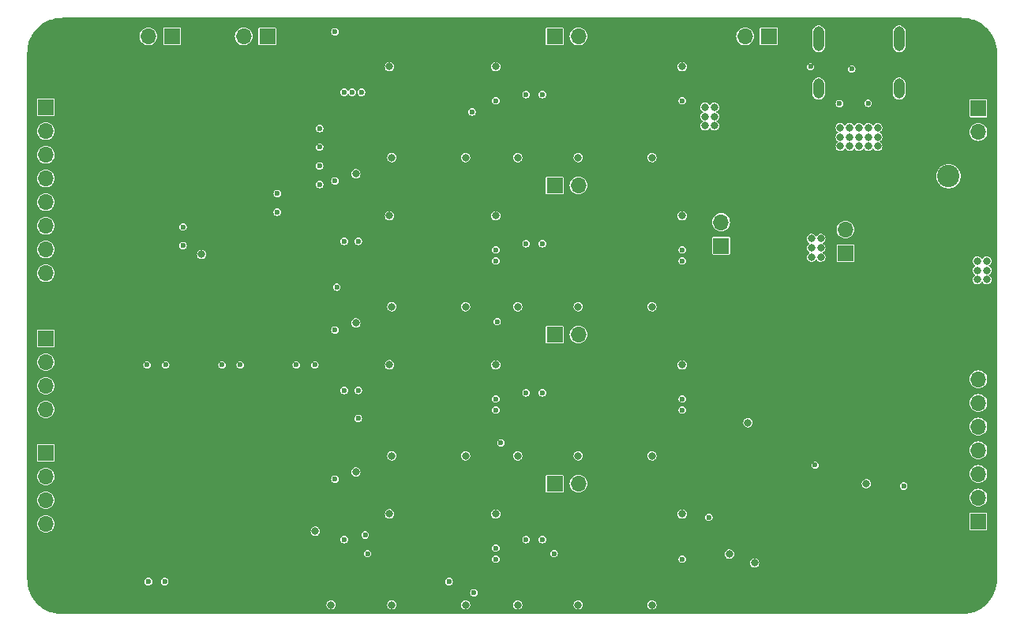
<source format=gbr>
%TF.GenerationSoftware,KiCad,Pcbnew,7.0.9*%
%TF.CreationDate,2024-02-06T11:46:51-05:00*%
%TF.ProjectId,fydp,66796470-2e6b-4696-9361-645f70636258,rev?*%
%TF.SameCoordinates,Original*%
%TF.FileFunction,Copper,L2,Inr*%
%TF.FilePolarity,Positive*%
%FSLAX46Y46*%
G04 Gerber Fmt 4.6, Leading zero omitted, Abs format (unit mm)*
G04 Created by KiCad (PCBNEW 7.0.9) date 2024-02-06 11:46:51*
%MOMM*%
%LPD*%
G01*
G04 APERTURE LIST*
%TA.AperFunction,ComponentPad*%
%ADD10R,1.700000X1.700000*%
%TD*%
%TA.AperFunction,ComponentPad*%
%ADD11O,1.700000X1.700000*%
%TD*%
%TA.AperFunction,ComponentPad*%
%ADD12C,2.641600*%
%TD*%
%TA.AperFunction,ComponentPad*%
%ADD13C,2.600000*%
%TD*%
%TA.AperFunction,ComponentPad*%
%ADD14R,2.400000X2.400000*%
%TD*%
%TA.AperFunction,ComponentPad*%
%ADD15C,2.400000*%
%TD*%
%TA.AperFunction,ComponentPad*%
%ADD16O,1.168400X2.667000*%
%TD*%
%TA.AperFunction,ComponentPad*%
%ADD17O,1.168400X2.159000*%
%TD*%
%TA.AperFunction,ViaPad*%
%ADD18C,0.800000*%
%TD*%
%TA.AperFunction,ViaPad*%
%ADD19C,0.600000*%
%TD*%
G04 APERTURE END LIST*
D10*
%TO.N,/ANALOG MULTIPLIER 4/GPIO_SW13_POLARITY_R*%
%TO.C,J19*%
X163570951Y-121500000D03*
D11*
%TO.N,/ANALOG MULTIPLIER 4/GPIO_SW14_POLARITY_R*%
X166110951Y-121500000D03*
%TD*%
D10*
%TO.N,/ANALOG MULTIPLIER 3/GPIO_SW9_POLARITY_R*%
%TO.C,J18*%
X163570951Y-105500000D03*
D11*
%TO.N,/ANALOG MULTIPLIER 3/GPIO_SW10_POLARITY_R*%
X166110951Y-105500000D03*
%TD*%
D10*
%TO.N,DAC_DECODER_A0*%
%TO.C,J11*%
X109000000Y-105920000D03*
D11*
%TO.N,DAC_DECODER_A1*%
X109000000Y-108460000D03*
%TO.N,DAC_DECODER_A2*%
X109000000Y-111000000D03*
%TO.N,DAC_DECODER_A3*%
X109000000Y-113540000D03*
%TD*%
D12*
%TO.N,GND*%
%TO.C,J9*%
X181250000Y-113000000D03*
%TD*%
%TO.N,GND*%
%TO.C,J13*%
X137000000Y-116500000D03*
%TD*%
D10*
%TO.N,/ANALOG MULTIPLIER 1/GPIO_SW1_POLARITY_R*%
%TO.C,J16*%
X163570951Y-73500000D03*
D11*
%TO.N,/ANALOG MULTIPLIER 1/GPIO_SW2_POLARITY_R*%
X166110951Y-73500000D03*
%TD*%
D13*
%TO.N,GND*%
%TO.C,H1*%
X110750000Y-75250000D03*
%TD*%
D10*
%TO.N,/POWER/PP3V3_LDO*%
%TO.C,J6*%
X186525000Y-73500000D03*
D11*
%TO.N,+3.3V*%
X183985000Y-73500000D03*
%TD*%
D13*
%TO.N,GND*%
%TO.C,H4*%
X207250000Y-131750000D03*
%TD*%
D10*
%TO.N,+3.3V*%
%TO.C,J12*%
X109000000Y-118200000D03*
D11*
%TO.N,/DECODER 2/DAC_DECODER_E1_L*%
X109000000Y-120740000D03*
%TO.N,+3.3V*%
X109000000Y-123280000D03*
%TO.N,/DECODER 2/DAC_DECODER_E0_L*%
X109000000Y-125820000D03*
%TD*%
D10*
%TO.N,/DAC INPUTS/DAC_IN_CLK_R*%
%TO.C,J14*%
X132750000Y-73500000D03*
D11*
%TO.N,/DAC INPUTS/DAC_IN_DATA_IN_R*%
X130210000Y-73500000D03*
%TD*%
D14*
%TO.N,GND*%
%TO.C,J3*%
X205800000Y-92000000D03*
D15*
%TO.N,/USBC RECEPTACLE/LMAO*%
X205800000Y-88500000D03*
%TD*%
D10*
%TO.N,/DECODER 1/ADC_DECODER_A1*%
%TO.C,J4*%
X109000000Y-81130000D03*
D11*
%TO.N,/DECODER 1/ADC_DECODER_A0*%
X109000000Y-83670000D03*
%TO.N,/DECODER 1/DAC_IN_DECODER_A1*%
X109000000Y-86210000D03*
%TO.N,/DECODER 1/DAC_IN_DECODER_A0*%
X109000000Y-88750000D03*
%TO.N,+3.3V*%
X109000000Y-91290000D03*
%TO.N,/DECODER 1/ADC_DECODER_EN_L*%
X109000000Y-93830000D03*
%TO.N,+3.3V*%
X109000000Y-96370000D03*
%TO.N,/DECODER 1/DAC_IN_DECODER_EN_L*%
X109000000Y-98910000D03*
%TD*%
D10*
%TO.N,/POWER/PP15V0_BOOST*%
%TO.C,J5*%
X181419200Y-95975000D03*
D11*
%TO.N,+15V*%
X181419200Y-93435000D03*
%TD*%
D12*
%TO.N,GND*%
%TO.C,J10*%
X181250000Y-89500000D03*
%TD*%
D16*
%TO.N,N/C*%
%TO.C,J1*%
X200500000Y-73750700D03*
X191859996Y-73750700D03*
D17*
X200500000Y-79110700D03*
X191859996Y-79110700D03*
%TD*%
D10*
%TO.N,/ANALOG MULTIPLIER 1/DAC_CLK_R*%
%TO.C,J15*%
X122525000Y-73500000D03*
D11*
%TO.N,/ANALOG MULTIPLIER 1/DAC_DATA_IN_R*%
X119985000Y-73500000D03*
%TD*%
D10*
%TO.N,/POWER/PN15V0_CUK*%
%TO.C,J7*%
X194750000Y-96775000D03*
D11*
%TO.N,-15V*%
X194750000Y-94235000D03*
%TD*%
D12*
%TO.N,GND*%
%TO.C,J8*%
X137000000Y-98500000D03*
%TD*%
D10*
%TO.N,/USBC RECEPTACLE/PP5V0_USBC*%
%TO.C,J2*%
X209000000Y-81225000D03*
D11*
%TO.N,/USBC RECEPTACLE/LMAO*%
X209000000Y-83765000D03*
%TD*%
D13*
%TO.N,GND*%
%TO.C,H3*%
X110750000Y-131750000D03*
%TD*%
%TO.N,GND*%
%TO.C,H2*%
X207250000Y-75250000D03*
%TD*%
D10*
%TO.N,/ADC/ADC1_CS_L_R*%
%TO.C,J20*%
X209000000Y-125540000D03*
D11*
%TO.N,/ADC/ADC1_SCLK_R*%
X209000000Y-123000000D03*
%TO.N,/ADC/ADC1_SDI_R*%
X209000000Y-120460000D03*
%TO.N,/ADC/ADC1_SDO_CH0_R*%
X209000000Y-117920000D03*
%TO.N,/ADC/ADC1_SDO_CH1_R*%
X209000000Y-115380000D03*
%TO.N,/ADC/TP_ADC1_CLK_OUT_R*%
X209000000Y-112840000D03*
%TO.N,/ADC/ADC1_BUSY_OUT_R*%
X209000000Y-110300000D03*
%TD*%
D10*
%TO.N,/ANALOG MULTIPLIER 2/GPIO_SW5_POLARITY_R*%
%TO.C,J17*%
X163570951Y-89500000D03*
D11*
%TO.N,/ANALOG MULTIPLIER 2/GPIO_SW6_POLARITY_R*%
X166110951Y-89500000D03*
%TD*%
D18*
%TO.N,+5V*%
X192100000Y-95200000D03*
X192100000Y-97200000D03*
X145845951Y-108745951D03*
X146100000Y-118500000D03*
X208900000Y-99600000D03*
X209900000Y-98600000D03*
X166100000Y-118500000D03*
X198200000Y-83300000D03*
X192100000Y-96200000D03*
X179700000Y-81100000D03*
X197200000Y-85300000D03*
X191100000Y-97200000D03*
X197200000Y-84300000D03*
X166100000Y-102500000D03*
X198200000Y-85300000D03*
X191100000Y-95200000D03*
X159600000Y-86500000D03*
X194200000Y-83300000D03*
X195200000Y-85300000D03*
X180700000Y-82100000D03*
X196200000Y-83300000D03*
X166100000Y-134500000D03*
X208900000Y-98600000D03*
X209900000Y-99600000D03*
X180700000Y-83100000D03*
X142250000Y-88250000D03*
X145845951Y-76745951D03*
X197200000Y-83300000D03*
X146100000Y-86500000D03*
X146100000Y-102500000D03*
X194200000Y-84300000D03*
X179700000Y-83100000D03*
X208900000Y-97600000D03*
X196200000Y-84300000D03*
X180700000Y-81100000D03*
X142250000Y-104250000D03*
X179700000Y-82100000D03*
X209900000Y-97600000D03*
X184300000Y-114950000D03*
X195200000Y-84300000D03*
X191100000Y-96200000D03*
X142250000Y-120250000D03*
X159600000Y-134500000D03*
X146100000Y-134500000D03*
X196200000Y-85300000D03*
X145845951Y-92745951D03*
X139600000Y-134500000D03*
X195200000Y-83300000D03*
X159600000Y-102500000D03*
X166100000Y-86500000D03*
X198200000Y-84300000D03*
X194200000Y-85300000D03*
X145845951Y-124745951D03*
X159600000Y-118500000D03*
D19*
%TO.N,GND*%
X127000000Y-76500000D03*
X207000000Y-111500000D03*
X137000000Y-101500000D03*
X192000000Y-111500000D03*
X207000000Y-126500000D03*
X192000000Y-106550000D03*
X187000000Y-111500000D03*
X147000000Y-126500000D03*
X127000000Y-81500000D03*
X207000000Y-116500000D03*
X172000000Y-101500000D03*
X152000000Y-86500000D03*
X132000000Y-96500000D03*
X189500000Y-121500000D03*
X137000000Y-81500000D03*
X207000000Y-121500000D03*
X192000000Y-76500000D03*
X127000000Y-101500000D03*
X197000000Y-111500000D03*
X207000000Y-106550000D03*
X112000000Y-126500000D03*
X147000000Y-76500000D03*
X117000000Y-101500000D03*
X177000000Y-81500000D03*
X182000000Y-131500000D03*
X187000000Y-121500000D03*
X117000000Y-126500000D03*
X117000000Y-76500000D03*
X122000000Y-101500000D03*
X152000000Y-101500000D03*
X132000000Y-121500000D03*
X137000000Y-76500000D03*
X117000000Y-116500000D03*
X122000000Y-81500000D03*
X172000000Y-86500000D03*
X112000000Y-121500000D03*
X182000000Y-106550000D03*
X117000000Y-81500000D03*
X137000000Y-121600000D03*
X152749051Y-81500000D03*
X191000000Y-120500000D03*
X132000000Y-81500000D03*
X202000000Y-76500000D03*
X172000000Y-76500000D03*
D18*
%TO.N,+15V*%
X177250000Y-92750000D03*
X157250000Y-76750000D03*
X157250000Y-108750000D03*
X177250000Y-76750000D03*
X177250000Y-124750000D03*
X177250000Y-108750000D03*
X182300000Y-129050000D03*
X157250000Y-92750000D03*
X157250000Y-124750000D03*
%TO.N,-15V*%
X174000000Y-102500000D03*
X185000000Y-130000000D03*
X174000000Y-118500000D03*
X174000000Y-134500000D03*
X154000000Y-102500000D03*
X154000000Y-118500000D03*
X154000000Y-86500000D03*
X154000000Y-134500000D03*
X174000000Y-86500000D03*
%TO.N,+3.3V*%
X137900000Y-126600000D03*
X197000000Y-121500000D03*
X125700000Y-96900000D03*
D19*
%TO.N,Net-(J1-PadA5)*%
X197179998Y-80679400D03*
X194100000Y-80700000D03*
%TO.N,/DECODER 1/DAC_IN_DECODER_A0*%
X133825000Y-92365000D03*
%TO.N,/DECODER 1/DAC_IN_DECODER_A1*%
X133825000Y-90365000D03*
%TO.N,/DECODER 1/ADC_DECODER_A0*%
X123716250Y-95940000D03*
%TO.N,/DECODER 1/ADC_DECODER_A1*%
X123716250Y-93940000D03*
%TO.N,DAC1_CS_L*%
X137845000Y-108751551D03*
X142845951Y-79500000D03*
%TO.N,DAC2_CS_L*%
X154700000Y-81600000D03*
X135845000Y-108751551D03*
%TO.N,DAC5_CS_L*%
X129845000Y-108751551D03*
X140200000Y-100400000D03*
%TO.N,DAC6_CS_L*%
X127895000Y-108751551D03*
X157400000Y-104100000D03*
%TO.N,DAC9_CS_L*%
X142500000Y-114500000D03*
X121845000Y-108751551D03*
%TO.N,DAC10_CS_L*%
X119845000Y-108751551D03*
X157800000Y-117100000D03*
%TO.N,DAC13_CS_L*%
X120000000Y-132000000D03*
X143500000Y-129000000D03*
%TO.N,DAC14_CS_L*%
X154900000Y-133200000D03*
X152250000Y-132000000D03*
X163500000Y-129000000D03*
X121750000Y-132000000D03*
%TO.N,DAC_CLK*%
X143250000Y-127000000D03*
X162250000Y-111750000D03*
X142500000Y-95500000D03*
X162250000Y-79750000D03*
X141845951Y-79500000D03*
X162250000Y-95750000D03*
X162250000Y-127500000D03*
X142500000Y-111500000D03*
%TO.N,DAC_DATA_IN*%
X141000000Y-127500000D03*
X160500000Y-95750000D03*
X141000000Y-95500000D03*
X160500000Y-79750000D03*
X141000000Y-79500000D03*
X141000000Y-111500000D03*
X160500000Y-127500000D03*
X160500000Y-111750000D03*
%TO.N,Net-(J1-PadB5)*%
X191000000Y-76750000D03*
X195429998Y-77000000D03*
%TO.N,MULT1_OUT*%
X157250951Y-80405000D03*
X157250951Y-97595000D03*
%TO.N,MULT2_OUT*%
X177250951Y-80405000D03*
X177250951Y-97595000D03*
%TO.N,MULT5_OUT*%
X157250951Y-96405000D03*
X157250951Y-113595000D03*
%TO.N,MULT6_OUT*%
X177250951Y-96405000D03*
X177250951Y-113595000D03*
%TO.N,MULT9_OUT*%
X157250951Y-112405000D03*
X157250951Y-129595000D03*
%TO.N,MULT10_OUT*%
X177250951Y-129595000D03*
X177250951Y-112405000D03*
%TO.N,MULT13_OUT*%
X180100000Y-125100000D03*
X157250951Y-128405000D03*
%TO.N,ADC1_SDI*%
X191500000Y-119500000D03*
X201000000Y-121750000D03*
%TO.N,DAC_IN4_CS_L*%
X140000000Y-121000000D03*
X138365000Y-89385000D03*
%TO.N,DAC_IN3_CS_L*%
X140000000Y-105000000D03*
X138365000Y-87385000D03*
%TO.N,DAC_IN2_CS_L*%
X138365000Y-85385000D03*
X140000000Y-89000000D03*
%TO.N,DAC_IN1_CS_L*%
X138365000Y-83385000D03*
X140000000Y-73000000D03*
%TD*%
%TA.AperFunction,Conductor*%
%TO.N,GND*%
G36*
X207250905Y-71500545D02*
G01*
X207303078Y-71503107D01*
X207402672Y-71508000D01*
X207623130Y-71519555D01*
X207626597Y-71519902D01*
X207805372Y-71546421D01*
X207989021Y-71575508D01*
X207999091Y-71577103D01*
X208002271Y-71577751D01*
X208182425Y-71622877D01*
X208367305Y-71672415D01*
X208370151Y-71673305D01*
X208546980Y-71736575D01*
X208723916Y-71804495D01*
X208726440Y-71805574D01*
X208897266Y-71886368D01*
X209065282Y-71971977D01*
X209067507Y-71973208D01*
X209230199Y-72070722D01*
X209387962Y-72173174D01*
X209389833Y-72174473D01*
X209542557Y-72287740D01*
X209688622Y-72406022D01*
X209690166Y-72407345D01*
X209830578Y-72534607D01*
X209831871Y-72535838D01*
X209964160Y-72668127D01*
X209965394Y-72669423D01*
X210092649Y-72809827D01*
X210093976Y-72811376D01*
X210212259Y-72957442D01*
X210325512Y-73110146D01*
X210326824Y-73112036D01*
X210429277Y-73269800D01*
X210526790Y-73432491D01*
X210528021Y-73434716D01*
X210613635Y-73602742D01*
X210694414Y-73773535D01*
X210695509Y-73776096D01*
X210763423Y-73953015D01*
X210826685Y-74129821D01*
X210827588Y-74132711D01*
X210877122Y-74317573D01*
X210922242Y-74497704D01*
X210922895Y-74500907D01*
X210953580Y-74694637D01*
X210980094Y-74873383D01*
X210980444Y-74876877D01*
X210992012Y-75097596D01*
X210999455Y-75249095D01*
X210999500Y-75250911D01*
X210999500Y-131749088D01*
X210999455Y-131750904D01*
X210992012Y-131902403D01*
X210980444Y-132123121D01*
X210980094Y-132126615D01*
X210953580Y-132305362D01*
X210922895Y-132499091D01*
X210922242Y-132502294D01*
X210877122Y-132682426D01*
X210827588Y-132867287D01*
X210826685Y-132870177D01*
X210763423Y-133046984D01*
X210695509Y-133223903D01*
X210694414Y-133226463D01*
X210613635Y-133397257D01*
X210528021Y-133565282D01*
X210526790Y-133567507D01*
X210429277Y-133730199D01*
X210326824Y-133887962D01*
X210325512Y-133889851D01*
X210212259Y-134042557D01*
X210093976Y-134188622D01*
X210092636Y-134190185D01*
X209965413Y-134330555D01*
X209964160Y-134331871D01*
X209831871Y-134464160D01*
X209830555Y-134465413D01*
X209690185Y-134592636D01*
X209688622Y-134593976D01*
X209542557Y-134712259D01*
X209389851Y-134825512D01*
X209387962Y-134826824D01*
X209230199Y-134929277D01*
X209067507Y-135026790D01*
X209065282Y-135028021D01*
X208897257Y-135113635D01*
X208726463Y-135194414D01*
X208723903Y-135195509D01*
X208546984Y-135263423D01*
X208370177Y-135326685D01*
X208367287Y-135327588D01*
X208182426Y-135377122D01*
X208002294Y-135422242D01*
X207999091Y-135422895D01*
X207805362Y-135453580D01*
X207626615Y-135480094D01*
X207623121Y-135480444D01*
X207402403Y-135492012D01*
X207250904Y-135499455D01*
X207249088Y-135499500D01*
X110750912Y-135499500D01*
X110749096Y-135499455D01*
X110597596Y-135492012D01*
X110376877Y-135480444D01*
X110373383Y-135480094D01*
X110194637Y-135453580D01*
X110000907Y-135422895D01*
X109997704Y-135422242D01*
X109817573Y-135377122D01*
X109632711Y-135327588D01*
X109629821Y-135326685D01*
X109453015Y-135263423D01*
X109276096Y-135195509D01*
X109273535Y-135194414D01*
X109102742Y-135113635D01*
X108934716Y-135028021D01*
X108932491Y-135026790D01*
X108769800Y-134929277D01*
X108612036Y-134826824D01*
X108610146Y-134825512D01*
X108529988Y-134766063D01*
X108457441Y-134712258D01*
X108311376Y-134593976D01*
X108309827Y-134592649D01*
X108207605Y-134500000D01*
X139094353Y-134500000D01*
X139114834Y-134642454D01*
X139114834Y-134642455D01*
X139114835Y-134642457D01*
X139146713Y-134712259D01*
X139174623Y-134773373D01*
X139268868Y-134882139D01*
X139268869Y-134882140D01*
X139268872Y-134882143D01*
X139389947Y-134959953D01*
X139496403Y-134991211D01*
X139528035Y-135000499D01*
X139528037Y-135000500D01*
X139528039Y-135000500D01*
X139671963Y-135000500D01*
X139671964Y-135000499D01*
X139810053Y-134959953D01*
X139931128Y-134882143D01*
X140025377Y-134773373D01*
X140085165Y-134642457D01*
X140105647Y-134500000D01*
X145594353Y-134500000D01*
X145614834Y-134642454D01*
X145614834Y-134642455D01*
X145614835Y-134642457D01*
X145646713Y-134712259D01*
X145674623Y-134773373D01*
X145768868Y-134882139D01*
X145768869Y-134882140D01*
X145768872Y-134882143D01*
X145889947Y-134959953D01*
X145996403Y-134991211D01*
X146028035Y-135000499D01*
X146028037Y-135000500D01*
X146028039Y-135000500D01*
X146171963Y-135000500D01*
X146171964Y-135000499D01*
X146310053Y-134959953D01*
X146431128Y-134882143D01*
X146525377Y-134773373D01*
X146585165Y-134642457D01*
X146605647Y-134500000D01*
X153494353Y-134500000D01*
X153514834Y-134642454D01*
X153514834Y-134642455D01*
X153514835Y-134642457D01*
X153546713Y-134712259D01*
X153574623Y-134773373D01*
X153668868Y-134882139D01*
X153668869Y-134882140D01*
X153668872Y-134882143D01*
X153789947Y-134959953D01*
X153896403Y-134991211D01*
X153928035Y-135000499D01*
X153928037Y-135000500D01*
X153928039Y-135000500D01*
X154071963Y-135000500D01*
X154071964Y-135000499D01*
X154210053Y-134959953D01*
X154331128Y-134882143D01*
X154425377Y-134773373D01*
X154485165Y-134642457D01*
X154505647Y-134500000D01*
X159094353Y-134500000D01*
X159114834Y-134642454D01*
X159114834Y-134642455D01*
X159114835Y-134642457D01*
X159146713Y-134712259D01*
X159174623Y-134773373D01*
X159268868Y-134882139D01*
X159268869Y-134882140D01*
X159268872Y-134882143D01*
X159389947Y-134959953D01*
X159496403Y-134991211D01*
X159528035Y-135000499D01*
X159528037Y-135000500D01*
X159528039Y-135000500D01*
X159671963Y-135000500D01*
X159671964Y-135000499D01*
X159810053Y-134959953D01*
X159931128Y-134882143D01*
X160025377Y-134773373D01*
X160085165Y-134642457D01*
X160105647Y-134500000D01*
X165594353Y-134500000D01*
X165614834Y-134642454D01*
X165614834Y-134642455D01*
X165614835Y-134642457D01*
X165646713Y-134712259D01*
X165674623Y-134773373D01*
X165768868Y-134882139D01*
X165768869Y-134882140D01*
X165768872Y-134882143D01*
X165889947Y-134959953D01*
X165996403Y-134991211D01*
X166028035Y-135000499D01*
X166028037Y-135000500D01*
X166028039Y-135000500D01*
X166171963Y-135000500D01*
X166171964Y-135000499D01*
X166310053Y-134959953D01*
X166431128Y-134882143D01*
X166525377Y-134773373D01*
X166585165Y-134642457D01*
X166605647Y-134500000D01*
X173494353Y-134500000D01*
X173514834Y-134642454D01*
X173514834Y-134642455D01*
X173514835Y-134642457D01*
X173546713Y-134712259D01*
X173574623Y-134773373D01*
X173668868Y-134882139D01*
X173668869Y-134882140D01*
X173668872Y-134882143D01*
X173789947Y-134959953D01*
X173896403Y-134991211D01*
X173928035Y-135000499D01*
X173928037Y-135000500D01*
X173928039Y-135000500D01*
X174071963Y-135000500D01*
X174071964Y-135000499D01*
X174210053Y-134959953D01*
X174331128Y-134882143D01*
X174425377Y-134773373D01*
X174485165Y-134642457D01*
X174505647Y-134500000D01*
X174485165Y-134357543D01*
X174425377Y-134226627D01*
X174331128Y-134117857D01*
X174274182Y-134081260D01*
X174210054Y-134040047D01*
X174210050Y-134040046D01*
X174071964Y-133999500D01*
X174071961Y-133999500D01*
X173928039Y-133999500D01*
X173928036Y-133999500D01*
X173789949Y-134040046D01*
X173789945Y-134040047D01*
X173668875Y-134117855D01*
X173668868Y-134117860D01*
X173574623Y-134226626D01*
X173514834Y-134357545D01*
X173494353Y-134500000D01*
X166605647Y-134500000D01*
X166585165Y-134357543D01*
X166525377Y-134226627D01*
X166431128Y-134117857D01*
X166374182Y-134081260D01*
X166310054Y-134040047D01*
X166310050Y-134040046D01*
X166171964Y-133999500D01*
X166171961Y-133999500D01*
X166028039Y-133999500D01*
X166028036Y-133999500D01*
X165889949Y-134040046D01*
X165889945Y-134040047D01*
X165768875Y-134117855D01*
X165768868Y-134117860D01*
X165674623Y-134226626D01*
X165614834Y-134357545D01*
X165594353Y-134500000D01*
X160105647Y-134500000D01*
X160085165Y-134357543D01*
X160025377Y-134226627D01*
X159931128Y-134117857D01*
X159874182Y-134081260D01*
X159810054Y-134040047D01*
X159810050Y-134040046D01*
X159671964Y-133999500D01*
X159671961Y-133999500D01*
X159528039Y-133999500D01*
X159528036Y-133999500D01*
X159389949Y-134040046D01*
X159389945Y-134040047D01*
X159268875Y-134117855D01*
X159268868Y-134117860D01*
X159174623Y-134226626D01*
X159114834Y-134357545D01*
X159094353Y-134500000D01*
X154505647Y-134500000D01*
X154485165Y-134357543D01*
X154425377Y-134226627D01*
X154331128Y-134117857D01*
X154274182Y-134081260D01*
X154210054Y-134040047D01*
X154210050Y-134040046D01*
X154071964Y-133999500D01*
X154071961Y-133999500D01*
X153928039Y-133999500D01*
X153928036Y-133999500D01*
X153789949Y-134040046D01*
X153789945Y-134040047D01*
X153668875Y-134117855D01*
X153668868Y-134117860D01*
X153574623Y-134226626D01*
X153514834Y-134357545D01*
X153494353Y-134500000D01*
X146605647Y-134500000D01*
X146585165Y-134357543D01*
X146525377Y-134226627D01*
X146431128Y-134117857D01*
X146374182Y-134081260D01*
X146310054Y-134040047D01*
X146310050Y-134040046D01*
X146171964Y-133999500D01*
X146171961Y-133999500D01*
X146028039Y-133999500D01*
X146028036Y-133999500D01*
X145889949Y-134040046D01*
X145889945Y-134040047D01*
X145768875Y-134117855D01*
X145768868Y-134117860D01*
X145674623Y-134226626D01*
X145614834Y-134357545D01*
X145594353Y-134500000D01*
X140105647Y-134500000D01*
X140085165Y-134357543D01*
X140025377Y-134226627D01*
X139931128Y-134117857D01*
X139874182Y-134081260D01*
X139810054Y-134040047D01*
X139810050Y-134040046D01*
X139671964Y-133999500D01*
X139671961Y-133999500D01*
X139528039Y-133999500D01*
X139528036Y-133999500D01*
X139389949Y-134040046D01*
X139389945Y-134040047D01*
X139268875Y-134117855D01*
X139268868Y-134117860D01*
X139174623Y-134226626D01*
X139114834Y-134357545D01*
X139094353Y-134500000D01*
X108207605Y-134500000D01*
X108169423Y-134465394D01*
X108168127Y-134464160D01*
X108035838Y-134331871D01*
X108034607Y-134330578D01*
X107907345Y-134190166D01*
X107906022Y-134188622D01*
X107787740Y-134042557D01*
X107674473Y-133889833D01*
X107673174Y-133887962D01*
X107570722Y-133730199D01*
X107473208Y-133567507D01*
X107471977Y-133565282D01*
X107386364Y-133397257D01*
X107305574Y-133226440D01*
X107304495Y-133223916D01*
X107295314Y-133200000D01*
X154494508Y-133200000D01*
X154514353Y-133325301D01*
X154514353Y-133325302D01*
X154514354Y-133325304D01*
X154571950Y-133438342D01*
X154661658Y-133528050D01*
X154774696Y-133585646D01*
X154900000Y-133605492D01*
X155025304Y-133585646D01*
X155138342Y-133528050D01*
X155228050Y-133438342D01*
X155285646Y-133325304D01*
X155305492Y-133200000D01*
X155285646Y-133074696D01*
X155228050Y-132961658D01*
X155138342Y-132871950D01*
X155025304Y-132814354D01*
X155025302Y-132814353D01*
X155025301Y-132814353D01*
X154900000Y-132794508D01*
X154774698Y-132814353D01*
X154661656Y-132871951D01*
X154571951Y-132961656D01*
X154514353Y-133074698D01*
X154494508Y-133200000D01*
X107295314Y-133200000D01*
X107236575Y-133046980D01*
X107173305Y-132870151D01*
X107172415Y-132867305D01*
X107122873Y-132682410D01*
X107117860Y-132662396D01*
X107077751Y-132502271D01*
X107077103Y-132499091D01*
X107059135Y-132385646D01*
X107046420Y-132305362D01*
X107019902Y-132126597D01*
X107019555Y-132123130D01*
X107013101Y-132000000D01*
X119594508Y-132000000D01*
X119614353Y-132125301D01*
X119614353Y-132125302D01*
X119614354Y-132125304D01*
X119671950Y-132238342D01*
X119761658Y-132328050D01*
X119874696Y-132385646D01*
X120000000Y-132405492D01*
X120125304Y-132385646D01*
X120238342Y-132328050D01*
X120328050Y-132238342D01*
X120385646Y-132125304D01*
X120405492Y-132000000D01*
X121344508Y-132000000D01*
X121364353Y-132125301D01*
X121364353Y-132125302D01*
X121364354Y-132125304D01*
X121421950Y-132238342D01*
X121511658Y-132328050D01*
X121624696Y-132385646D01*
X121750000Y-132405492D01*
X121875304Y-132385646D01*
X121988342Y-132328050D01*
X122078050Y-132238342D01*
X122135646Y-132125304D01*
X122155492Y-132000000D01*
X151844508Y-132000000D01*
X151864353Y-132125301D01*
X151864353Y-132125302D01*
X151864354Y-132125304D01*
X151921950Y-132238342D01*
X152011658Y-132328050D01*
X152124696Y-132385646D01*
X152250000Y-132405492D01*
X152375304Y-132385646D01*
X152488342Y-132328050D01*
X152578050Y-132238342D01*
X152635646Y-132125304D01*
X152655492Y-132000000D01*
X152635646Y-131874696D01*
X152578050Y-131761658D01*
X152488342Y-131671950D01*
X152375304Y-131614354D01*
X152375302Y-131614353D01*
X152375301Y-131614353D01*
X152250000Y-131594508D01*
X152124698Y-131614353D01*
X152011656Y-131671951D01*
X151921951Y-131761656D01*
X151864353Y-131874698D01*
X151844508Y-132000000D01*
X122155492Y-132000000D01*
X122135646Y-131874696D01*
X122078050Y-131761658D01*
X121988342Y-131671950D01*
X121875304Y-131614354D01*
X121875302Y-131614353D01*
X121875301Y-131614353D01*
X121750000Y-131594508D01*
X121624698Y-131614353D01*
X121511656Y-131671951D01*
X121421951Y-131761656D01*
X121364353Y-131874698D01*
X121344508Y-132000000D01*
X120405492Y-132000000D01*
X120385646Y-131874696D01*
X120328050Y-131761658D01*
X120238342Y-131671950D01*
X120125304Y-131614354D01*
X120125302Y-131614353D01*
X120125301Y-131614353D01*
X120000000Y-131594508D01*
X119874698Y-131614353D01*
X119761656Y-131671951D01*
X119671951Y-131761656D01*
X119614353Y-131874698D01*
X119594508Y-132000000D01*
X107013101Y-132000000D01*
X107008000Y-131902672D01*
X107001073Y-131761656D01*
X107000545Y-131750904D01*
X107000500Y-131749088D01*
X107000500Y-129595000D01*
X156845459Y-129595000D01*
X156865304Y-129720301D01*
X156865304Y-129720302D01*
X156865305Y-129720304D01*
X156922901Y-129833342D01*
X157012609Y-129923050D01*
X157125647Y-129980646D01*
X157250951Y-130000492D01*
X157376255Y-129980646D01*
X157489293Y-129923050D01*
X157579001Y-129833342D01*
X157636597Y-129720304D01*
X157656443Y-129595000D01*
X176845459Y-129595000D01*
X176865304Y-129720301D01*
X176865304Y-129720302D01*
X176865305Y-129720304D01*
X176922901Y-129833342D01*
X177012609Y-129923050D01*
X177125647Y-129980646D01*
X177250951Y-130000492D01*
X177254057Y-130000000D01*
X184494353Y-130000000D01*
X184514834Y-130142454D01*
X184574623Y-130273373D01*
X184668868Y-130382139D01*
X184668869Y-130382140D01*
X184668872Y-130382143D01*
X184789947Y-130459953D01*
X184896403Y-130491211D01*
X184928035Y-130500499D01*
X184928037Y-130500500D01*
X184928039Y-130500500D01*
X185071963Y-130500500D01*
X185071964Y-130500499D01*
X185210053Y-130459953D01*
X185331128Y-130382143D01*
X185425377Y-130273373D01*
X185485165Y-130142457D01*
X185505647Y-130000000D01*
X185485165Y-129857543D01*
X185425377Y-129726627D01*
X185331128Y-129617857D01*
X185274182Y-129581260D01*
X185210054Y-129540047D01*
X185210050Y-129540046D01*
X185071964Y-129499500D01*
X185071961Y-129499500D01*
X184928039Y-129499500D01*
X184928036Y-129499500D01*
X184789949Y-129540046D01*
X184789945Y-129540047D01*
X184668875Y-129617855D01*
X184668868Y-129617860D01*
X184574623Y-129726626D01*
X184514834Y-129857545D01*
X184494353Y-130000000D01*
X177254057Y-130000000D01*
X177376255Y-129980646D01*
X177489293Y-129923050D01*
X177579001Y-129833342D01*
X177636597Y-129720304D01*
X177656443Y-129595000D01*
X177636597Y-129469696D01*
X177579001Y-129356658D01*
X177489293Y-129266950D01*
X177376255Y-129209354D01*
X177376253Y-129209353D01*
X177376252Y-129209353D01*
X177250951Y-129189508D01*
X177125649Y-129209353D01*
X177012607Y-129266951D01*
X176922902Y-129356656D01*
X176865304Y-129469698D01*
X176845459Y-129595000D01*
X157656443Y-129595000D01*
X157636597Y-129469696D01*
X157579001Y-129356658D01*
X157489293Y-129266950D01*
X157376255Y-129209354D01*
X157376253Y-129209353D01*
X157376252Y-129209353D01*
X157250951Y-129189508D01*
X157125649Y-129209353D01*
X157012607Y-129266951D01*
X156922902Y-129356656D01*
X156865304Y-129469698D01*
X156845459Y-129595000D01*
X107000500Y-129595000D01*
X107000500Y-129000000D01*
X143094508Y-129000000D01*
X143114353Y-129125301D01*
X143114353Y-129125302D01*
X143114354Y-129125304D01*
X143171950Y-129238342D01*
X143261658Y-129328050D01*
X143374696Y-129385646D01*
X143500000Y-129405492D01*
X143625304Y-129385646D01*
X143738342Y-129328050D01*
X143828050Y-129238342D01*
X143885646Y-129125304D01*
X143905492Y-129000000D01*
X163094508Y-129000000D01*
X163114353Y-129125301D01*
X163114353Y-129125302D01*
X163114354Y-129125304D01*
X163171950Y-129238342D01*
X163261658Y-129328050D01*
X163374696Y-129385646D01*
X163500000Y-129405492D01*
X163625304Y-129385646D01*
X163738342Y-129328050D01*
X163828050Y-129238342D01*
X163885646Y-129125304D01*
X163897573Y-129050000D01*
X181794353Y-129050000D01*
X181814834Y-129192454D01*
X181814834Y-129192455D01*
X181814835Y-129192457D01*
X181822552Y-129209354D01*
X181874623Y-129323373D01*
X181968868Y-129432139D01*
X181968869Y-129432140D01*
X181968872Y-129432143D01*
X182089947Y-129509953D01*
X182192436Y-129540046D01*
X182228035Y-129550499D01*
X182228037Y-129550500D01*
X182228039Y-129550500D01*
X182371963Y-129550500D01*
X182371964Y-129550499D01*
X182510053Y-129509953D01*
X182631128Y-129432143D01*
X182725377Y-129323373D01*
X182785165Y-129192457D01*
X182805647Y-129050000D01*
X182785165Y-128907543D01*
X182725377Y-128776627D01*
X182687616Y-128733048D01*
X182631131Y-128667860D01*
X182631129Y-128667859D01*
X182631128Y-128667857D01*
X182547874Y-128614353D01*
X182510054Y-128590047D01*
X182510050Y-128590046D01*
X182371964Y-128549500D01*
X182371961Y-128549500D01*
X182228039Y-128549500D01*
X182228036Y-128549500D01*
X182089949Y-128590046D01*
X182089945Y-128590047D01*
X181968875Y-128667855D01*
X181968868Y-128667860D01*
X181874623Y-128776626D01*
X181814834Y-128907545D01*
X181794353Y-129050000D01*
X163897573Y-129050000D01*
X163905492Y-129000000D01*
X163885646Y-128874696D01*
X163828050Y-128761658D01*
X163738342Y-128671950D01*
X163625304Y-128614354D01*
X163625302Y-128614353D01*
X163625301Y-128614353D01*
X163500000Y-128594508D01*
X163374698Y-128614353D01*
X163261656Y-128671951D01*
X163171951Y-128761656D01*
X163114353Y-128874698D01*
X163094508Y-129000000D01*
X143905492Y-129000000D01*
X143885646Y-128874696D01*
X143828050Y-128761658D01*
X143738342Y-128671950D01*
X143625304Y-128614354D01*
X143625302Y-128614353D01*
X143625301Y-128614353D01*
X143500000Y-128594508D01*
X143374698Y-128614353D01*
X143261656Y-128671951D01*
X143171951Y-128761656D01*
X143114353Y-128874698D01*
X143094508Y-129000000D01*
X107000500Y-129000000D01*
X107000500Y-128405000D01*
X156845459Y-128405000D01*
X156865304Y-128530301D01*
X156865304Y-128530302D01*
X156865305Y-128530304D01*
X156922901Y-128643342D01*
X157012609Y-128733050D01*
X157125647Y-128790646D01*
X157250951Y-128810492D01*
X157376255Y-128790646D01*
X157489293Y-128733050D01*
X157579001Y-128643342D01*
X157636597Y-128530304D01*
X157656443Y-128405000D01*
X157636597Y-128279696D01*
X157579001Y-128166658D01*
X157489293Y-128076950D01*
X157376255Y-128019354D01*
X157376253Y-128019353D01*
X157376252Y-128019353D01*
X157250951Y-127999508D01*
X157125649Y-128019353D01*
X157012607Y-128076951D01*
X156922902Y-128166656D01*
X156865304Y-128279698D01*
X156845459Y-128405000D01*
X107000500Y-128405000D01*
X107000500Y-127500000D01*
X140594508Y-127500000D01*
X140614353Y-127625301D01*
X140614353Y-127625302D01*
X140614354Y-127625304D01*
X140671950Y-127738342D01*
X140761658Y-127828050D01*
X140874696Y-127885646D01*
X141000000Y-127905492D01*
X141125304Y-127885646D01*
X141238342Y-127828050D01*
X141328050Y-127738342D01*
X141385646Y-127625304D01*
X141405492Y-127500000D01*
X160094508Y-127500000D01*
X160114353Y-127625301D01*
X160114353Y-127625302D01*
X160114354Y-127625304D01*
X160171950Y-127738342D01*
X160261658Y-127828050D01*
X160374696Y-127885646D01*
X160500000Y-127905492D01*
X160625304Y-127885646D01*
X160738342Y-127828050D01*
X160828050Y-127738342D01*
X160885646Y-127625304D01*
X160905492Y-127500000D01*
X161844508Y-127500000D01*
X161864353Y-127625301D01*
X161864353Y-127625302D01*
X161864354Y-127625304D01*
X161921950Y-127738342D01*
X162011658Y-127828050D01*
X162124696Y-127885646D01*
X162250000Y-127905492D01*
X162375304Y-127885646D01*
X162488342Y-127828050D01*
X162578050Y-127738342D01*
X162635646Y-127625304D01*
X162655492Y-127500000D01*
X162635646Y-127374696D01*
X162578050Y-127261658D01*
X162488342Y-127171950D01*
X162375304Y-127114354D01*
X162375302Y-127114353D01*
X162375301Y-127114353D01*
X162250000Y-127094508D01*
X162124698Y-127114353D01*
X162011656Y-127171951D01*
X161921951Y-127261656D01*
X161864353Y-127374698D01*
X161844508Y-127500000D01*
X160905492Y-127500000D01*
X160885646Y-127374696D01*
X160828050Y-127261658D01*
X160738342Y-127171950D01*
X160625304Y-127114354D01*
X160625302Y-127114353D01*
X160625301Y-127114353D01*
X160500000Y-127094508D01*
X160374698Y-127114353D01*
X160261656Y-127171951D01*
X160171951Y-127261656D01*
X160114353Y-127374698D01*
X160094508Y-127500000D01*
X141405492Y-127500000D01*
X141385646Y-127374696D01*
X141328050Y-127261658D01*
X141238342Y-127171950D01*
X141125304Y-127114354D01*
X141125302Y-127114353D01*
X141125301Y-127114353D01*
X141000000Y-127094508D01*
X140874698Y-127114353D01*
X140761656Y-127171951D01*
X140671951Y-127261656D01*
X140614353Y-127374698D01*
X140594508Y-127500000D01*
X107000500Y-127500000D01*
X107000500Y-125820000D01*
X108044901Y-125820000D01*
X108063253Y-126006332D01*
X108117605Y-126185505D01*
X108205859Y-126350617D01*
X108205862Y-126350622D01*
X108205864Y-126350625D01*
X108324643Y-126495357D01*
X108469375Y-126614136D01*
X108469380Y-126614138D01*
X108469382Y-126614140D01*
X108634494Y-126702394D01*
X108634496Y-126702394D01*
X108634499Y-126702396D01*
X108813669Y-126756747D01*
X109000000Y-126775099D01*
X109186331Y-126756747D01*
X109365501Y-126702396D01*
X109530625Y-126614136D01*
X109547850Y-126600000D01*
X137394353Y-126600000D01*
X137414834Y-126742454D01*
X137414834Y-126742455D01*
X137414835Y-126742457D01*
X137474623Y-126873373D01*
X137568868Y-126982139D01*
X137568869Y-126982140D01*
X137568872Y-126982143D01*
X137689947Y-127059953D01*
X137796403Y-127091211D01*
X137828035Y-127100499D01*
X137828037Y-127100500D01*
X137828039Y-127100500D01*
X137971963Y-127100500D01*
X137971964Y-127100499D01*
X138110053Y-127059953D01*
X138203342Y-127000000D01*
X142844508Y-127000000D01*
X142864353Y-127125301D01*
X142864353Y-127125302D01*
X142864354Y-127125304D01*
X142921950Y-127238342D01*
X143011658Y-127328050D01*
X143124696Y-127385646D01*
X143250000Y-127405492D01*
X143375304Y-127385646D01*
X143488342Y-127328050D01*
X143578050Y-127238342D01*
X143635646Y-127125304D01*
X143655492Y-127000000D01*
X143635646Y-126874696D01*
X143578050Y-126761658D01*
X143488342Y-126671950D01*
X143375304Y-126614354D01*
X143375302Y-126614353D01*
X143375301Y-126614353D01*
X143250000Y-126594508D01*
X143124698Y-126614353D01*
X143011656Y-126671951D01*
X142921951Y-126761656D01*
X142864353Y-126874698D01*
X142844508Y-127000000D01*
X138203342Y-127000000D01*
X138231128Y-126982143D01*
X138325377Y-126873373D01*
X138385165Y-126742457D01*
X138405647Y-126600000D01*
X138385165Y-126457543D01*
X138358839Y-126399897D01*
X208049500Y-126399897D01*
X208055331Y-126429215D01*
X208077540Y-126462454D01*
X208077542Y-126462456D01*
X208077543Y-126462457D01*
X208110787Y-126484669D01*
X208140101Y-126490500D01*
X209859898Y-126490499D01*
X209889213Y-126484669D01*
X209889214Y-126484668D01*
X209889215Y-126484668D01*
X209922454Y-126462459D01*
X209922453Y-126462459D01*
X209922457Y-126462457D01*
X209944669Y-126429213D01*
X209950500Y-126399899D01*
X209950499Y-124680102D01*
X209944669Y-124650787D01*
X209944668Y-124650786D01*
X209944668Y-124650784D01*
X209922459Y-124617545D01*
X209922456Y-124617542D01*
X209889213Y-124595331D01*
X209889211Y-124595330D01*
X209871559Y-124591819D01*
X209859899Y-124589500D01*
X209859897Y-124589500D01*
X208140102Y-124589500D01*
X208110784Y-124595331D01*
X208077545Y-124617540D01*
X208077542Y-124617543D01*
X208055331Y-124650786D01*
X208055330Y-124650788D01*
X208049500Y-124680102D01*
X208049500Y-126399897D01*
X138358839Y-126399897D01*
X138325377Y-126326627D01*
X138231128Y-126217857D01*
X138174182Y-126181260D01*
X138110054Y-126140047D01*
X138110050Y-126140046D01*
X137971964Y-126099500D01*
X137971961Y-126099500D01*
X137828039Y-126099500D01*
X137828036Y-126099500D01*
X137689949Y-126140046D01*
X137689945Y-126140047D01*
X137568875Y-126217855D01*
X137568868Y-126217860D01*
X137474623Y-126326626D01*
X137414834Y-126457545D01*
X137394353Y-126600000D01*
X109547850Y-126600000D01*
X109675357Y-126495357D01*
X109794136Y-126350625D01*
X109865100Y-126217860D01*
X109882394Y-126185505D01*
X109882394Y-126185504D01*
X109882396Y-126185501D01*
X109936747Y-126006331D01*
X109955099Y-125820000D01*
X109936747Y-125633669D01*
X109882396Y-125454499D01*
X109882394Y-125454496D01*
X109882394Y-125454494D01*
X109794140Y-125289382D01*
X109794138Y-125289380D01*
X109794136Y-125289375D01*
X109675357Y-125144643D01*
X109530625Y-125025864D01*
X109530622Y-125025862D01*
X109530617Y-125025859D01*
X109365505Y-124937605D01*
X109186332Y-124883253D01*
X109000000Y-124864901D01*
X108813667Y-124883253D01*
X108634494Y-124937605D01*
X108469382Y-125025859D01*
X108469373Y-125025865D01*
X108324643Y-125144643D01*
X108205865Y-125289373D01*
X108205859Y-125289382D01*
X108117605Y-125454494D01*
X108063253Y-125633667D01*
X108044901Y-125820000D01*
X107000500Y-125820000D01*
X107000500Y-124745951D01*
X145340304Y-124745951D01*
X145360785Y-124888405D01*
X145360785Y-124888406D01*
X145360786Y-124888408D01*
X145383254Y-124937605D01*
X145420574Y-125019324D01*
X145514819Y-125128090D01*
X145514820Y-125128091D01*
X145514823Y-125128094D01*
X145635898Y-125205904D01*
X145742354Y-125237162D01*
X145773986Y-125246450D01*
X145773988Y-125246451D01*
X145773990Y-125246451D01*
X145917914Y-125246451D01*
X145917915Y-125246450D01*
X146056004Y-125205904D01*
X146177079Y-125128094D01*
X146271328Y-125019324D01*
X146331116Y-124888408D01*
X146351016Y-124750000D01*
X156744353Y-124750000D01*
X156764834Y-124892454D01*
X156824623Y-125023373D01*
X156918868Y-125132139D01*
X156918869Y-125132140D01*
X156918872Y-125132143D01*
X157011474Y-125191654D01*
X157033646Y-125205904D01*
X157039947Y-125209953D01*
X157146403Y-125241211D01*
X157178035Y-125250499D01*
X157178037Y-125250500D01*
X157178039Y-125250500D01*
X157321963Y-125250500D01*
X157321964Y-125250499D01*
X157460053Y-125209953D01*
X157581128Y-125132143D01*
X157675377Y-125023373D01*
X157735165Y-124892457D01*
X157755647Y-124750000D01*
X176744353Y-124750000D01*
X176764834Y-124892454D01*
X176824623Y-125023373D01*
X176918868Y-125132139D01*
X176918869Y-125132140D01*
X176918872Y-125132143D01*
X177011474Y-125191654D01*
X177033646Y-125205904D01*
X177039947Y-125209953D01*
X177146403Y-125241211D01*
X177178035Y-125250499D01*
X177178037Y-125250500D01*
X177178039Y-125250500D01*
X177321963Y-125250500D01*
X177321964Y-125250499D01*
X177460053Y-125209953D01*
X177581128Y-125132143D01*
X177608980Y-125100000D01*
X179694508Y-125100000D01*
X179714353Y-125225301D01*
X179714353Y-125225302D01*
X179714354Y-125225304D01*
X179771950Y-125338342D01*
X179861658Y-125428050D01*
X179974696Y-125485646D01*
X180100000Y-125505492D01*
X180225304Y-125485646D01*
X180338342Y-125428050D01*
X180428050Y-125338342D01*
X180485646Y-125225304D01*
X180505492Y-125100000D01*
X180485646Y-124974696D01*
X180428050Y-124861658D01*
X180338342Y-124771950D01*
X180225304Y-124714354D01*
X180225302Y-124714353D01*
X180225301Y-124714353D01*
X180100000Y-124694508D01*
X179974698Y-124714353D01*
X179861656Y-124771951D01*
X179771951Y-124861656D01*
X179714353Y-124974698D01*
X179694508Y-125100000D01*
X177608980Y-125100000D01*
X177675377Y-125023373D01*
X177735165Y-124892457D01*
X177755647Y-124750000D01*
X177735165Y-124607543D01*
X177675377Y-124476627D01*
X177581128Y-124367857D01*
X177524182Y-124331260D01*
X177460054Y-124290047D01*
X177460050Y-124290046D01*
X177321964Y-124249500D01*
X177321961Y-124249500D01*
X177178039Y-124249500D01*
X177178036Y-124249500D01*
X177039949Y-124290046D01*
X177039945Y-124290047D01*
X176918875Y-124367855D01*
X176918868Y-124367860D01*
X176824623Y-124476626D01*
X176764834Y-124607545D01*
X176744353Y-124750000D01*
X157755647Y-124750000D01*
X157735165Y-124607543D01*
X157675377Y-124476627D01*
X157581128Y-124367857D01*
X157524182Y-124331260D01*
X157460054Y-124290047D01*
X157460050Y-124290046D01*
X157321964Y-124249500D01*
X157321961Y-124249500D01*
X157178039Y-124249500D01*
X157178036Y-124249500D01*
X157039949Y-124290046D01*
X157039945Y-124290047D01*
X156918875Y-124367855D01*
X156918868Y-124367860D01*
X156824623Y-124476626D01*
X156764834Y-124607545D01*
X156744353Y-124750000D01*
X146351016Y-124750000D01*
X146351598Y-124745951D01*
X146331116Y-124603494D01*
X146271328Y-124472578D01*
X146180590Y-124367860D01*
X146177082Y-124363811D01*
X146177080Y-124363810D01*
X146177079Y-124363808D01*
X146120133Y-124327211D01*
X146056005Y-124285998D01*
X146056001Y-124285997D01*
X145917915Y-124245451D01*
X145917912Y-124245451D01*
X145773990Y-124245451D01*
X145773987Y-124245451D01*
X145635900Y-124285997D01*
X145635896Y-124285998D01*
X145514826Y-124363806D01*
X145514819Y-124363811D01*
X145420574Y-124472577D01*
X145360785Y-124603496D01*
X145340304Y-124745951D01*
X107000500Y-124745951D01*
X107000500Y-123280000D01*
X108044901Y-123280000D01*
X108063253Y-123466332D01*
X108117605Y-123645505D01*
X108205859Y-123810617D01*
X108205862Y-123810622D01*
X108205864Y-123810625D01*
X108324643Y-123955357D01*
X108469375Y-124074136D01*
X108469380Y-124074138D01*
X108469382Y-124074140D01*
X108634494Y-124162394D01*
X108634496Y-124162394D01*
X108634499Y-124162396D01*
X108813669Y-124216747D01*
X109000000Y-124235099D01*
X109186331Y-124216747D01*
X109365501Y-124162396D01*
X109530625Y-124074136D01*
X109675357Y-123955357D01*
X109794136Y-123810625D01*
X109882396Y-123645501D01*
X109936747Y-123466331D01*
X109955099Y-123280000D01*
X109936747Y-123093669D01*
X109908333Y-123000000D01*
X208044901Y-123000000D01*
X208063253Y-123186332D01*
X208117605Y-123365505D01*
X208205859Y-123530617D01*
X208205862Y-123530622D01*
X208205864Y-123530625D01*
X208324643Y-123675357D01*
X208469375Y-123794136D01*
X208469380Y-123794138D01*
X208469382Y-123794140D01*
X208634494Y-123882394D01*
X208634496Y-123882394D01*
X208634499Y-123882396D01*
X208813669Y-123936747D01*
X209000000Y-123955099D01*
X209186331Y-123936747D01*
X209365501Y-123882396D01*
X209530625Y-123794136D01*
X209675357Y-123675357D01*
X209794136Y-123530625D01*
X209882396Y-123365501D01*
X209936747Y-123186331D01*
X209955099Y-123000000D01*
X209936747Y-122813669D01*
X209882396Y-122634499D01*
X209882394Y-122634496D01*
X209882394Y-122634494D01*
X209794140Y-122469382D01*
X209794138Y-122469380D01*
X209794136Y-122469375D01*
X209675357Y-122324643D01*
X209530625Y-122205864D01*
X209530622Y-122205862D01*
X209530617Y-122205859D01*
X209365505Y-122117605D01*
X209186332Y-122063253D01*
X209000000Y-122044901D01*
X208813667Y-122063253D01*
X208634494Y-122117605D01*
X208469382Y-122205859D01*
X208469373Y-122205865D01*
X208324643Y-122324643D01*
X208205865Y-122469373D01*
X208205859Y-122469382D01*
X208117605Y-122634494D01*
X208063253Y-122813667D01*
X208044901Y-123000000D01*
X109908333Y-123000000D01*
X109882396Y-122914499D01*
X109882394Y-122914496D01*
X109882394Y-122914494D01*
X109794140Y-122749382D01*
X109794138Y-122749380D01*
X109794136Y-122749375D01*
X109675357Y-122604643D01*
X109530625Y-122485864D01*
X109530622Y-122485862D01*
X109530617Y-122485859D01*
X109365505Y-122397605D01*
X109241199Y-122359897D01*
X162620451Y-122359897D01*
X162626282Y-122389215D01*
X162648491Y-122422454D01*
X162648493Y-122422456D01*
X162648494Y-122422457D01*
X162681738Y-122444669D01*
X162711052Y-122450500D01*
X164430849Y-122450499D01*
X164460164Y-122444669D01*
X164460165Y-122444668D01*
X164460166Y-122444668D01*
X164493405Y-122422459D01*
X164493404Y-122422459D01*
X164493408Y-122422457D01*
X164515620Y-122389213D01*
X164521451Y-122359899D01*
X164521450Y-121500000D01*
X165155852Y-121500000D01*
X165174204Y-121686332D01*
X165228556Y-121865505D01*
X165316810Y-122030617D01*
X165316813Y-122030622D01*
X165316815Y-122030625D01*
X165435594Y-122175357D01*
X165580326Y-122294136D01*
X165580331Y-122294138D01*
X165580333Y-122294140D01*
X165745445Y-122382394D01*
X165745447Y-122382394D01*
X165745450Y-122382396D01*
X165924620Y-122436747D01*
X166110951Y-122455099D01*
X166297282Y-122436747D01*
X166476452Y-122382396D01*
X166641576Y-122294136D01*
X166786308Y-122175357D01*
X166905087Y-122030625D01*
X166993347Y-121865501D01*
X167047698Y-121686331D01*
X167066050Y-121500000D01*
X196494353Y-121500000D01*
X196514834Y-121642454D01*
X196514834Y-121642455D01*
X196514835Y-121642457D01*
X196538876Y-121695098D01*
X196574623Y-121773373D01*
X196668868Y-121882139D01*
X196668869Y-121882140D01*
X196668872Y-121882143D01*
X196789947Y-121959953D01*
X196886632Y-121988342D01*
X196928035Y-122000499D01*
X196928037Y-122000500D01*
X196928039Y-122000500D01*
X197071963Y-122000500D01*
X197071964Y-122000499D01*
X197210053Y-121959953D01*
X197331128Y-121882143D01*
X197425377Y-121773373D01*
X197436051Y-121750000D01*
X200594508Y-121750000D01*
X200614353Y-121875301D01*
X200614353Y-121875302D01*
X200614354Y-121875304D01*
X200671950Y-121988342D01*
X200761658Y-122078050D01*
X200874696Y-122135646D01*
X201000000Y-122155492D01*
X201125304Y-122135646D01*
X201238342Y-122078050D01*
X201328050Y-121988342D01*
X201385646Y-121875304D01*
X201405492Y-121750000D01*
X201385646Y-121624696D01*
X201328050Y-121511658D01*
X201238342Y-121421950D01*
X201125304Y-121364354D01*
X201125302Y-121364353D01*
X201125301Y-121364353D01*
X201000000Y-121344508D01*
X200874698Y-121364353D01*
X200761656Y-121421951D01*
X200671951Y-121511656D01*
X200614353Y-121624698D01*
X200594508Y-121750000D01*
X197436051Y-121750000D01*
X197485165Y-121642457D01*
X197505647Y-121500000D01*
X197485165Y-121357543D01*
X197425377Y-121226627D01*
X197346291Y-121135356D01*
X197331131Y-121117860D01*
X197331129Y-121117859D01*
X197331128Y-121117857D01*
X197274182Y-121081260D01*
X197210054Y-121040047D01*
X197210050Y-121040046D01*
X197071964Y-120999500D01*
X197071961Y-120999500D01*
X196928039Y-120999500D01*
X196928036Y-120999500D01*
X196789949Y-121040046D01*
X196789945Y-121040047D01*
X196668875Y-121117855D01*
X196668868Y-121117860D01*
X196574623Y-121226626D01*
X196514834Y-121357545D01*
X196494353Y-121500000D01*
X167066050Y-121500000D01*
X167047698Y-121313669D01*
X166993347Y-121134499D01*
X166993345Y-121134496D01*
X166993345Y-121134494D01*
X166905091Y-120969382D01*
X166905089Y-120969380D01*
X166905087Y-120969375D01*
X166786308Y-120824643D01*
X166641576Y-120705864D01*
X166641573Y-120705862D01*
X166641568Y-120705859D01*
X166476456Y-120617605D01*
X166297283Y-120563253D01*
X166110951Y-120544901D01*
X165924618Y-120563253D01*
X165745445Y-120617605D01*
X165580333Y-120705859D01*
X165580324Y-120705865D01*
X165435594Y-120824643D01*
X165316816Y-120969373D01*
X165316810Y-120969382D01*
X165228556Y-121134494D01*
X165174204Y-121313667D01*
X165155852Y-121500000D01*
X164521450Y-121500000D01*
X164521450Y-120640102D01*
X164515620Y-120610787D01*
X164515619Y-120610786D01*
X164515619Y-120610784D01*
X164493410Y-120577545D01*
X164493407Y-120577542D01*
X164460164Y-120555331D01*
X164460162Y-120555330D01*
X164442510Y-120551819D01*
X164430850Y-120549500D01*
X164430848Y-120549500D01*
X162711053Y-120549500D01*
X162681735Y-120555331D01*
X162648496Y-120577540D01*
X162648493Y-120577543D01*
X162626282Y-120610786D01*
X162626281Y-120610788D01*
X162620451Y-120640102D01*
X162620451Y-122359897D01*
X109241199Y-122359897D01*
X109186332Y-122343253D01*
X109000000Y-122324901D01*
X108813667Y-122343253D01*
X108634494Y-122397605D01*
X108469382Y-122485859D01*
X108469373Y-122485865D01*
X108324643Y-122604643D01*
X108205865Y-122749373D01*
X108205859Y-122749382D01*
X108117605Y-122914494D01*
X108063253Y-123093667D01*
X108044901Y-123280000D01*
X107000500Y-123280000D01*
X107000500Y-120740000D01*
X108044901Y-120740000D01*
X108063253Y-120926332D01*
X108117605Y-121105505D01*
X108205859Y-121270617D01*
X108205862Y-121270622D01*
X108205864Y-121270625D01*
X108324643Y-121415357D01*
X108469375Y-121534136D01*
X108469380Y-121534138D01*
X108469382Y-121534140D01*
X108634494Y-121622394D01*
X108634496Y-121622394D01*
X108634499Y-121622396D01*
X108813669Y-121676747D01*
X109000000Y-121695099D01*
X109186331Y-121676747D01*
X109365501Y-121622396D01*
X109530625Y-121534136D01*
X109675357Y-121415357D01*
X109794136Y-121270625D01*
X109882396Y-121105501D01*
X109914400Y-121000000D01*
X139594508Y-121000000D01*
X139614353Y-121125301D01*
X139614353Y-121125302D01*
X139614354Y-121125304D01*
X139671950Y-121238342D01*
X139761658Y-121328050D01*
X139874696Y-121385646D01*
X140000000Y-121405492D01*
X140125304Y-121385646D01*
X140238342Y-121328050D01*
X140328050Y-121238342D01*
X140385646Y-121125304D01*
X140405492Y-121000000D01*
X140385646Y-120874696D01*
X140328050Y-120761658D01*
X140238342Y-120671950D01*
X140125304Y-120614354D01*
X140125302Y-120614353D01*
X140125301Y-120614353D01*
X140000000Y-120594508D01*
X139874698Y-120614353D01*
X139761656Y-120671951D01*
X139671951Y-120761656D01*
X139614353Y-120874698D01*
X139594508Y-121000000D01*
X109914400Y-121000000D01*
X109936747Y-120926331D01*
X109955099Y-120740000D01*
X109936747Y-120553669D01*
X109882396Y-120374499D01*
X109882394Y-120374496D01*
X109882394Y-120374494D01*
X109815851Y-120250000D01*
X141744353Y-120250000D01*
X141764834Y-120392454D01*
X141824623Y-120523373D01*
X141918868Y-120632139D01*
X141918869Y-120632140D01*
X141918872Y-120632143D01*
X141980815Y-120671951D01*
X142033576Y-120705859D01*
X142039947Y-120709953D01*
X142142279Y-120740000D01*
X142178035Y-120750499D01*
X142178037Y-120750500D01*
X142178039Y-120750500D01*
X142321963Y-120750500D01*
X142321964Y-120750499D01*
X142460053Y-120709953D01*
X142581128Y-120632143D01*
X142675377Y-120523373D01*
X142704319Y-120460000D01*
X208044901Y-120460000D01*
X208063253Y-120646332D01*
X208117605Y-120825505D01*
X208205859Y-120990617D01*
X208205862Y-120990622D01*
X208205864Y-120990625D01*
X208324643Y-121135357D01*
X208469375Y-121254136D01*
X208469380Y-121254138D01*
X208469382Y-121254140D01*
X208634494Y-121342394D01*
X208634496Y-121342394D01*
X208634499Y-121342396D01*
X208813669Y-121396747D01*
X209000000Y-121415099D01*
X209186331Y-121396747D01*
X209365501Y-121342396D01*
X209392345Y-121328048D01*
X209499791Y-121270617D01*
X209530625Y-121254136D01*
X209675357Y-121135357D01*
X209794136Y-120990625D01*
X209882396Y-120825501D01*
X209936747Y-120646331D01*
X209955099Y-120460000D01*
X209936747Y-120273669D01*
X209882396Y-120094499D01*
X209882394Y-120094496D01*
X209882394Y-120094494D01*
X209794140Y-119929382D01*
X209794138Y-119929380D01*
X209794136Y-119929375D01*
X209675357Y-119784643D01*
X209530625Y-119665864D01*
X209530622Y-119665862D01*
X209530617Y-119665859D01*
X209365505Y-119577605D01*
X209186332Y-119523253D01*
X209000000Y-119504901D01*
X208813667Y-119523253D01*
X208634494Y-119577605D01*
X208469382Y-119665859D01*
X208469373Y-119665865D01*
X208324643Y-119784643D01*
X208205865Y-119929373D01*
X208205859Y-119929382D01*
X208117605Y-120094494D01*
X208063253Y-120273667D01*
X208044901Y-120460000D01*
X142704319Y-120460000D01*
X142735165Y-120392457D01*
X142755647Y-120250000D01*
X142735165Y-120107543D01*
X142675377Y-119976627D01*
X142634433Y-119929375D01*
X142581131Y-119867860D01*
X142581129Y-119867859D01*
X142581128Y-119867857D01*
X142519184Y-119828048D01*
X142460054Y-119790047D01*
X142460050Y-119790046D01*
X142321964Y-119749500D01*
X142321961Y-119749500D01*
X142178039Y-119749500D01*
X142178036Y-119749500D01*
X142039949Y-119790046D01*
X142039945Y-119790047D01*
X141918875Y-119867855D01*
X141918868Y-119867860D01*
X141824623Y-119976626D01*
X141764834Y-120107545D01*
X141744353Y-120250000D01*
X109815851Y-120250000D01*
X109794140Y-120209382D01*
X109794138Y-120209380D01*
X109794136Y-120209375D01*
X109675357Y-120064643D01*
X109530625Y-119945864D01*
X109530622Y-119945862D01*
X109530617Y-119945859D01*
X109365505Y-119857605D01*
X109186332Y-119803253D01*
X109000000Y-119784901D01*
X108813667Y-119803253D01*
X108634494Y-119857605D01*
X108469382Y-119945859D01*
X108469373Y-119945865D01*
X108324643Y-120064643D01*
X108205865Y-120209373D01*
X108205859Y-120209382D01*
X108117605Y-120374494D01*
X108063253Y-120553667D01*
X108044901Y-120740000D01*
X107000500Y-120740000D01*
X107000500Y-119500000D01*
X191094508Y-119500000D01*
X191114353Y-119625301D01*
X191114353Y-119625302D01*
X191114354Y-119625304D01*
X191171950Y-119738342D01*
X191261658Y-119828050D01*
X191374696Y-119885646D01*
X191500000Y-119905492D01*
X191625304Y-119885646D01*
X191738342Y-119828050D01*
X191828050Y-119738342D01*
X191885646Y-119625304D01*
X191905492Y-119500000D01*
X191885646Y-119374696D01*
X191828050Y-119261658D01*
X191738342Y-119171950D01*
X191625304Y-119114354D01*
X191625302Y-119114353D01*
X191625301Y-119114353D01*
X191500000Y-119094508D01*
X191374698Y-119114353D01*
X191261656Y-119171951D01*
X191171951Y-119261656D01*
X191114353Y-119374698D01*
X191094508Y-119500000D01*
X107000500Y-119500000D01*
X107000500Y-119059897D01*
X108049500Y-119059897D01*
X108055331Y-119089215D01*
X108077540Y-119122454D01*
X108077542Y-119122456D01*
X108077543Y-119122457D01*
X108110787Y-119144669D01*
X108140101Y-119150500D01*
X109859898Y-119150499D01*
X109889213Y-119144669D01*
X109889214Y-119144668D01*
X109889215Y-119144668D01*
X109922454Y-119122459D01*
X109922453Y-119122459D01*
X109922457Y-119122457D01*
X109944669Y-119089213D01*
X109950500Y-119059899D01*
X109950500Y-118500000D01*
X145594353Y-118500000D01*
X145614834Y-118642454D01*
X145674623Y-118773373D01*
X145768868Y-118882139D01*
X145768869Y-118882140D01*
X145768872Y-118882143D01*
X145889947Y-118959953D01*
X145996403Y-118991211D01*
X146028035Y-119000499D01*
X146028037Y-119000500D01*
X146028039Y-119000500D01*
X146171963Y-119000500D01*
X146171964Y-119000499D01*
X146310053Y-118959953D01*
X146431128Y-118882143D01*
X146525377Y-118773373D01*
X146585165Y-118642457D01*
X146605647Y-118500000D01*
X153494353Y-118500000D01*
X153514834Y-118642454D01*
X153574623Y-118773373D01*
X153668868Y-118882139D01*
X153668869Y-118882140D01*
X153668872Y-118882143D01*
X153789947Y-118959953D01*
X153896403Y-118991211D01*
X153928035Y-119000499D01*
X153928037Y-119000500D01*
X153928039Y-119000500D01*
X154071963Y-119000500D01*
X154071964Y-119000499D01*
X154210053Y-118959953D01*
X154331128Y-118882143D01*
X154425377Y-118773373D01*
X154485165Y-118642457D01*
X154505647Y-118500000D01*
X159094353Y-118500000D01*
X159114834Y-118642454D01*
X159174623Y-118773373D01*
X159268868Y-118882139D01*
X159268869Y-118882140D01*
X159268872Y-118882143D01*
X159389947Y-118959953D01*
X159496403Y-118991211D01*
X159528035Y-119000499D01*
X159528037Y-119000500D01*
X159528039Y-119000500D01*
X159671963Y-119000500D01*
X159671964Y-119000499D01*
X159810053Y-118959953D01*
X159931128Y-118882143D01*
X160025377Y-118773373D01*
X160085165Y-118642457D01*
X160105647Y-118500000D01*
X165594353Y-118500000D01*
X165614834Y-118642454D01*
X165674623Y-118773373D01*
X165768868Y-118882139D01*
X165768869Y-118882140D01*
X165768872Y-118882143D01*
X165889947Y-118959953D01*
X165996403Y-118991211D01*
X166028035Y-119000499D01*
X166028037Y-119000500D01*
X166028039Y-119000500D01*
X166171963Y-119000500D01*
X166171964Y-119000499D01*
X166310053Y-118959953D01*
X166431128Y-118882143D01*
X166525377Y-118773373D01*
X166585165Y-118642457D01*
X166605647Y-118500000D01*
X173494353Y-118500000D01*
X173514834Y-118642454D01*
X173574623Y-118773373D01*
X173668868Y-118882139D01*
X173668869Y-118882140D01*
X173668872Y-118882143D01*
X173789947Y-118959953D01*
X173896403Y-118991211D01*
X173928035Y-119000499D01*
X173928037Y-119000500D01*
X173928039Y-119000500D01*
X174071963Y-119000500D01*
X174071964Y-119000499D01*
X174210053Y-118959953D01*
X174331128Y-118882143D01*
X174425377Y-118773373D01*
X174485165Y-118642457D01*
X174505647Y-118500000D01*
X174485165Y-118357543D01*
X174425377Y-118226627D01*
X174331128Y-118117857D01*
X174274182Y-118081260D01*
X174210054Y-118040047D01*
X174210050Y-118040046D01*
X174071964Y-117999500D01*
X174071961Y-117999500D01*
X173928039Y-117999500D01*
X173928036Y-117999500D01*
X173789949Y-118040046D01*
X173789945Y-118040047D01*
X173668875Y-118117855D01*
X173668868Y-118117860D01*
X173574623Y-118226626D01*
X173514834Y-118357545D01*
X173494353Y-118500000D01*
X166605647Y-118500000D01*
X166585165Y-118357543D01*
X166525377Y-118226627D01*
X166431128Y-118117857D01*
X166374182Y-118081260D01*
X166310054Y-118040047D01*
X166310050Y-118040046D01*
X166171964Y-117999500D01*
X166171961Y-117999500D01*
X166028039Y-117999500D01*
X166028036Y-117999500D01*
X165889949Y-118040046D01*
X165889945Y-118040047D01*
X165768875Y-118117855D01*
X165768868Y-118117860D01*
X165674623Y-118226626D01*
X165614834Y-118357545D01*
X165594353Y-118500000D01*
X160105647Y-118500000D01*
X160085165Y-118357543D01*
X160025377Y-118226627D01*
X159931128Y-118117857D01*
X159874182Y-118081260D01*
X159810054Y-118040047D01*
X159810050Y-118040046D01*
X159671964Y-117999500D01*
X159671961Y-117999500D01*
X159528039Y-117999500D01*
X159528036Y-117999500D01*
X159389949Y-118040046D01*
X159389945Y-118040047D01*
X159268875Y-118117855D01*
X159268868Y-118117860D01*
X159174623Y-118226626D01*
X159114834Y-118357545D01*
X159094353Y-118500000D01*
X154505647Y-118500000D01*
X154485165Y-118357543D01*
X154425377Y-118226627D01*
X154331128Y-118117857D01*
X154274182Y-118081260D01*
X154210054Y-118040047D01*
X154210050Y-118040046D01*
X154071964Y-117999500D01*
X154071961Y-117999500D01*
X153928039Y-117999500D01*
X153928036Y-117999500D01*
X153789949Y-118040046D01*
X153789945Y-118040047D01*
X153668875Y-118117855D01*
X153668868Y-118117860D01*
X153574623Y-118226626D01*
X153514834Y-118357545D01*
X153494353Y-118500000D01*
X146605647Y-118500000D01*
X146585165Y-118357543D01*
X146525377Y-118226627D01*
X146431128Y-118117857D01*
X146374182Y-118081260D01*
X146310054Y-118040047D01*
X146310050Y-118040046D01*
X146171964Y-117999500D01*
X146171961Y-117999500D01*
X146028039Y-117999500D01*
X146028036Y-117999500D01*
X145889949Y-118040046D01*
X145889945Y-118040047D01*
X145768875Y-118117855D01*
X145768868Y-118117860D01*
X145674623Y-118226626D01*
X145614834Y-118357545D01*
X145594353Y-118500000D01*
X109950500Y-118500000D01*
X109950499Y-117920000D01*
X208044901Y-117920000D01*
X208063253Y-118106332D01*
X208117605Y-118285505D01*
X208205859Y-118450617D01*
X208205862Y-118450622D01*
X208205864Y-118450625D01*
X208324643Y-118595357D01*
X208469375Y-118714136D01*
X208469380Y-118714138D01*
X208469382Y-118714140D01*
X208634494Y-118802394D01*
X208634496Y-118802394D01*
X208634499Y-118802396D01*
X208813669Y-118856747D01*
X209000000Y-118875099D01*
X209186331Y-118856747D01*
X209365501Y-118802396D01*
X209530625Y-118714136D01*
X209675357Y-118595357D01*
X209794136Y-118450625D01*
X209882396Y-118285501D01*
X209936747Y-118106331D01*
X209955099Y-117920000D01*
X209936747Y-117733669D01*
X209882396Y-117554499D01*
X209882394Y-117554496D01*
X209882394Y-117554494D01*
X209794140Y-117389382D01*
X209794138Y-117389380D01*
X209794136Y-117389375D01*
X209675357Y-117244643D01*
X209530625Y-117125864D01*
X209530622Y-117125862D01*
X209530617Y-117125859D01*
X209365505Y-117037605D01*
X209186332Y-116983253D01*
X209000000Y-116964901D01*
X208813667Y-116983253D01*
X208634494Y-117037605D01*
X208469382Y-117125859D01*
X208469373Y-117125865D01*
X208324643Y-117244643D01*
X208205865Y-117389373D01*
X208205859Y-117389382D01*
X208117605Y-117554494D01*
X208063253Y-117733667D01*
X208044901Y-117920000D01*
X109950499Y-117920000D01*
X109950499Y-117340102D01*
X109944669Y-117310787D01*
X109944668Y-117310786D01*
X109944668Y-117310784D01*
X109922459Y-117277545D01*
X109922456Y-117277542D01*
X109889213Y-117255331D01*
X109889211Y-117255330D01*
X109871559Y-117251819D01*
X109859899Y-117249500D01*
X109859897Y-117249500D01*
X108140102Y-117249500D01*
X108110784Y-117255331D01*
X108077545Y-117277540D01*
X108077542Y-117277543D01*
X108055331Y-117310786D01*
X108055330Y-117310788D01*
X108049500Y-117340102D01*
X108049500Y-119059897D01*
X107000500Y-119059897D01*
X107000500Y-117100000D01*
X157394508Y-117100000D01*
X157414353Y-117225301D01*
X157414353Y-117225302D01*
X157414354Y-117225304D01*
X157471950Y-117338342D01*
X157561658Y-117428050D01*
X157674696Y-117485646D01*
X157800000Y-117505492D01*
X157925304Y-117485646D01*
X158038342Y-117428050D01*
X158128050Y-117338342D01*
X158185646Y-117225304D01*
X158205492Y-117100000D01*
X158185646Y-116974696D01*
X158128050Y-116861658D01*
X158038342Y-116771950D01*
X157925304Y-116714354D01*
X157925302Y-116714353D01*
X157925301Y-116714353D01*
X157800000Y-116694508D01*
X157674698Y-116714353D01*
X157561656Y-116771951D01*
X157471951Y-116861656D01*
X157414353Y-116974698D01*
X157394508Y-117100000D01*
X107000500Y-117100000D01*
X107000500Y-114950000D01*
X183794353Y-114950000D01*
X183814834Y-115092454D01*
X183814834Y-115092455D01*
X183814835Y-115092457D01*
X183874623Y-115223373D01*
X183968868Y-115332139D01*
X183968869Y-115332140D01*
X183968872Y-115332143D01*
X184089947Y-115409953D01*
X184196403Y-115441211D01*
X184228035Y-115450499D01*
X184228037Y-115450500D01*
X184228039Y-115450500D01*
X184371963Y-115450500D01*
X184371964Y-115450499D01*
X184510053Y-115409953D01*
X184556661Y-115380000D01*
X208044901Y-115380000D01*
X208063253Y-115566332D01*
X208117605Y-115745505D01*
X208205859Y-115910617D01*
X208205862Y-115910622D01*
X208205864Y-115910625D01*
X208324643Y-116055357D01*
X208469375Y-116174136D01*
X208469380Y-116174138D01*
X208469382Y-116174140D01*
X208634494Y-116262394D01*
X208634496Y-116262394D01*
X208634499Y-116262396D01*
X208813669Y-116316747D01*
X209000000Y-116335099D01*
X209186331Y-116316747D01*
X209365501Y-116262396D01*
X209530625Y-116174136D01*
X209675357Y-116055357D01*
X209794136Y-115910625D01*
X209882396Y-115745501D01*
X209936747Y-115566331D01*
X209955099Y-115380000D01*
X209936747Y-115193669D01*
X209882396Y-115014499D01*
X209882394Y-115014496D01*
X209882394Y-115014494D01*
X209794140Y-114849382D01*
X209794138Y-114849380D01*
X209794136Y-114849375D01*
X209675357Y-114704643D01*
X209530625Y-114585864D01*
X209530622Y-114585862D01*
X209530617Y-114585859D01*
X209365505Y-114497605D01*
X209186332Y-114443253D01*
X209000000Y-114424901D01*
X208813667Y-114443253D01*
X208634494Y-114497605D01*
X208469382Y-114585859D01*
X208469373Y-114585865D01*
X208324643Y-114704643D01*
X208205865Y-114849373D01*
X208205859Y-114849382D01*
X208117605Y-115014494D01*
X208063253Y-115193667D01*
X208044901Y-115380000D01*
X184556661Y-115380000D01*
X184631128Y-115332143D01*
X184725377Y-115223373D01*
X184785165Y-115092457D01*
X184805647Y-114950000D01*
X184785165Y-114807543D01*
X184725377Y-114676627D01*
X184631128Y-114567857D01*
X184574182Y-114531260D01*
X184510054Y-114490047D01*
X184510050Y-114490046D01*
X184371964Y-114449500D01*
X184371961Y-114449500D01*
X184228039Y-114449500D01*
X184228036Y-114449500D01*
X184089949Y-114490046D01*
X184089945Y-114490047D01*
X183968875Y-114567855D01*
X183968868Y-114567860D01*
X183874623Y-114676626D01*
X183814834Y-114807545D01*
X183794353Y-114950000D01*
X107000500Y-114950000D01*
X107000500Y-114500000D01*
X142094508Y-114500000D01*
X142114353Y-114625301D01*
X142114353Y-114625302D01*
X142114354Y-114625304D01*
X142171950Y-114738342D01*
X142261658Y-114828050D01*
X142374696Y-114885646D01*
X142500000Y-114905492D01*
X142625304Y-114885646D01*
X142738342Y-114828050D01*
X142828050Y-114738342D01*
X142885646Y-114625304D01*
X142905492Y-114500000D01*
X142885646Y-114374696D01*
X142828050Y-114261658D01*
X142738342Y-114171950D01*
X142625304Y-114114354D01*
X142625302Y-114114353D01*
X142625301Y-114114353D01*
X142500000Y-114094508D01*
X142374698Y-114114353D01*
X142261656Y-114171951D01*
X142171951Y-114261656D01*
X142114353Y-114374698D01*
X142094508Y-114500000D01*
X107000500Y-114500000D01*
X107000500Y-113540000D01*
X108044901Y-113540000D01*
X108063253Y-113726332D01*
X108117605Y-113905505D01*
X108205859Y-114070617D01*
X108205862Y-114070622D01*
X108205864Y-114070625D01*
X108324643Y-114215357D01*
X108469375Y-114334136D01*
X108469380Y-114334138D01*
X108469382Y-114334140D01*
X108634494Y-114422394D01*
X108634496Y-114422394D01*
X108634499Y-114422396D01*
X108813669Y-114476747D01*
X109000000Y-114495099D01*
X109186331Y-114476747D01*
X109365501Y-114422396D01*
X109530625Y-114334136D01*
X109675357Y-114215357D01*
X109794136Y-114070625D01*
X109882396Y-113905501D01*
X109936747Y-113726331D01*
X109949682Y-113595000D01*
X156845459Y-113595000D01*
X156865304Y-113720301D01*
X156865304Y-113720302D01*
X156865305Y-113720304D01*
X156922901Y-113833342D01*
X157012609Y-113923050D01*
X157125647Y-113980646D01*
X157250951Y-114000492D01*
X157376255Y-113980646D01*
X157489293Y-113923050D01*
X157579001Y-113833342D01*
X157636597Y-113720304D01*
X157656443Y-113595000D01*
X176845459Y-113595000D01*
X176865304Y-113720301D01*
X176865304Y-113720302D01*
X176865305Y-113720304D01*
X176922901Y-113833342D01*
X177012609Y-113923050D01*
X177125647Y-113980646D01*
X177250951Y-114000492D01*
X177376255Y-113980646D01*
X177489293Y-113923050D01*
X177579001Y-113833342D01*
X177636597Y-113720304D01*
X177656443Y-113595000D01*
X177636597Y-113469696D01*
X177579001Y-113356658D01*
X177489293Y-113266950D01*
X177376255Y-113209354D01*
X177376253Y-113209353D01*
X177376252Y-113209353D01*
X177250951Y-113189508D01*
X177125649Y-113209353D01*
X177012607Y-113266951D01*
X176922902Y-113356656D01*
X176865304Y-113469698D01*
X176845459Y-113595000D01*
X157656443Y-113595000D01*
X157636597Y-113469696D01*
X157579001Y-113356658D01*
X157489293Y-113266950D01*
X157376255Y-113209354D01*
X157376253Y-113209353D01*
X157376252Y-113209353D01*
X157250951Y-113189508D01*
X157125649Y-113209353D01*
X157012607Y-113266951D01*
X156922902Y-113356656D01*
X156865304Y-113469698D01*
X156845459Y-113595000D01*
X109949682Y-113595000D01*
X109955099Y-113540000D01*
X109936747Y-113353669D01*
X109882396Y-113174499D01*
X109882394Y-113174496D01*
X109882394Y-113174494D01*
X109794140Y-113009382D01*
X109794138Y-113009380D01*
X109794136Y-113009375D01*
X109675357Y-112864643D01*
X109645330Y-112840000D01*
X208044901Y-112840000D01*
X208063253Y-113026332D01*
X208117605Y-113205505D01*
X208205859Y-113370617D01*
X208205862Y-113370622D01*
X208205864Y-113370625D01*
X208324643Y-113515357D01*
X208469375Y-113634136D01*
X208469380Y-113634138D01*
X208469382Y-113634140D01*
X208634494Y-113722394D01*
X208634496Y-113722394D01*
X208634499Y-113722396D01*
X208813669Y-113776747D01*
X209000000Y-113795099D01*
X209186331Y-113776747D01*
X209365501Y-113722396D01*
X209369421Y-113720301D01*
X209420542Y-113692976D01*
X209530625Y-113634136D01*
X209675357Y-113515357D01*
X209794136Y-113370625D01*
X209882396Y-113205501D01*
X209936747Y-113026331D01*
X209955099Y-112840000D01*
X209936747Y-112653669D01*
X209882396Y-112474499D01*
X209882394Y-112474496D01*
X209882394Y-112474494D01*
X209794140Y-112309382D01*
X209794138Y-112309380D01*
X209794136Y-112309375D01*
X209675357Y-112164643D01*
X209530625Y-112045864D01*
X209530622Y-112045862D01*
X209530617Y-112045859D01*
X209365505Y-111957605D01*
X209186332Y-111903253D01*
X209000000Y-111884901D01*
X208813667Y-111903253D01*
X208634494Y-111957605D01*
X208469382Y-112045859D01*
X208469373Y-112045865D01*
X208324643Y-112164643D01*
X208205865Y-112309373D01*
X208205859Y-112309382D01*
X208117605Y-112474494D01*
X208063253Y-112653667D01*
X208044901Y-112840000D01*
X109645330Y-112840000D01*
X109530625Y-112745864D01*
X109530622Y-112745862D01*
X109530617Y-112745859D01*
X109365505Y-112657605D01*
X109186332Y-112603253D01*
X109000000Y-112584901D01*
X108813667Y-112603253D01*
X108634494Y-112657605D01*
X108469382Y-112745859D01*
X108469373Y-112745865D01*
X108324643Y-112864643D01*
X108205865Y-113009373D01*
X108205859Y-113009382D01*
X108117605Y-113174494D01*
X108063253Y-113353667D01*
X108044901Y-113540000D01*
X107000500Y-113540000D01*
X107000500Y-112405000D01*
X156845459Y-112405000D01*
X156865304Y-112530301D01*
X156865304Y-112530302D01*
X156865305Y-112530304D01*
X156922901Y-112643342D01*
X157012609Y-112733050D01*
X157125647Y-112790646D01*
X157250951Y-112810492D01*
X157376255Y-112790646D01*
X157489293Y-112733050D01*
X157579001Y-112643342D01*
X157636597Y-112530304D01*
X157656443Y-112405000D01*
X176845459Y-112405000D01*
X176865304Y-112530301D01*
X176865304Y-112530302D01*
X176865305Y-112530304D01*
X176922901Y-112643342D01*
X177012609Y-112733050D01*
X177125647Y-112790646D01*
X177250951Y-112810492D01*
X177376255Y-112790646D01*
X177489293Y-112733050D01*
X177579001Y-112643342D01*
X177636597Y-112530304D01*
X177656443Y-112405000D01*
X177636597Y-112279696D01*
X177579001Y-112166658D01*
X177489293Y-112076950D01*
X177376255Y-112019354D01*
X177376253Y-112019353D01*
X177376252Y-112019353D01*
X177250951Y-111999508D01*
X177125649Y-112019353D01*
X177012607Y-112076951D01*
X176922902Y-112166656D01*
X176865304Y-112279698D01*
X176845459Y-112405000D01*
X157656443Y-112405000D01*
X157636597Y-112279696D01*
X157579001Y-112166658D01*
X157489293Y-112076950D01*
X157376255Y-112019354D01*
X157376253Y-112019353D01*
X157376252Y-112019353D01*
X157250951Y-111999508D01*
X157125649Y-112019353D01*
X157012607Y-112076951D01*
X156922902Y-112166656D01*
X156865304Y-112279698D01*
X156845459Y-112405000D01*
X107000500Y-112405000D01*
X107000500Y-111000000D01*
X108044901Y-111000000D01*
X108063253Y-111186332D01*
X108117605Y-111365505D01*
X108205859Y-111530617D01*
X108205862Y-111530622D01*
X108205864Y-111530625D01*
X108324643Y-111675357D01*
X108469375Y-111794136D01*
X108469380Y-111794138D01*
X108469382Y-111794140D01*
X108634494Y-111882394D01*
X108634496Y-111882394D01*
X108634499Y-111882396D01*
X108813669Y-111936747D01*
X109000000Y-111955099D01*
X109186331Y-111936747D01*
X109365501Y-111882396D01*
X109530625Y-111794136D01*
X109675357Y-111675357D01*
X109794136Y-111530625D01*
X109810505Y-111500000D01*
X140594508Y-111500000D01*
X140614353Y-111625301D01*
X140614353Y-111625302D01*
X140614354Y-111625304D01*
X140671950Y-111738342D01*
X140761658Y-111828050D01*
X140874696Y-111885646D01*
X141000000Y-111905492D01*
X141125304Y-111885646D01*
X141238342Y-111828050D01*
X141328050Y-111738342D01*
X141385646Y-111625304D01*
X141405492Y-111500000D01*
X142094508Y-111500000D01*
X142114353Y-111625301D01*
X142114353Y-111625302D01*
X142114354Y-111625304D01*
X142171950Y-111738342D01*
X142261658Y-111828050D01*
X142374696Y-111885646D01*
X142500000Y-111905492D01*
X142625304Y-111885646D01*
X142738342Y-111828050D01*
X142816392Y-111750000D01*
X160094508Y-111750000D01*
X160114353Y-111875301D01*
X160114353Y-111875302D01*
X160114354Y-111875304D01*
X160171950Y-111988342D01*
X160261658Y-112078050D01*
X160374696Y-112135646D01*
X160500000Y-112155492D01*
X160625304Y-112135646D01*
X160738342Y-112078050D01*
X160828050Y-111988342D01*
X160885646Y-111875304D01*
X160905492Y-111750000D01*
X161844508Y-111750000D01*
X161864353Y-111875301D01*
X161864353Y-111875302D01*
X161864354Y-111875304D01*
X161921950Y-111988342D01*
X162011658Y-112078050D01*
X162124696Y-112135646D01*
X162250000Y-112155492D01*
X162375304Y-112135646D01*
X162488342Y-112078050D01*
X162578050Y-111988342D01*
X162635646Y-111875304D01*
X162655492Y-111750000D01*
X162635646Y-111624696D01*
X162578050Y-111511658D01*
X162488342Y-111421950D01*
X162375304Y-111364354D01*
X162375302Y-111364353D01*
X162375301Y-111364353D01*
X162250000Y-111344508D01*
X162124698Y-111364353D01*
X162011656Y-111421951D01*
X161921951Y-111511656D01*
X161864353Y-111624698D01*
X161844508Y-111750000D01*
X160905492Y-111750000D01*
X160885646Y-111624696D01*
X160828050Y-111511658D01*
X160738342Y-111421950D01*
X160625304Y-111364354D01*
X160625302Y-111364353D01*
X160625301Y-111364353D01*
X160500000Y-111344508D01*
X160374698Y-111364353D01*
X160261656Y-111421951D01*
X160171951Y-111511656D01*
X160114353Y-111624698D01*
X160094508Y-111750000D01*
X142816392Y-111750000D01*
X142828050Y-111738342D01*
X142885646Y-111625304D01*
X142905492Y-111500000D01*
X142885646Y-111374696D01*
X142828050Y-111261658D01*
X142738342Y-111171950D01*
X142625304Y-111114354D01*
X142625302Y-111114353D01*
X142625301Y-111114353D01*
X142500000Y-111094508D01*
X142374698Y-111114353D01*
X142261656Y-111171951D01*
X142171951Y-111261656D01*
X142114353Y-111374698D01*
X142094508Y-111500000D01*
X141405492Y-111500000D01*
X141385646Y-111374696D01*
X141328050Y-111261658D01*
X141238342Y-111171950D01*
X141125304Y-111114354D01*
X141125302Y-111114353D01*
X141125301Y-111114353D01*
X141000000Y-111094508D01*
X140874698Y-111114353D01*
X140761656Y-111171951D01*
X140671951Y-111261656D01*
X140614353Y-111374698D01*
X140594508Y-111500000D01*
X109810505Y-111500000D01*
X109882396Y-111365501D01*
X109936747Y-111186331D01*
X109955099Y-111000000D01*
X109936747Y-110813669D01*
X109882396Y-110634499D01*
X109882394Y-110634496D01*
X109882394Y-110634494D01*
X109794140Y-110469382D01*
X109794138Y-110469380D01*
X109794136Y-110469375D01*
X109675357Y-110324643D01*
X109645330Y-110300000D01*
X208044901Y-110300000D01*
X208063253Y-110486332D01*
X208117605Y-110665505D01*
X208205859Y-110830617D01*
X208205862Y-110830622D01*
X208205864Y-110830625D01*
X208324643Y-110975357D01*
X208469375Y-111094136D01*
X208469380Y-111094138D01*
X208469382Y-111094140D01*
X208634494Y-111182394D01*
X208634496Y-111182394D01*
X208634499Y-111182396D01*
X208813669Y-111236747D01*
X209000000Y-111255099D01*
X209186331Y-111236747D01*
X209365501Y-111182396D01*
X209385043Y-111171951D01*
X209420542Y-111152976D01*
X209530625Y-111094136D01*
X209675357Y-110975357D01*
X209794136Y-110830625D01*
X209882396Y-110665501D01*
X209936747Y-110486331D01*
X209955099Y-110300000D01*
X209936747Y-110113669D01*
X209882396Y-109934499D01*
X209882394Y-109934496D01*
X209882394Y-109934494D01*
X209794140Y-109769382D01*
X209794138Y-109769380D01*
X209794136Y-109769375D01*
X209675357Y-109624643D01*
X209530625Y-109505864D01*
X209530622Y-109505862D01*
X209530617Y-109505859D01*
X209365505Y-109417605D01*
X209186332Y-109363253D01*
X209000000Y-109344901D01*
X208813667Y-109363253D01*
X208634494Y-109417605D01*
X208469382Y-109505859D01*
X208469373Y-109505865D01*
X208324643Y-109624643D01*
X208205865Y-109769373D01*
X208205859Y-109769382D01*
X208117605Y-109934494D01*
X208063253Y-110113667D01*
X208044901Y-110300000D01*
X109645330Y-110300000D01*
X109530625Y-110205864D01*
X109530622Y-110205862D01*
X109530617Y-110205859D01*
X109365505Y-110117605D01*
X109186332Y-110063253D01*
X109000000Y-110044901D01*
X108813667Y-110063253D01*
X108634494Y-110117605D01*
X108469382Y-110205859D01*
X108469373Y-110205865D01*
X108324643Y-110324643D01*
X108205865Y-110469373D01*
X108205859Y-110469382D01*
X108117605Y-110634494D01*
X108063253Y-110813667D01*
X108044901Y-111000000D01*
X107000500Y-111000000D01*
X107000500Y-108460000D01*
X108044901Y-108460000D01*
X108063253Y-108646332D01*
X108117605Y-108825505D01*
X108205859Y-108990617D01*
X108205862Y-108990622D01*
X108205864Y-108990625D01*
X108324643Y-109135357D01*
X108469375Y-109254136D01*
X108469380Y-109254138D01*
X108469382Y-109254140D01*
X108634494Y-109342394D01*
X108634496Y-109342394D01*
X108634499Y-109342396D01*
X108813669Y-109396747D01*
X109000000Y-109415099D01*
X109186331Y-109396747D01*
X109365501Y-109342396D01*
X109530625Y-109254136D01*
X109675357Y-109135357D01*
X109794136Y-108990625D01*
X109882396Y-108825501D01*
X109904829Y-108751551D01*
X119439508Y-108751551D01*
X119459353Y-108876852D01*
X119459353Y-108876853D01*
X119459354Y-108876855D01*
X119516950Y-108989893D01*
X119606658Y-109079601D01*
X119719696Y-109137197D01*
X119845000Y-109157043D01*
X119970304Y-109137197D01*
X120083342Y-109079601D01*
X120173050Y-108989893D01*
X120230646Y-108876855D01*
X120250492Y-108751551D01*
X121439508Y-108751551D01*
X121459353Y-108876852D01*
X121459353Y-108876853D01*
X121459354Y-108876855D01*
X121516950Y-108989893D01*
X121606658Y-109079601D01*
X121719696Y-109137197D01*
X121845000Y-109157043D01*
X121970304Y-109137197D01*
X122083342Y-109079601D01*
X122173050Y-108989893D01*
X122230646Y-108876855D01*
X122250492Y-108751551D01*
X127489508Y-108751551D01*
X127509353Y-108876852D01*
X127509353Y-108876853D01*
X127509354Y-108876855D01*
X127566950Y-108989893D01*
X127656658Y-109079601D01*
X127769696Y-109137197D01*
X127895000Y-109157043D01*
X128020304Y-109137197D01*
X128133342Y-109079601D01*
X128223050Y-108989893D01*
X128280646Y-108876855D01*
X128300492Y-108751551D01*
X129439508Y-108751551D01*
X129459353Y-108876852D01*
X129459353Y-108876853D01*
X129459354Y-108876855D01*
X129516950Y-108989893D01*
X129606658Y-109079601D01*
X129719696Y-109137197D01*
X129845000Y-109157043D01*
X129970304Y-109137197D01*
X130083342Y-109079601D01*
X130173050Y-108989893D01*
X130230646Y-108876855D01*
X130250492Y-108751551D01*
X135439508Y-108751551D01*
X135459353Y-108876852D01*
X135459353Y-108876853D01*
X135459354Y-108876855D01*
X135516950Y-108989893D01*
X135606658Y-109079601D01*
X135719696Y-109137197D01*
X135845000Y-109157043D01*
X135970304Y-109137197D01*
X136083342Y-109079601D01*
X136173050Y-108989893D01*
X136230646Y-108876855D01*
X136250492Y-108751551D01*
X137439508Y-108751551D01*
X137459353Y-108876852D01*
X137459353Y-108876853D01*
X137459354Y-108876855D01*
X137516950Y-108989893D01*
X137606658Y-109079601D01*
X137719696Y-109137197D01*
X137845000Y-109157043D01*
X137970304Y-109137197D01*
X138083342Y-109079601D01*
X138173050Y-108989893D01*
X138230646Y-108876855D01*
X138250492Y-108751551D01*
X138249605Y-108745951D01*
X145340304Y-108745951D01*
X145360785Y-108888405D01*
X145360785Y-108888406D01*
X145360786Y-108888408D01*
X145407468Y-108990626D01*
X145420574Y-109019324D01*
X145514819Y-109128090D01*
X145514820Y-109128091D01*
X145514823Y-109128094D01*
X145635898Y-109205904D01*
X145742354Y-109237162D01*
X145773986Y-109246450D01*
X145773988Y-109246451D01*
X145773990Y-109246451D01*
X145917914Y-109246451D01*
X145917915Y-109246450D01*
X146056004Y-109205904D01*
X146177079Y-109128094D01*
X146271328Y-109019324D01*
X146331116Y-108888408D01*
X146351016Y-108750000D01*
X156744353Y-108750000D01*
X156764834Y-108892454D01*
X156764834Y-108892455D01*
X156764835Y-108892457D01*
X156809664Y-108990617D01*
X156824623Y-109023373D01*
X156918868Y-109132139D01*
X156918869Y-109132140D01*
X156918872Y-109132143D01*
X157011474Y-109191654D01*
X157033646Y-109205904D01*
X157039947Y-109209953D01*
X157146403Y-109241211D01*
X157178035Y-109250499D01*
X157178037Y-109250500D01*
X157178039Y-109250500D01*
X157321963Y-109250500D01*
X157321964Y-109250499D01*
X157460053Y-109209953D01*
X157581128Y-109132143D01*
X157675377Y-109023373D01*
X157735165Y-108892457D01*
X157755647Y-108750000D01*
X176744353Y-108750000D01*
X176764834Y-108892454D01*
X176764834Y-108892455D01*
X176764835Y-108892457D01*
X176809664Y-108990617D01*
X176824623Y-109023373D01*
X176918868Y-109132139D01*
X176918869Y-109132140D01*
X176918872Y-109132143D01*
X177011474Y-109191654D01*
X177033646Y-109205904D01*
X177039947Y-109209953D01*
X177146403Y-109241211D01*
X177178035Y-109250499D01*
X177178037Y-109250500D01*
X177178039Y-109250500D01*
X177321963Y-109250500D01*
X177321964Y-109250499D01*
X177460053Y-109209953D01*
X177581128Y-109132143D01*
X177675377Y-109023373D01*
X177735165Y-108892457D01*
X177755647Y-108750000D01*
X177735165Y-108607543D01*
X177675377Y-108476627D01*
X177629344Y-108423502D01*
X177581131Y-108367860D01*
X177581129Y-108367859D01*
X177581128Y-108367857D01*
X177524182Y-108331260D01*
X177460054Y-108290047D01*
X177460050Y-108290046D01*
X177321964Y-108249500D01*
X177321961Y-108249500D01*
X177178039Y-108249500D01*
X177178036Y-108249500D01*
X177039949Y-108290046D01*
X177039945Y-108290047D01*
X176918875Y-108367855D01*
X176918868Y-108367860D01*
X176824623Y-108476626D01*
X176764834Y-108607545D01*
X176744353Y-108750000D01*
X157755647Y-108750000D01*
X157735165Y-108607543D01*
X157675377Y-108476627D01*
X157629344Y-108423502D01*
X157581131Y-108367860D01*
X157581129Y-108367859D01*
X157581128Y-108367857D01*
X157524182Y-108331260D01*
X157460054Y-108290047D01*
X157460050Y-108290046D01*
X157321964Y-108249500D01*
X157321961Y-108249500D01*
X157178039Y-108249500D01*
X157178036Y-108249500D01*
X157039949Y-108290046D01*
X157039945Y-108290047D01*
X156918875Y-108367855D01*
X156918868Y-108367860D01*
X156824623Y-108476626D01*
X156764834Y-108607545D01*
X156744353Y-108750000D01*
X146351016Y-108750000D01*
X146351598Y-108745951D01*
X146331116Y-108603494D01*
X146271328Y-108472578D01*
X146180590Y-108367860D01*
X146177082Y-108363811D01*
X146177080Y-108363810D01*
X146177079Y-108363808D01*
X146120133Y-108327211D01*
X146056005Y-108285998D01*
X146056001Y-108285997D01*
X145917915Y-108245451D01*
X145917912Y-108245451D01*
X145773990Y-108245451D01*
X145773987Y-108245451D01*
X145635900Y-108285997D01*
X145635896Y-108285998D01*
X145514826Y-108363806D01*
X145514819Y-108363811D01*
X145420574Y-108472577D01*
X145360785Y-108603496D01*
X145340304Y-108745951D01*
X138249605Y-108745951D01*
X138230646Y-108626247D01*
X138173050Y-108513209D01*
X138083342Y-108423501D01*
X137970304Y-108365905D01*
X137970302Y-108365904D01*
X137970301Y-108365904D01*
X137845000Y-108346059D01*
X137719698Y-108365904D01*
X137606656Y-108423502D01*
X137516951Y-108513207D01*
X137459353Y-108626249D01*
X137439508Y-108751551D01*
X136250492Y-108751551D01*
X136230646Y-108626247D01*
X136173050Y-108513209D01*
X136083342Y-108423501D01*
X135970304Y-108365905D01*
X135970302Y-108365904D01*
X135970301Y-108365904D01*
X135845000Y-108346059D01*
X135719698Y-108365904D01*
X135606656Y-108423502D01*
X135516951Y-108513207D01*
X135459353Y-108626249D01*
X135439508Y-108751551D01*
X130250492Y-108751551D01*
X130230646Y-108626247D01*
X130173050Y-108513209D01*
X130083342Y-108423501D01*
X129970304Y-108365905D01*
X129970302Y-108365904D01*
X129970301Y-108365904D01*
X129845000Y-108346059D01*
X129719698Y-108365904D01*
X129606656Y-108423502D01*
X129516951Y-108513207D01*
X129459353Y-108626249D01*
X129439508Y-108751551D01*
X128300492Y-108751551D01*
X128280646Y-108626247D01*
X128223050Y-108513209D01*
X128133342Y-108423501D01*
X128020304Y-108365905D01*
X128020302Y-108365904D01*
X128020301Y-108365904D01*
X127895000Y-108346059D01*
X127769698Y-108365904D01*
X127656656Y-108423502D01*
X127566951Y-108513207D01*
X127509353Y-108626249D01*
X127489508Y-108751551D01*
X122250492Y-108751551D01*
X122230646Y-108626247D01*
X122173050Y-108513209D01*
X122083342Y-108423501D01*
X121970304Y-108365905D01*
X121970302Y-108365904D01*
X121970301Y-108365904D01*
X121845000Y-108346059D01*
X121719698Y-108365904D01*
X121606656Y-108423502D01*
X121516951Y-108513207D01*
X121459353Y-108626249D01*
X121439508Y-108751551D01*
X120250492Y-108751551D01*
X120230646Y-108626247D01*
X120173050Y-108513209D01*
X120083342Y-108423501D01*
X119970304Y-108365905D01*
X119970302Y-108365904D01*
X119970301Y-108365904D01*
X119845000Y-108346059D01*
X119719698Y-108365904D01*
X119606656Y-108423502D01*
X119516951Y-108513207D01*
X119459353Y-108626249D01*
X119439508Y-108751551D01*
X109904829Y-108751551D01*
X109936747Y-108646331D01*
X109955099Y-108460000D01*
X109936747Y-108273669D01*
X109882396Y-108094499D01*
X109882394Y-108094496D01*
X109882394Y-108094494D01*
X109794140Y-107929382D01*
X109794138Y-107929380D01*
X109794136Y-107929375D01*
X109675357Y-107784643D01*
X109530625Y-107665864D01*
X109530622Y-107665862D01*
X109530617Y-107665859D01*
X109365505Y-107577605D01*
X109186332Y-107523253D01*
X109000000Y-107504901D01*
X108813667Y-107523253D01*
X108634494Y-107577605D01*
X108469382Y-107665859D01*
X108469373Y-107665865D01*
X108324643Y-107784643D01*
X108205865Y-107929373D01*
X108205859Y-107929382D01*
X108117605Y-108094494D01*
X108063253Y-108273667D01*
X108044901Y-108460000D01*
X107000500Y-108460000D01*
X107000500Y-106779897D01*
X108049500Y-106779897D01*
X108055331Y-106809215D01*
X108077540Y-106842454D01*
X108077542Y-106842456D01*
X108077543Y-106842457D01*
X108110787Y-106864669D01*
X108140101Y-106870500D01*
X109859898Y-106870499D01*
X109889213Y-106864669D01*
X109889214Y-106864668D01*
X109889215Y-106864668D01*
X109922454Y-106842459D01*
X109922453Y-106842459D01*
X109922457Y-106842457D01*
X109944669Y-106809213D01*
X109950500Y-106779899D01*
X109950500Y-106359897D01*
X162620451Y-106359897D01*
X162626282Y-106389215D01*
X162648491Y-106422454D01*
X162648493Y-106422456D01*
X162648494Y-106422457D01*
X162681738Y-106444669D01*
X162711052Y-106450500D01*
X164430849Y-106450499D01*
X164460164Y-106444669D01*
X164460165Y-106444668D01*
X164460166Y-106444668D01*
X164493405Y-106422459D01*
X164493404Y-106422459D01*
X164493408Y-106422457D01*
X164515620Y-106389213D01*
X164521451Y-106359899D01*
X164521450Y-105500000D01*
X165155852Y-105500000D01*
X165174204Y-105686332D01*
X165228556Y-105865505D01*
X165316810Y-106030617D01*
X165316813Y-106030622D01*
X165316815Y-106030625D01*
X165435594Y-106175357D01*
X165580326Y-106294136D01*
X165580331Y-106294138D01*
X165580333Y-106294140D01*
X165745445Y-106382394D01*
X165745447Y-106382394D01*
X165745450Y-106382396D01*
X165924620Y-106436747D01*
X166110951Y-106455099D01*
X166297282Y-106436747D01*
X166476452Y-106382396D01*
X166641576Y-106294136D01*
X166786308Y-106175357D01*
X166905087Y-106030625D01*
X166993347Y-105865501D01*
X167047698Y-105686331D01*
X167066050Y-105500000D01*
X167047698Y-105313669D01*
X166993347Y-105134499D01*
X166993345Y-105134496D01*
X166993345Y-105134494D01*
X166905091Y-104969382D01*
X166905089Y-104969380D01*
X166905087Y-104969375D01*
X166786308Y-104824643D01*
X166641576Y-104705864D01*
X166641573Y-104705862D01*
X166641568Y-104705859D01*
X166476456Y-104617605D01*
X166297283Y-104563253D01*
X166110951Y-104544901D01*
X165924618Y-104563253D01*
X165745445Y-104617605D01*
X165580333Y-104705859D01*
X165580324Y-104705865D01*
X165435594Y-104824643D01*
X165316816Y-104969373D01*
X165316810Y-104969382D01*
X165228556Y-105134494D01*
X165174204Y-105313667D01*
X165155852Y-105500000D01*
X164521450Y-105500000D01*
X164521450Y-104640102D01*
X164515620Y-104610787D01*
X164515619Y-104610786D01*
X164515619Y-104610784D01*
X164493410Y-104577545D01*
X164493407Y-104577542D01*
X164460164Y-104555331D01*
X164460162Y-104555330D01*
X164442510Y-104551819D01*
X164430850Y-104549500D01*
X164430848Y-104549500D01*
X162711053Y-104549500D01*
X162681735Y-104555331D01*
X162648496Y-104577540D01*
X162648493Y-104577543D01*
X162626282Y-104610786D01*
X162626281Y-104610788D01*
X162620451Y-104640102D01*
X162620451Y-106359897D01*
X109950500Y-106359897D01*
X109950499Y-105060102D01*
X109944669Y-105030787D01*
X109944668Y-105030786D01*
X109944668Y-105030784D01*
X109924099Y-105000000D01*
X139594508Y-105000000D01*
X139614353Y-105125301D01*
X139614353Y-105125302D01*
X139614354Y-105125304D01*
X139671950Y-105238342D01*
X139761658Y-105328050D01*
X139874696Y-105385646D01*
X140000000Y-105405492D01*
X140125304Y-105385646D01*
X140238342Y-105328050D01*
X140328050Y-105238342D01*
X140385646Y-105125304D01*
X140405492Y-105000000D01*
X140385646Y-104874696D01*
X140328050Y-104761658D01*
X140238342Y-104671950D01*
X140125304Y-104614354D01*
X140125302Y-104614353D01*
X140125301Y-104614353D01*
X140000000Y-104594508D01*
X139874698Y-104614353D01*
X139761656Y-104671951D01*
X139671951Y-104761656D01*
X139614353Y-104874698D01*
X139594508Y-105000000D01*
X109924099Y-105000000D01*
X109922459Y-104997545D01*
X109922456Y-104997542D01*
X109889213Y-104975331D01*
X109889211Y-104975330D01*
X109871559Y-104971819D01*
X109859899Y-104969500D01*
X109859897Y-104969500D01*
X108140102Y-104969500D01*
X108110784Y-104975331D01*
X108077545Y-104997540D01*
X108077542Y-104997543D01*
X108055331Y-105030786D01*
X108055330Y-105030788D01*
X108049500Y-105060102D01*
X108049500Y-106779897D01*
X107000500Y-106779897D01*
X107000500Y-104250000D01*
X141744353Y-104250000D01*
X141764834Y-104392454D01*
X141764834Y-104392455D01*
X141764835Y-104392457D01*
X141816457Y-104505492D01*
X141824623Y-104523373D01*
X141918868Y-104632139D01*
X141918869Y-104632140D01*
X141918872Y-104632143D01*
X141980815Y-104671951D01*
X142033576Y-104705859D01*
X142039947Y-104709953D01*
X142146403Y-104741211D01*
X142178035Y-104750499D01*
X142178037Y-104750500D01*
X142178039Y-104750500D01*
X142321963Y-104750500D01*
X142321964Y-104750499D01*
X142460053Y-104709953D01*
X142581128Y-104632143D01*
X142675377Y-104523373D01*
X142735165Y-104392457D01*
X142755647Y-104250000D01*
X142735165Y-104107543D01*
X142731720Y-104100000D01*
X156994508Y-104100000D01*
X157014353Y-104225301D01*
X157014353Y-104225302D01*
X157014354Y-104225304D01*
X157071950Y-104338342D01*
X157161658Y-104428050D01*
X157274696Y-104485646D01*
X157400000Y-104505492D01*
X157525304Y-104485646D01*
X157638342Y-104428050D01*
X157728050Y-104338342D01*
X157785646Y-104225304D01*
X157805492Y-104100000D01*
X157785646Y-103974696D01*
X157728050Y-103861658D01*
X157638342Y-103771950D01*
X157525304Y-103714354D01*
X157525302Y-103714353D01*
X157525301Y-103714353D01*
X157400000Y-103694508D01*
X157274698Y-103714353D01*
X157161656Y-103771951D01*
X157071951Y-103861656D01*
X157014353Y-103974698D01*
X156994508Y-104100000D01*
X142731720Y-104100000D01*
X142675377Y-103976627D01*
X142581128Y-103867857D01*
X142524182Y-103831260D01*
X142460054Y-103790047D01*
X142460050Y-103790046D01*
X142321964Y-103749500D01*
X142321961Y-103749500D01*
X142178039Y-103749500D01*
X142178036Y-103749500D01*
X142039949Y-103790046D01*
X142039945Y-103790047D01*
X141918875Y-103867855D01*
X141918868Y-103867860D01*
X141824623Y-103976626D01*
X141764834Y-104107545D01*
X141744353Y-104250000D01*
X107000500Y-104250000D01*
X107000500Y-102500000D01*
X145594353Y-102500000D01*
X145614834Y-102642454D01*
X145674623Y-102773373D01*
X145768868Y-102882139D01*
X145768869Y-102882140D01*
X145768872Y-102882143D01*
X145889947Y-102959953D01*
X145996403Y-102991211D01*
X146028035Y-103000499D01*
X146028037Y-103000500D01*
X146028039Y-103000500D01*
X146171963Y-103000500D01*
X146171964Y-103000499D01*
X146310053Y-102959953D01*
X146431128Y-102882143D01*
X146525377Y-102773373D01*
X146585165Y-102642457D01*
X146605647Y-102500000D01*
X153494353Y-102500000D01*
X153514834Y-102642454D01*
X153574623Y-102773373D01*
X153668868Y-102882139D01*
X153668869Y-102882140D01*
X153668872Y-102882143D01*
X153789947Y-102959953D01*
X153896403Y-102991211D01*
X153928035Y-103000499D01*
X153928037Y-103000500D01*
X153928039Y-103000500D01*
X154071963Y-103000500D01*
X154071964Y-103000499D01*
X154210053Y-102959953D01*
X154331128Y-102882143D01*
X154425377Y-102773373D01*
X154485165Y-102642457D01*
X154505647Y-102500000D01*
X159094353Y-102500000D01*
X159114834Y-102642454D01*
X159174623Y-102773373D01*
X159268868Y-102882139D01*
X159268869Y-102882140D01*
X159268872Y-102882143D01*
X159389947Y-102959953D01*
X159496403Y-102991211D01*
X159528035Y-103000499D01*
X159528037Y-103000500D01*
X159528039Y-103000500D01*
X159671963Y-103000500D01*
X159671964Y-103000499D01*
X159810053Y-102959953D01*
X159931128Y-102882143D01*
X160025377Y-102773373D01*
X160085165Y-102642457D01*
X160105647Y-102500000D01*
X165594353Y-102500000D01*
X165614834Y-102642454D01*
X165674623Y-102773373D01*
X165768868Y-102882139D01*
X165768869Y-102882140D01*
X165768872Y-102882143D01*
X165889947Y-102959953D01*
X165996403Y-102991211D01*
X166028035Y-103000499D01*
X166028037Y-103000500D01*
X166028039Y-103000500D01*
X166171963Y-103000500D01*
X166171964Y-103000499D01*
X166310053Y-102959953D01*
X166431128Y-102882143D01*
X166525377Y-102773373D01*
X166585165Y-102642457D01*
X166605647Y-102500000D01*
X173494353Y-102500000D01*
X173514834Y-102642454D01*
X173574623Y-102773373D01*
X173668868Y-102882139D01*
X173668869Y-102882140D01*
X173668872Y-102882143D01*
X173789947Y-102959953D01*
X173896403Y-102991211D01*
X173928035Y-103000499D01*
X173928037Y-103000500D01*
X173928039Y-103000500D01*
X174071963Y-103000500D01*
X174071964Y-103000499D01*
X174210053Y-102959953D01*
X174331128Y-102882143D01*
X174425377Y-102773373D01*
X174485165Y-102642457D01*
X174505647Y-102500000D01*
X174485165Y-102357543D01*
X174425377Y-102226627D01*
X174331128Y-102117857D01*
X174274182Y-102081260D01*
X174210054Y-102040047D01*
X174210050Y-102040046D01*
X174071964Y-101999500D01*
X174071961Y-101999500D01*
X173928039Y-101999500D01*
X173928036Y-101999500D01*
X173789949Y-102040046D01*
X173789945Y-102040047D01*
X173668875Y-102117855D01*
X173668868Y-102117860D01*
X173574623Y-102226626D01*
X173514834Y-102357545D01*
X173494353Y-102500000D01*
X166605647Y-102500000D01*
X166585165Y-102357543D01*
X166525377Y-102226627D01*
X166431128Y-102117857D01*
X166374182Y-102081260D01*
X166310054Y-102040047D01*
X166310050Y-102040046D01*
X166171964Y-101999500D01*
X166171961Y-101999500D01*
X166028039Y-101999500D01*
X166028036Y-101999500D01*
X165889949Y-102040046D01*
X165889945Y-102040047D01*
X165768875Y-102117855D01*
X165768868Y-102117860D01*
X165674623Y-102226626D01*
X165614834Y-102357545D01*
X165594353Y-102500000D01*
X160105647Y-102500000D01*
X160085165Y-102357543D01*
X160025377Y-102226627D01*
X159931128Y-102117857D01*
X159874182Y-102081260D01*
X159810054Y-102040047D01*
X159810050Y-102040046D01*
X159671964Y-101999500D01*
X159671961Y-101999500D01*
X159528039Y-101999500D01*
X159528036Y-101999500D01*
X159389949Y-102040046D01*
X159389945Y-102040047D01*
X159268875Y-102117855D01*
X159268868Y-102117860D01*
X159174623Y-102226626D01*
X159114834Y-102357545D01*
X159094353Y-102500000D01*
X154505647Y-102500000D01*
X154485165Y-102357543D01*
X154425377Y-102226627D01*
X154331128Y-102117857D01*
X154274182Y-102081260D01*
X154210054Y-102040047D01*
X154210050Y-102040046D01*
X154071964Y-101999500D01*
X154071961Y-101999500D01*
X153928039Y-101999500D01*
X153928036Y-101999500D01*
X153789949Y-102040046D01*
X153789945Y-102040047D01*
X153668875Y-102117855D01*
X153668868Y-102117860D01*
X153574623Y-102226626D01*
X153514834Y-102357545D01*
X153494353Y-102500000D01*
X146605647Y-102500000D01*
X146585165Y-102357543D01*
X146525377Y-102226627D01*
X146431128Y-102117857D01*
X146374182Y-102081260D01*
X146310054Y-102040047D01*
X146310050Y-102040046D01*
X146171964Y-101999500D01*
X146171961Y-101999500D01*
X146028039Y-101999500D01*
X146028036Y-101999500D01*
X145889949Y-102040046D01*
X145889945Y-102040047D01*
X145768875Y-102117855D01*
X145768868Y-102117860D01*
X145674623Y-102226626D01*
X145614834Y-102357545D01*
X145594353Y-102500000D01*
X107000500Y-102500000D01*
X107000500Y-100400000D01*
X139794508Y-100400000D01*
X139814353Y-100525301D01*
X139814353Y-100525302D01*
X139814354Y-100525304D01*
X139871950Y-100638342D01*
X139961658Y-100728050D01*
X140074696Y-100785646D01*
X140200000Y-100805492D01*
X140325304Y-100785646D01*
X140438342Y-100728050D01*
X140528050Y-100638342D01*
X140585646Y-100525304D01*
X140605492Y-100400000D01*
X140585646Y-100274696D01*
X140528050Y-100161658D01*
X140438342Y-100071950D01*
X140325304Y-100014354D01*
X140325302Y-100014353D01*
X140325301Y-100014353D01*
X140200000Y-99994508D01*
X140074698Y-100014353D01*
X139961656Y-100071951D01*
X139871951Y-100161656D01*
X139814353Y-100274698D01*
X139794508Y-100400000D01*
X107000500Y-100400000D01*
X107000500Y-98910000D01*
X108044901Y-98910000D01*
X108063253Y-99096332D01*
X108117605Y-99275505D01*
X108205859Y-99440617D01*
X108205862Y-99440622D01*
X108205864Y-99440625D01*
X108324643Y-99585357D01*
X108469375Y-99704136D01*
X108469380Y-99704138D01*
X108469382Y-99704140D01*
X108634494Y-99792394D01*
X108634496Y-99792394D01*
X108634499Y-99792396D01*
X108813669Y-99846747D01*
X109000000Y-99865099D01*
X109186331Y-99846747D01*
X109365501Y-99792396D01*
X109530625Y-99704136D01*
X109657515Y-99600000D01*
X208394353Y-99600000D01*
X208414834Y-99742454D01*
X208414834Y-99742455D01*
X208414835Y-99742457D01*
X208462463Y-99846746D01*
X208474623Y-99873373D01*
X208568868Y-99982139D01*
X208568869Y-99982140D01*
X208568872Y-99982143D01*
X208689947Y-100059953D01*
X208796403Y-100091211D01*
X208828035Y-100100499D01*
X208828037Y-100100500D01*
X208828039Y-100100500D01*
X208971963Y-100100500D01*
X208971964Y-100100499D01*
X209110053Y-100059953D01*
X209231128Y-99982143D01*
X209325377Y-99873373D01*
X209332687Y-99857365D01*
X209368195Y-99821290D01*
X209418585Y-99816478D01*
X209460278Y-99845182D01*
X209467311Y-99857364D01*
X209474623Y-99873373D01*
X209532932Y-99940666D01*
X209568868Y-99982139D01*
X209568869Y-99982140D01*
X209568872Y-99982143D01*
X209689947Y-100059953D01*
X209796403Y-100091211D01*
X209828035Y-100100499D01*
X209828037Y-100100500D01*
X209828039Y-100100500D01*
X209971963Y-100100500D01*
X209971964Y-100100499D01*
X210110053Y-100059953D01*
X210231128Y-99982143D01*
X210325377Y-99873373D01*
X210385165Y-99742457D01*
X210405647Y-99600000D01*
X210385165Y-99457543D01*
X210325377Y-99326627D01*
X210281080Y-99275505D01*
X210231131Y-99217860D01*
X210231129Y-99217859D01*
X210231128Y-99217857D01*
X210144605Y-99162252D01*
X210113950Y-99121972D01*
X210116359Y-99071411D01*
X210144606Y-99037747D01*
X210231128Y-98982143D01*
X210325377Y-98873373D01*
X210385165Y-98742457D01*
X210405647Y-98600000D01*
X210385165Y-98457543D01*
X210325377Y-98326627D01*
X210231128Y-98217857D01*
X210144605Y-98162252D01*
X210113950Y-98121972D01*
X210116359Y-98071411D01*
X210144606Y-98037747D01*
X210231128Y-97982143D01*
X210325377Y-97873373D01*
X210385165Y-97742457D01*
X210405647Y-97600000D01*
X210385165Y-97457543D01*
X210325377Y-97326627D01*
X210231128Y-97217857D01*
X210174182Y-97181260D01*
X210110054Y-97140047D01*
X210110050Y-97140046D01*
X209971964Y-97099500D01*
X209971961Y-97099500D01*
X209828039Y-97099500D01*
X209828036Y-97099500D01*
X209689949Y-97140046D01*
X209689945Y-97140047D01*
X209568875Y-97217855D01*
X209568868Y-97217860D01*
X209474622Y-97326627D01*
X209467312Y-97342635D01*
X209431804Y-97378710D01*
X209381414Y-97383521D01*
X209339721Y-97354816D01*
X209332688Y-97342635D01*
X209325377Y-97326627D01*
X209231131Y-97217860D01*
X209231129Y-97217859D01*
X209231128Y-97217857D01*
X209174182Y-97181260D01*
X209110054Y-97140047D01*
X209110050Y-97140046D01*
X208971964Y-97099500D01*
X208971961Y-97099500D01*
X208828039Y-97099500D01*
X208828036Y-97099500D01*
X208689949Y-97140046D01*
X208689945Y-97140047D01*
X208568875Y-97217855D01*
X208568868Y-97217860D01*
X208474623Y-97326626D01*
X208414834Y-97457545D01*
X208394353Y-97600000D01*
X208414834Y-97742454D01*
X208414834Y-97742455D01*
X208414835Y-97742457D01*
X208467313Y-97857366D01*
X208474623Y-97873373D01*
X208568868Y-97982139D01*
X208568869Y-97982140D01*
X208568872Y-97982143D01*
X208655394Y-98037747D01*
X208686049Y-98078028D01*
X208683640Y-98128590D01*
X208655394Y-98162253D01*
X208568872Y-98217857D01*
X208568868Y-98217860D01*
X208474623Y-98326626D01*
X208414834Y-98457545D01*
X208394353Y-98600000D01*
X208414834Y-98742454D01*
X208414834Y-98742455D01*
X208414835Y-98742457D01*
X208467313Y-98857366D01*
X208474623Y-98873373D01*
X208568868Y-98982139D01*
X208568869Y-98982140D01*
X208568872Y-98982143D01*
X208655394Y-99037747D01*
X208686049Y-99078028D01*
X208683640Y-99128590D01*
X208655394Y-99162253D01*
X208568872Y-99217857D01*
X208568868Y-99217860D01*
X208474623Y-99326626D01*
X208414834Y-99457545D01*
X208394353Y-99600000D01*
X109657515Y-99600000D01*
X109675357Y-99585357D01*
X109794136Y-99440625D01*
X109882396Y-99275501D01*
X109936747Y-99096331D01*
X109955099Y-98910000D01*
X109936747Y-98723669D01*
X109882396Y-98544499D01*
X109882394Y-98544496D01*
X109882394Y-98544494D01*
X109794140Y-98379382D01*
X109794138Y-98379380D01*
X109794136Y-98379375D01*
X109675357Y-98234643D01*
X109530625Y-98115864D01*
X109530622Y-98115862D01*
X109530617Y-98115859D01*
X109365505Y-98027605D01*
X109186332Y-97973253D01*
X109000000Y-97954901D01*
X108813667Y-97973253D01*
X108634494Y-98027605D01*
X108469382Y-98115859D01*
X108469373Y-98115865D01*
X108324643Y-98234643D01*
X108205865Y-98379373D01*
X108205859Y-98379382D01*
X108117605Y-98544494D01*
X108063253Y-98723667D01*
X108044901Y-98910000D01*
X107000500Y-98910000D01*
X107000500Y-97595000D01*
X156845459Y-97595000D01*
X156865304Y-97720301D01*
X156865304Y-97720302D01*
X156865305Y-97720304D01*
X156922901Y-97833342D01*
X157012609Y-97923050D01*
X157125647Y-97980646D01*
X157250951Y-98000492D01*
X157376255Y-97980646D01*
X157489293Y-97923050D01*
X157579001Y-97833342D01*
X157636597Y-97720304D01*
X157656443Y-97595000D01*
X176845459Y-97595000D01*
X176865304Y-97720301D01*
X176865304Y-97720302D01*
X176865305Y-97720304D01*
X176922901Y-97833342D01*
X177012609Y-97923050D01*
X177125647Y-97980646D01*
X177250951Y-98000492D01*
X177376255Y-97980646D01*
X177489293Y-97923050D01*
X177579001Y-97833342D01*
X177636597Y-97720304D01*
X177656443Y-97595000D01*
X177636597Y-97469696D01*
X177579001Y-97356658D01*
X177489293Y-97266950D01*
X177376255Y-97209354D01*
X177376253Y-97209353D01*
X177376252Y-97209353D01*
X177317197Y-97200000D01*
X190594353Y-97200000D01*
X190614834Y-97342454D01*
X190614834Y-97342455D01*
X190614835Y-97342457D01*
X190667313Y-97457366D01*
X190674623Y-97473373D01*
X190768868Y-97582139D01*
X190768869Y-97582140D01*
X190768872Y-97582143D01*
X190889947Y-97659953D01*
X190996403Y-97691211D01*
X191028035Y-97700499D01*
X191028037Y-97700500D01*
X191028039Y-97700500D01*
X191171963Y-97700500D01*
X191171964Y-97700499D01*
X191310053Y-97659953D01*
X191431128Y-97582143D01*
X191525377Y-97473373D01*
X191532687Y-97457365D01*
X191568195Y-97421290D01*
X191618585Y-97416478D01*
X191660278Y-97445182D01*
X191667311Y-97457364D01*
X191674623Y-97473373D01*
X191732932Y-97540666D01*
X191768868Y-97582139D01*
X191768869Y-97582140D01*
X191768872Y-97582143D01*
X191889947Y-97659953D01*
X191996403Y-97691211D01*
X192028035Y-97700499D01*
X192028037Y-97700500D01*
X192028039Y-97700500D01*
X192171963Y-97700500D01*
X192171964Y-97700499D01*
X192310053Y-97659953D01*
X192349041Y-97634897D01*
X193799500Y-97634897D01*
X193805331Y-97664215D01*
X193827540Y-97697454D01*
X193827542Y-97697456D01*
X193827543Y-97697457D01*
X193860787Y-97719669D01*
X193890101Y-97725500D01*
X195609898Y-97725499D01*
X195639213Y-97719669D01*
X195639214Y-97719668D01*
X195639215Y-97719668D01*
X195672454Y-97697459D01*
X195672453Y-97697459D01*
X195672457Y-97697457D01*
X195694669Y-97664213D01*
X195700500Y-97634899D01*
X195700499Y-95915102D01*
X195694669Y-95885787D01*
X195694668Y-95885786D01*
X195694668Y-95885784D01*
X195672459Y-95852545D01*
X195672456Y-95852542D01*
X195639213Y-95830331D01*
X195639211Y-95830330D01*
X195621559Y-95826819D01*
X195609899Y-95824500D01*
X195609897Y-95824500D01*
X193890102Y-95824500D01*
X193860784Y-95830331D01*
X193827545Y-95852540D01*
X193827542Y-95852543D01*
X193805331Y-95885786D01*
X193805330Y-95885788D01*
X193799500Y-95915102D01*
X193799500Y-97634897D01*
X192349041Y-97634897D01*
X192431128Y-97582143D01*
X192525377Y-97473373D01*
X192585165Y-97342457D01*
X192605647Y-97200000D01*
X192585165Y-97057543D01*
X192525377Y-96926627D01*
X192471297Y-96864215D01*
X192431131Y-96817860D01*
X192431129Y-96817859D01*
X192431128Y-96817857D01*
X192344605Y-96762252D01*
X192313950Y-96721972D01*
X192316359Y-96671411D01*
X192344606Y-96637747D01*
X192361909Y-96626627D01*
X192431128Y-96582143D01*
X192525377Y-96473373D01*
X192585165Y-96342457D01*
X192605647Y-96200000D01*
X192585165Y-96057543D01*
X192525377Y-95926627D01*
X192461185Y-95852545D01*
X192431131Y-95817860D01*
X192431129Y-95817859D01*
X192431128Y-95817857D01*
X192344605Y-95762252D01*
X192313950Y-95721972D01*
X192316359Y-95671411D01*
X192344606Y-95637747D01*
X192431128Y-95582143D01*
X192525377Y-95473373D01*
X192585165Y-95342457D01*
X192605647Y-95200000D01*
X192585165Y-95057543D01*
X192525377Y-94926627D01*
X192431128Y-94817857D01*
X192349855Y-94765626D01*
X192310054Y-94740047D01*
X192310050Y-94740046D01*
X192171964Y-94699500D01*
X192171961Y-94699500D01*
X192028039Y-94699500D01*
X192028036Y-94699500D01*
X191889949Y-94740046D01*
X191889945Y-94740047D01*
X191768875Y-94817855D01*
X191768868Y-94817860D01*
X191674622Y-94926627D01*
X191667312Y-94942635D01*
X191631804Y-94978710D01*
X191581414Y-94983521D01*
X191539721Y-94954816D01*
X191532688Y-94942635D01*
X191525377Y-94926627D01*
X191431131Y-94817860D01*
X191431129Y-94817859D01*
X191431128Y-94817857D01*
X191349855Y-94765626D01*
X191310054Y-94740047D01*
X191310050Y-94740046D01*
X191171964Y-94699500D01*
X191171961Y-94699500D01*
X191028039Y-94699500D01*
X191028036Y-94699500D01*
X190889949Y-94740046D01*
X190889945Y-94740047D01*
X190768875Y-94817855D01*
X190768868Y-94817860D01*
X190674623Y-94926626D01*
X190614834Y-95057545D01*
X190594353Y-95200000D01*
X190614834Y-95342454D01*
X190614834Y-95342455D01*
X190614835Y-95342457D01*
X190667313Y-95457366D01*
X190674623Y-95473373D01*
X190768868Y-95582139D01*
X190768869Y-95582140D01*
X190768872Y-95582143D01*
X190855394Y-95637747D01*
X190886049Y-95678028D01*
X190883640Y-95728590D01*
X190855394Y-95762253D01*
X190768872Y-95817857D01*
X190768868Y-95817860D01*
X190674623Y-95926626D01*
X190614834Y-96057545D01*
X190594353Y-96200000D01*
X190614834Y-96342454D01*
X190614834Y-96342455D01*
X190614835Y-96342457D01*
X190667313Y-96457366D01*
X190674623Y-96473373D01*
X190768868Y-96582139D01*
X190768869Y-96582140D01*
X190768872Y-96582143D01*
X190838091Y-96626627D01*
X190855394Y-96637747D01*
X190886049Y-96678028D01*
X190883640Y-96728590D01*
X190855394Y-96762253D01*
X190768872Y-96817857D01*
X190768868Y-96817860D01*
X190674623Y-96926626D01*
X190614834Y-97057545D01*
X190594353Y-97200000D01*
X177317197Y-97200000D01*
X177250951Y-97189508D01*
X177125649Y-97209353D01*
X177012607Y-97266951D01*
X176922902Y-97356656D01*
X176865304Y-97469698D01*
X176845459Y-97595000D01*
X157656443Y-97595000D01*
X157636597Y-97469696D01*
X157579001Y-97356658D01*
X157489293Y-97266950D01*
X157376255Y-97209354D01*
X157376253Y-97209353D01*
X157376252Y-97209353D01*
X157250951Y-97189508D01*
X157125649Y-97209353D01*
X157012607Y-97266951D01*
X156922902Y-97356656D01*
X156865304Y-97469698D01*
X156845459Y-97595000D01*
X107000500Y-97595000D01*
X107000500Y-96370000D01*
X108044901Y-96370000D01*
X108063253Y-96556332D01*
X108117605Y-96735505D01*
X108205859Y-96900617D01*
X108205862Y-96900622D01*
X108205864Y-96900625D01*
X108324643Y-97045357D01*
X108469375Y-97164136D01*
X108469380Y-97164138D01*
X108469382Y-97164140D01*
X108634494Y-97252394D01*
X108634496Y-97252394D01*
X108634499Y-97252396D01*
X108813669Y-97306747D01*
X109000000Y-97325099D01*
X109186331Y-97306747D01*
X109365501Y-97252396D01*
X109530625Y-97164136D01*
X109675357Y-97045357D01*
X109794136Y-96900625D01*
X109794470Y-96900000D01*
X125194353Y-96900000D01*
X125214834Y-97042454D01*
X125214834Y-97042455D01*
X125214835Y-97042457D01*
X125221725Y-97057543D01*
X125274623Y-97173373D01*
X125368868Y-97282139D01*
X125368869Y-97282140D01*
X125368872Y-97282143D01*
X125435713Y-97325099D01*
X125484816Y-97356656D01*
X125489947Y-97359953D01*
X125596403Y-97391211D01*
X125628035Y-97400499D01*
X125628037Y-97400500D01*
X125628039Y-97400500D01*
X125771963Y-97400500D01*
X125771964Y-97400499D01*
X125910053Y-97359953D01*
X126031128Y-97282143D01*
X126125377Y-97173373D01*
X126185165Y-97042457D01*
X126205647Y-96900000D01*
X126196287Y-96834897D01*
X180468700Y-96834897D01*
X180474531Y-96864215D01*
X180496740Y-96897454D01*
X180496742Y-96897456D01*
X180496743Y-96897457D01*
X180529987Y-96919669D01*
X180559301Y-96925500D01*
X182279098Y-96925499D01*
X182308413Y-96919669D01*
X182308414Y-96919668D01*
X182308415Y-96919668D01*
X182341654Y-96897459D01*
X182341653Y-96897459D01*
X182341657Y-96897457D01*
X182363869Y-96864213D01*
X182369700Y-96834899D01*
X182369699Y-95115102D01*
X182363869Y-95085787D01*
X182363868Y-95085786D01*
X182363868Y-95085784D01*
X182341659Y-95052545D01*
X182341656Y-95052542D01*
X182308413Y-95030331D01*
X182308411Y-95030330D01*
X182290759Y-95026819D01*
X182279099Y-95024500D01*
X182279097Y-95024500D01*
X180559302Y-95024500D01*
X180529984Y-95030331D01*
X180496745Y-95052540D01*
X180496742Y-95052543D01*
X180474531Y-95085786D01*
X180474530Y-95085788D01*
X180468700Y-95115102D01*
X180468700Y-96834897D01*
X126196287Y-96834897D01*
X126185165Y-96757543D01*
X126125377Y-96626627D01*
X126064466Y-96556331D01*
X126031131Y-96517860D01*
X126031129Y-96517859D01*
X126031128Y-96517857D01*
X125974182Y-96481260D01*
X125910054Y-96440047D01*
X125910050Y-96440046D01*
X125790695Y-96405000D01*
X156845459Y-96405000D01*
X156865304Y-96530301D01*
X156865304Y-96530302D01*
X156865305Y-96530304D01*
X156922901Y-96643342D01*
X157012609Y-96733050D01*
X157125647Y-96790646D01*
X157250951Y-96810492D01*
X157376255Y-96790646D01*
X157489293Y-96733050D01*
X157579001Y-96643342D01*
X157636597Y-96530304D01*
X157656443Y-96405000D01*
X176845459Y-96405000D01*
X176865304Y-96530301D01*
X176865304Y-96530302D01*
X176865305Y-96530304D01*
X176922901Y-96643342D01*
X177012609Y-96733050D01*
X177125647Y-96790646D01*
X177250951Y-96810492D01*
X177376255Y-96790646D01*
X177489293Y-96733050D01*
X177579001Y-96643342D01*
X177636597Y-96530304D01*
X177656443Y-96405000D01*
X177636597Y-96279696D01*
X177579001Y-96166658D01*
X177489293Y-96076950D01*
X177376255Y-96019354D01*
X177376253Y-96019353D01*
X177376252Y-96019353D01*
X177250951Y-95999508D01*
X177125649Y-96019353D01*
X177012607Y-96076951D01*
X176922902Y-96166656D01*
X176865304Y-96279698D01*
X176845459Y-96405000D01*
X157656443Y-96405000D01*
X157636597Y-96279696D01*
X157579001Y-96166658D01*
X157489293Y-96076950D01*
X157376255Y-96019354D01*
X157376253Y-96019353D01*
X157376252Y-96019353D01*
X157250951Y-95999508D01*
X157125649Y-96019353D01*
X157012607Y-96076951D01*
X156922902Y-96166656D01*
X156865304Y-96279698D01*
X156845459Y-96405000D01*
X125790695Y-96405000D01*
X125771964Y-96399500D01*
X125771961Y-96399500D01*
X125628039Y-96399500D01*
X125628036Y-96399500D01*
X125489949Y-96440046D01*
X125489945Y-96440047D01*
X125368875Y-96517855D01*
X125368868Y-96517860D01*
X125274623Y-96626626D01*
X125214834Y-96757545D01*
X125194353Y-96900000D01*
X109794470Y-96900000D01*
X109882396Y-96735501D01*
X109936747Y-96556331D01*
X109955099Y-96370000D01*
X109936747Y-96183669D01*
X109882396Y-96004499D01*
X109882394Y-96004496D01*
X109882394Y-96004494D01*
X109847921Y-95940000D01*
X123310758Y-95940000D01*
X123330603Y-96065301D01*
X123330603Y-96065302D01*
X123330604Y-96065304D01*
X123388200Y-96178342D01*
X123477908Y-96268050D01*
X123590946Y-96325646D01*
X123716250Y-96345492D01*
X123841554Y-96325646D01*
X123954592Y-96268050D01*
X124044300Y-96178342D01*
X124101896Y-96065304D01*
X124121742Y-95940000D01*
X124101896Y-95814696D01*
X124044300Y-95701658D01*
X123954592Y-95611950D01*
X123841554Y-95554354D01*
X123841552Y-95554353D01*
X123841551Y-95554353D01*
X123716250Y-95534508D01*
X123590948Y-95554353D01*
X123477906Y-95611951D01*
X123388201Y-95701656D01*
X123330603Y-95814698D01*
X123310758Y-95940000D01*
X109847921Y-95940000D01*
X109794140Y-95839382D01*
X109794138Y-95839380D01*
X109794136Y-95839375D01*
X109675357Y-95694643D01*
X109530625Y-95575864D01*
X109530622Y-95575862D01*
X109530617Y-95575859D01*
X109388694Y-95500000D01*
X140594508Y-95500000D01*
X140614353Y-95625301D01*
X140614353Y-95625302D01*
X140614354Y-95625304D01*
X140671950Y-95738342D01*
X140761658Y-95828050D01*
X140874696Y-95885646D01*
X141000000Y-95905492D01*
X141125304Y-95885646D01*
X141238342Y-95828050D01*
X141328050Y-95738342D01*
X141385646Y-95625304D01*
X141405492Y-95500000D01*
X142094508Y-95500000D01*
X142114353Y-95625301D01*
X142114353Y-95625302D01*
X142114354Y-95625304D01*
X142171950Y-95738342D01*
X142261658Y-95828050D01*
X142374696Y-95885646D01*
X142500000Y-95905492D01*
X142625304Y-95885646D01*
X142738342Y-95828050D01*
X142816392Y-95750000D01*
X160094508Y-95750000D01*
X160114353Y-95875301D01*
X160114353Y-95875302D01*
X160114354Y-95875304D01*
X160171950Y-95988342D01*
X160261658Y-96078050D01*
X160374696Y-96135646D01*
X160500000Y-96155492D01*
X160625304Y-96135646D01*
X160738342Y-96078050D01*
X160828050Y-95988342D01*
X160885646Y-95875304D01*
X160905492Y-95750000D01*
X161844508Y-95750000D01*
X161864353Y-95875301D01*
X161864353Y-95875302D01*
X161864354Y-95875304D01*
X161921950Y-95988342D01*
X162011658Y-96078050D01*
X162124696Y-96135646D01*
X162250000Y-96155492D01*
X162375304Y-96135646D01*
X162488342Y-96078050D01*
X162578050Y-95988342D01*
X162635646Y-95875304D01*
X162655492Y-95750000D01*
X162635646Y-95624696D01*
X162578050Y-95511658D01*
X162488342Y-95421950D01*
X162375304Y-95364354D01*
X162375302Y-95364353D01*
X162375301Y-95364353D01*
X162250000Y-95344508D01*
X162124698Y-95364353D01*
X162011656Y-95421951D01*
X161921951Y-95511656D01*
X161864353Y-95624698D01*
X161844508Y-95750000D01*
X160905492Y-95750000D01*
X160885646Y-95624696D01*
X160828050Y-95511658D01*
X160738342Y-95421950D01*
X160625304Y-95364354D01*
X160625302Y-95364353D01*
X160625301Y-95364353D01*
X160500000Y-95344508D01*
X160374698Y-95364353D01*
X160261656Y-95421951D01*
X160171951Y-95511656D01*
X160114353Y-95624698D01*
X160094508Y-95750000D01*
X142816392Y-95750000D01*
X142828050Y-95738342D01*
X142885646Y-95625304D01*
X142905492Y-95500000D01*
X142885646Y-95374696D01*
X142828050Y-95261658D01*
X142738342Y-95171950D01*
X142625304Y-95114354D01*
X142625302Y-95114353D01*
X142625301Y-95114353D01*
X142500000Y-95094508D01*
X142374698Y-95114353D01*
X142261656Y-95171951D01*
X142171951Y-95261656D01*
X142114353Y-95374698D01*
X142094508Y-95500000D01*
X141405492Y-95500000D01*
X141385646Y-95374696D01*
X141328050Y-95261658D01*
X141238342Y-95171950D01*
X141125304Y-95114354D01*
X141125302Y-95114353D01*
X141125301Y-95114353D01*
X141000000Y-95094508D01*
X140874698Y-95114353D01*
X140761656Y-95171951D01*
X140671951Y-95261656D01*
X140614353Y-95374698D01*
X140594508Y-95500000D01*
X109388694Y-95500000D01*
X109365505Y-95487605D01*
X109186332Y-95433253D01*
X109000000Y-95414901D01*
X108813667Y-95433253D01*
X108634494Y-95487605D01*
X108469382Y-95575859D01*
X108469373Y-95575865D01*
X108324643Y-95694643D01*
X108205865Y-95839373D01*
X108205859Y-95839382D01*
X108117605Y-96004494D01*
X108063253Y-96183667D01*
X108044901Y-96370000D01*
X107000500Y-96370000D01*
X107000500Y-93830000D01*
X108044901Y-93830000D01*
X108063253Y-94016332D01*
X108117605Y-94195505D01*
X108205859Y-94360617D01*
X108205862Y-94360622D01*
X108205864Y-94360625D01*
X108324643Y-94505357D01*
X108469375Y-94624136D01*
X108469380Y-94624138D01*
X108469382Y-94624140D01*
X108634494Y-94712394D01*
X108634496Y-94712394D01*
X108634499Y-94712396D01*
X108813669Y-94766747D01*
X109000000Y-94785099D01*
X109186331Y-94766747D01*
X109365501Y-94712396D01*
X109530625Y-94624136D01*
X109675357Y-94505357D01*
X109794136Y-94360625D01*
X109852976Y-94250542D01*
X109882394Y-94195505D01*
X109882394Y-94195504D01*
X109882396Y-94195501D01*
X109936747Y-94016331D01*
X109944265Y-93940000D01*
X123310758Y-93940000D01*
X123330603Y-94065301D01*
X123330603Y-94065302D01*
X123330604Y-94065304D01*
X123388200Y-94178342D01*
X123477908Y-94268050D01*
X123590946Y-94325646D01*
X123716250Y-94345492D01*
X123841554Y-94325646D01*
X123954592Y-94268050D01*
X124044300Y-94178342D01*
X124101896Y-94065304D01*
X124121742Y-93940000D01*
X124101896Y-93814696D01*
X124044300Y-93701658D01*
X123954592Y-93611950D01*
X123841554Y-93554354D01*
X123841552Y-93554353D01*
X123841551Y-93554353D01*
X123716250Y-93534508D01*
X123590948Y-93554353D01*
X123477906Y-93611951D01*
X123388201Y-93701656D01*
X123330603Y-93814698D01*
X123310758Y-93940000D01*
X109944265Y-93940000D01*
X109955099Y-93830000D01*
X109936747Y-93643669D01*
X109882396Y-93464499D01*
X109882394Y-93464496D01*
X109882394Y-93464494D01*
X109866629Y-93435000D01*
X180464101Y-93435000D01*
X180482453Y-93621332D01*
X180536805Y-93800505D01*
X180625059Y-93965617D01*
X180625062Y-93965622D01*
X180625064Y-93965625D01*
X180743843Y-94110357D01*
X180888575Y-94229136D01*
X180888580Y-94229138D01*
X180888582Y-94229140D01*
X181053694Y-94317394D01*
X181053696Y-94317394D01*
X181053699Y-94317396D01*
X181232869Y-94371747D01*
X181419200Y-94390099D01*
X181605531Y-94371747D01*
X181784701Y-94317396D01*
X181938854Y-94235000D01*
X193794901Y-94235000D01*
X193813253Y-94421332D01*
X193867605Y-94600505D01*
X193955859Y-94765617D01*
X193955862Y-94765622D01*
X193955864Y-94765625D01*
X194074643Y-94910357D01*
X194219375Y-95029136D01*
X194219380Y-95029138D01*
X194219382Y-95029140D01*
X194384494Y-95117394D01*
X194384496Y-95117394D01*
X194384499Y-95117396D01*
X194563669Y-95171747D01*
X194750000Y-95190099D01*
X194936331Y-95171747D01*
X195115501Y-95117396D01*
X195280625Y-95029136D01*
X195425357Y-94910357D01*
X195544136Y-94765625D01*
X195632396Y-94600501D01*
X195686747Y-94421331D01*
X195705099Y-94235000D01*
X195686747Y-94048669D01*
X195632396Y-93869499D01*
X195632394Y-93869496D01*
X195632394Y-93869494D01*
X195544140Y-93704382D01*
X195544138Y-93704380D01*
X195544136Y-93704375D01*
X195425357Y-93559643D01*
X195280625Y-93440864D01*
X195280622Y-93440862D01*
X195280617Y-93440859D01*
X195115505Y-93352605D01*
X194936332Y-93298253D01*
X194750000Y-93279901D01*
X194563667Y-93298253D01*
X194384494Y-93352605D01*
X194219382Y-93440859D01*
X194219373Y-93440865D01*
X194074643Y-93559643D01*
X193955865Y-93704373D01*
X193955859Y-93704382D01*
X193867605Y-93869494D01*
X193813253Y-94048667D01*
X193794901Y-94235000D01*
X181938854Y-94235000D01*
X181949825Y-94229136D01*
X182094557Y-94110357D01*
X182213336Y-93965625D01*
X182301596Y-93800501D01*
X182355947Y-93621331D01*
X182374299Y-93435000D01*
X182355947Y-93248669D01*
X182301596Y-93069499D01*
X182301594Y-93069496D01*
X182301594Y-93069494D01*
X182213340Y-92904382D01*
X182213338Y-92904380D01*
X182213336Y-92904375D01*
X182094557Y-92759643D01*
X181949825Y-92640864D01*
X181949822Y-92640862D01*
X181949817Y-92640859D01*
X181784705Y-92552605D01*
X181605532Y-92498253D01*
X181419200Y-92479901D01*
X181232867Y-92498253D01*
X181053694Y-92552605D01*
X180888582Y-92640859D01*
X180888573Y-92640865D01*
X180743843Y-92759643D01*
X180625065Y-92904373D01*
X180625059Y-92904382D01*
X180536805Y-93069494D01*
X180482453Y-93248667D01*
X180464101Y-93435000D01*
X109866629Y-93435000D01*
X109794140Y-93299382D01*
X109794138Y-93299380D01*
X109794136Y-93299375D01*
X109675357Y-93154643D01*
X109530625Y-93035864D01*
X109530622Y-93035862D01*
X109530617Y-93035859D01*
X109365505Y-92947605D01*
X109186332Y-92893253D01*
X109000000Y-92874901D01*
X108813667Y-92893253D01*
X108634494Y-92947605D01*
X108469382Y-93035859D01*
X108469373Y-93035865D01*
X108324643Y-93154643D01*
X108205865Y-93299373D01*
X108205859Y-93299382D01*
X108117605Y-93464494D01*
X108063253Y-93643667D01*
X108044901Y-93830000D01*
X107000500Y-93830000D01*
X107000500Y-92365000D01*
X133419508Y-92365000D01*
X133439353Y-92490301D01*
X133439353Y-92490302D01*
X133439354Y-92490304D01*
X133496950Y-92603342D01*
X133586658Y-92693050D01*
X133699696Y-92750646D01*
X133825000Y-92770492D01*
X133950304Y-92750646D01*
X133959518Y-92745951D01*
X145340304Y-92745951D01*
X145360785Y-92888405D01*
X145420574Y-93019324D01*
X145514819Y-93128090D01*
X145514820Y-93128091D01*
X145514823Y-93128094D01*
X145635898Y-93205904D01*
X145742354Y-93237162D01*
X145773986Y-93246450D01*
X145773988Y-93246451D01*
X145773990Y-93246451D01*
X145917914Y-93246451D01*
X145917915Y-93246450D01*
X146056004Y-93205904D01*
X146177079Y-93128094D01*
X146271328Y-93019324D01*
X146331116Y-92888408D01*
X146351016Y-92750000D01*
X156744353Y-92750000D01*
X156764834Y-92892454D01*
X156824623Y-93023373D01*
X156918868Y-93132139D01*
X156918869Y-93132140D01*
X156918872Y-93132143D01*
X157011474Y-93191654D01*
X157033646Y-93205904D01*
X157039947Y-93209953D01*
X157146403Y-93241211D01*
X157178035Y-93250499D01*
X157178037Y-93250500D01*
X157178039Y-93250500D01*
X157321963Y-93250500D01*
X157321964Y-93250499D01*
X157460053Y-93209953D01*
X157581128Y-93132143D01*
X157675377Y-93023373D01*
X157735165Y-92892457D01*
X157755647Y-92750000D01*
X176744353Y-92750000D01*
X176764834Y-92892454D01*
X176824623Y-93023373D01*
X176918868Y-93132139D01*
X176918869Y-93132140D01*
X176918872Y-93132143D01*
X177011474Y-93191654D01*
X177033646Y-93205904D01*
X177039947Y-93209953D01*
X177146403Y-93241211D01*
X177178035Y-93250499D01*
X177178037Y-93250500D01*
X177178039Y-93250500D01*
X177321963Y-93250500D01*
X177321964Y-93250499D01*
X177460053Y-93209953D01*
X177581128Y-93132143D01*
X177675377Y-93023373D01*
X177735165Y-92892457D01*
X177755647Y-92750000D01*
X177735165Y-92607543D01*
X177675377Y-92476627D01*
X177581128Y-92367857D01*
X177524182Y-92331260D01*
X177460054Y-92290047D01*
X177460050Y-92290046D01*
X177321964Y-92249500D01*
X177321961Y-92249500D01*
X177178039Y-92249500D01*
X177178036Y-92249500D01*
X177039949Y-92290046D01*
X177039945Y-92290047D01*
X176918875Y-92367855D01*
X176918868Y-92367860D01*
X176824623Y-92476626D01*
X176764834Y-92607545D01*
X176744353Y-92750000D01*
X157755647Y-92750000D01*
X157735165Y-92607543D01*
X157675377Y-92476627D01*
X157581128Y-92367857D01*
X157524182Y-92331260D01*
X157460054Y-92290047D01*
X157460050Y-92290046D01*
X157321964Y-92249500D01*
X157321961Y-92249500D01*
X157178039Y-92249500D01*
X157178036Y-92249500D01*
X157039949Y-92290046D01*
X157039945Y-92290047D01*
X156918875Y-92367855D01*
X156918868Y-92367860D01*
X156824623Y-92476626D01*
X156764834Y-92607545D01*
X156744353Y-92750000D01*
X146351016Y-92750000D01*
X146351598Y-92745951D01*
X146331116Y-92603494D01*
X146271328Y-92472578D01*
X146180590Y-92367860D01*
X146177082Y-92363811D01*
X146177080Y-92363810D01*
X146177079Y-92363808D01*
X146120133Y-92327211D01*
X146056005Y-92285998D01*
X146056001Y-92285997D01*
X145917915Y-92245451D01*
X145917912Y-92245451D01*
X145773990Y-92245451D01*
X145773987Y-92245451D01*
X145635900Y-92285997D01*
X145635896Y-92285998D01*
X145514826Y-92363806D01*
X145514819Y-92363811D01*
X145420574Y-92472577D01*
X145360785Y-92603496D01*
X145340304Y-92745951D01*
X133959518Y-92745951D01*
X134063342Y-92693050D01*
X134153050Y-92603342D01*
X134210646Y-92490304D01*
X134230492Y-92365000D01*
X134210646Y-92239696D01*
X134153050Y-92126658D01*
X134063342Y-92036950D01*
X133950304Y-91979354D01*
X133950302Y-91979353D01*
X133950301Y-91979353D01*
X133825000Y-91959508D01*
X133699698Y-91979353D01*
X133586656Y-92036951D01*
X133496951Y-92126656D01*
X133439353Y-92239698D01*
X133419508Y-92365000D01*
X107000500Y-92365000D01*
X107000500Y-91290000D01*
X108044901Y-91290000D01*
X108063253Y-91476332D01*
X108117605Y-91655505D01*
X108205859Y-91820617D01*
X108205862Y-91820622D01*
X108205864Y-91820625D01*
X108324643Y-91965357D01*
X108469375Y-92084136D01*
X108469380Y-92084138D01*
X108469382Y-92084140D01*
X108634494Y-92172394D01*
X108634496Y-92172394D01*
X108634499Y-92172396D01*
X108813669Y-92226747D01*
X109000000Y-92245099D01*
X109186331Y-92226747D01*
X109365501Y-92172396D01*
X109530625Y-92084136D01*
X109675357Y-91965357D01*
X109794136Y-91820625D01*
X109882396Y-91655501D01*
X109936747Y-91476331D01*
X109955099Y-91290000D01*
X109936747Y-91103669D01*
X109882396Y-90924499D01*
X109882394Y-90924496D01*
X109882394Y-90924494D01*
X109794140Y-90759382D01*
X109794138Y-90759380D01*
X109794136Y-90759375D01*
X109675357Y-90614643D01*
X109530625Y-90495864D01*
X109530622Y-90495862D01*
X109530617Y-90495859D01*
X109365505Y-90407605D01*
X109225056Y-90365000D01*
X133419508Y-90365000D01*
X133439353Y-90490301D01*
X133439353Y-90490302D01*
X133439354Y-90490304D01*
X133496950Y-90603342D01*
X133586658Y-90693050D01*
X133699696Y-90750646D01*
X133825000Y-90770492D01*
X133950304Y-90750646D01*
X134063342Y-90693050D01*
X134153050Y-90603342D01*
X134210646Y-90490304D01*
X134230492Y-90365000D01*
X134229684Y-90359897D01*
X162620451Y-90359897D01*
X162626282Y-90389215D01*
X162648491Y-90422454D01*
X162648493Y-90422456D01*
X162648494Y-90422457D01*
X162681738Y-90444669D01*
X162711052Y-90450500D01*
X164430849Y-90450499D01*
X164460164Y-90444669D01*
X164460165Y-90444668D01*
X164460166Y-90444668D01*
X164493405Y-90422459D01*
X164493404Y-90422459D01*
X164493408Y-90422457D01*
X164515620Y-90389213D01*
X164521451Y-90359899D01*
X164521450Y-89500000D01*
X165155852Y-89500000D01*
X165174204Y-89686332D01*
X165228556Y-89865505D01*
X165316810Y-90030617D01*
X165316813Y-90030622D01*
X165316815Y-90030625D01*
X165435594Y-90175357D01*
X165580326Y-90294136D01*
X165580331Y-90294138D01*
X165580333Y-90294140D01*
X165745445Y-90382394D01*
X165745447Y-90382394D01*
X165745450Y-90382396D01*
X165924620Y-90436747D01*
X166110951Y-90455099D01*
X166297282Y-90436747D01*
X166476452Y-90382396D01*
X166641576Y-90294136D01*
X166786308Y-90175357D01*
X166905087Y-90030625D01*
X166993347Y-89865501D01*
X167047698Y-89686331D01*
X167066050Y-89500000D01*
X167047698Y-89313669D01*
X166993347Y-89134499D01*
X166993345Y-89134496D01*
X166993345Y-89134494D01*
X166905091Y-88969382D01*
X166905089Y-88969380D01*
X166905087Y-88969375D01*
X166786308Y-88824643D01*
X166641576Y-88705864D01*
X166641573Y-88705862D01*
X166641568Y-88705859D01*
X166476456Y-88617605D01*
X166297283Y-88563253D01*
X166110951Y-88544901D01*
X165924618Y-88563253D01*
X165745445Y-88617605D01*
X165580333Y-88705859D01*
X165580324Y-88705865D01*
X165435594Y-88824643D01*
X165316816Y-88969373D01*
X165316810Y-88969382D01*
X165228556Y-89134494D01*
X165174204Y-89313667D01*
X165155852Y-89500000D01*
X164521450Y-89500000D01*
X164521450Y-88640102D01*
X164515620Y-88610787D01*
X164515619Y-88610786D01*
X164515619Y-88610784D01*
X164493410Y-88577545D01*
X164493407Y-88577542D01*
X164460164Y-88555331D01*
X164460162Y-88555330D01*
X164442510Y-88551819D01*
X164430850Y-88549500D01*
X164430848Y-88549500D01*
X162711053Y-88549500D01*
X162681735Y-88555331D01*
X162648496Y-88577540D01*
X162648493Y-88577543D01*
X162626282Y-88610786D01*
X162626281Y-88610788D01*
X162620451Y-88640102D01*
X162620451Y-90359897D01*
X134229684Y-90359897D01*
X134210646Y-90239696D01*
X134153050Y-90126658D01*
X134063342Y-90036950D01*
X133950304Y-89979354D01*
X133950302Y-89979353D01*
X133950301Y-89979353D01*
X133825000Y-89959508D01*
X133699698Y-89979353D01*
X133586656Y-90036951D01*
X133496951Y-90126656D01*
X133439353Y-90239698D01*
X133419508Y-90365000D01*
X109225056Y-90365000D01*
X109186332Y-90353253D01*
X109000000Y-90334901D01*
X108813667Y-90353253D01*
X108634494Y-90407605D01*
X108469382Y-90495859D01*
X108469373Y-90495865D01*
X108324643Y-90614643D01*
X108205865Y-90759373D01*
X108205859Y-90759382D01*
X108117605Y-90924494D01*
X108063253Y-91103667D01*
X108044901Y-91290000D01*
X107000500Y-91290000D01*
X107000500Y-88750000D01*
X108044901Y-88750000D01*
X108063253Y-88936332D01*
X108117605Y-89115505D01*
X108205859Y-89280617D01*
X108205862Y-89280622D01*
X108205864Y-89280625D01*
X108324643Y-89425357D01*
X108469375Y-89544136D01*
X108469380Y-89544138D01*
X108469382Y-89544140D01*
X108634494Y-89632394D01*
X108634496Y-89632394D01*
X108634499Y-89632396D01*
X108813669Y-89686747D01*
X109000000Y-89705099D01*
X109186331Y-89686747D01*
X109365501Y-89632396D01*
X109368929Y-89630564D01*
X109420542Y-89602976D01*
X109530625Y-89544136D01*
X109675357Y-89425357D01*
X109708477Y-89385000D01*
X137959508Y-89385000D01*
X137979353Y-89510301D01*
X137979353Y-89510302D01*
X137979354Y-89510304D01*
X138036950Y-89623342D01*
X138126658Y-89713050D01*
X138239696Y-89770646D01*
X138365000Y-89790492D01*
X138490304Y-89770646D01*
X138603342Y-89713050D01*
X138693050Y-89623342D01*
X138750646Y-89510304D01*
X138770492Y-89385000D01*
X138750646Y-89259696D01*
X138693050Y-89146658D01*
X138603342Y-89056950D01*
X138491572Y-89000000D01*
X139594508Y-89000000D01*
X139614353Y-89125301D01*
X139614353Y-89125302D01*
X139614354Y-89125304D01*
X139671950Y-89238342D01*
X139761658Y-89328050D01*
X139874696Y-89385646D01*
X140000000Y-89405492D01*
X140125304Y-89385646D01*
X140238342Y-89328050D01*
X140328050Y-89238342D01*
X140385646Y-89125304D01*
X140405492Y-89000000D01*
X140385646Y-88874696D01*
X140328050Y-88761658D01*
X140238342Y-88671950D01*
X140125304Y-88614354D01*
X140125302Y-88614353D01*
X140125301Y-88614353D01*
X140000000Y-88594508D01*
X139874698Y-88614353D01*
X139761656Y-88671951D01*
X139671951Y-88761656D01*
X139614353Y-88874698D01*
X139594508Y-89000000D01*
X138491572Y-89000000D01*
X138490304Y-88999354D01*
X138490302Y-88999353D01*
X138490301Y-88999353D01*
X138365000Y-88979508D01*
X138239698Y-88999353D01*
X138126656Y-89056951D01*
X138036951Y-89146656D01*
X137979353Y-89259698D01*
X137959508Y-89385000D01*
X109708477Y-89385000D01*
X109794136Y-89280625D01*
X109865743Y-89146656D01*
X109882394Y-89115505D01*
X109882394Y-89115504D01*
X109882396Y-89115501D01*
X109936747Y-88936331D01*
X109955099Y-88750000D01*
X109936747Y-88563669D01*
X109882396Y-88384499D01*
X109882394Y-88384496D01*
X109882394Y-88384494D01*
X109810506Y-88250000D01*
X141744353Y-88250000D01*
X141764834Y-88392454D01*
X141824623Y-88523373D01*
X141918868Y-88632139D01*
X141918869Y-88632140D01*
X141918872Y-88632143D01*
X141980815Y-88671951D01*
X142033576Y-88705859D01*
X142039947Y-88709953D01*
X142146403Y-88741211D01*
X142178035Y-88750499D01*
X142178037Y-88750500D01*
X142178039Y-88750500D01*
X142321963Y-88750500D01*
X142321964Y-88750499D01*
X142460053Y-88709953D01*
X142581128Y-88632143D01*
X142675377Y-88523373D01*
X142686049Y-88500005D01*
X204494532Y-88500005D01*
X204514364Y-88726688D01*
X204514365Y-88726696D01*
X204573258Y-88946488D01*
X204573260Y-88946492D01*
X204573261Y-88946496D01*
X204669432Y-89152734D01*
X204669434Y-89152736D01*
X204669435Y-89152739D01*
X204744327Y-89259696D01*
X204799953Y-89339139D01*
X204960861Y-89500047D01*
X205023827Y-89544136D01*
X205136947Y-89623343D01*
X205147266Y-89630568D01*
X205353504Y-89726739D01*
X205353510Y-89726740D01*
X205353511Y-89726741D01*
X205573303Y-89785634D01*
X205573305Y-89785634D01*
X205573308Y-89785635D01*
X205658317Y-89793072D01*
X205799995Y-89805468D01*
X205800000Y-89805468D01*
X205800005Y-89805468D01*
X205925940Y-89794449D01*
X206026692Y-89785635D01*
X206246496Y-89726739D01*
X206452734Y-89630568D01*
X206639139Y-89500047D01*
X206800047Y-89339139D01*
X206930568Y-89152734D01*
X207026739Y-88946496D01*
X207076266Y-88761658D01*
X207085634Y-88726696D01*
X207085634Y-88726695D01*
X207085635Y-88726692D01*
X207095775Y-88610787D01*
X207105468Y-88500005D01*
X207105468Y-88499994D01*
X207085635Y-88273311D01*
X207085634Y-88273303D01*
X207026741Y-88053511D01*
X207026740Y-88053510D01*
X207026739Y-88053504D01*
X206930568Y-87847266D01*
X206890502Y-87790046D01*
X206800046Y-87660860D01*
X206639139Y-87499953D01*
X206452739Y-87369435D01*
X206452736Y-87369434D01*
X206452734Y-87369432D01*
X206246496Y-87273261D01*
X206246492Y-87273260D01*
X206246488Y-87273258D01*
X206026696Y-87214365D01*
X206026688Y-87214364D01*
X205800005Y-87194532D01*
X205799995Y-87194532D01*
X205573311Y-87214364D01*
X205573303Y-87214365D01*
X205353511Y-87273258D01*
X205353500Y-87273263D01*
X205147260Y-87369435D01*
X204960860Y-87499953D01*
X204799953Y-87660860D01*
X204669435Y-87847260D01*
X204573263Y-88053500D01*
X204573258Y-88053511D01*
X204514365Y-88273303D01*
X204514364Y-88273311D01*
X204494532Y-88499994D01*
X204494532Y-88500005D01*
X142686049Y-88500005D01*
X142735165Y-88392457D01*
X142755647Y-88250000D01*
X142735165Y-88107543D01*
X142675377Y-87976627D01*
X142581128Y-87867857D01*
X142524182Y-87831260D01*
X142460054Y-87790047D01*
X142460050Y-87790046D01*
X142321964Y-87749500D01*
X142321961Y-87749500D01*
X142178039Y-87749500D01*
X142178036Y-87749500D01*
X142039949Y-87790046D01*
X142039945Y-87790047D01*
X141918875Y-87867855D01*
X141918868Y-87867860D01*
X141824623Y-87976626D01*
X141764834Y-88107545D01*
X141744353Y-88250000D01*
X109810506Y-88250000D01*
X109794140Y-88219382D01*
X109794138Y-88219380D01*
X109794136Y-88219375D01*
X109675357Y-88074643D01*
X109530625Y-87955864D01*
X109530622Y-87955862D01*
X109530617Y-87955859D01*
X109365505Y-87867605D01*
X109186332Y-87813253D01*
X109000000Y-87794901D01*
X108813667Y-87813253D01*
X108634494Y-87867605D01*
X108469382Y-87955859D01*
X108469373Y-87955865D01*
X108324643Y-88074643D01*
X108205865Y-88219373D01*
X108205859Y-88219382D01*
X108117605Y-88384494D01*
X108063253Y-88563667D01*
X108044901Y-88750000D01*
X107000500Y-88750000D01*
X107000500Y-87385000D01*
X137959508Y-87385000D01*
X137979353Y-87510301D01*
X137979353Y-87510302D01*
X137979354Y-87510304D01*
X138036950Y-87623342D01*
X138126658Y-87713050D01*
X138239696Y-87770646D01*
X138365000Y-87790492D01*
X138490304Y-87770646D01*
X138603342Y-87713050D01*
X138693050Y-87623342D01*
X138750646Y-87510304D01*
X138770492Y-87385000D01*
X138750646Y-87259696D01*
X138693050Y-87146658D01*
X138603342Y-87056950D01*
X138490304Y-86999354D01*
X138490302Y-86999353D01*
X138490301Y-86999353D01*
X138365000Y-86979508D01*
X138239698Y-86999353D01*
X138126656Y-87056951D01*
X138036951Y-87146656D01*
X137979353Y-87259698D01*
X137959508Y-87385000D01*
X107000500Y-87385000D01*
X107000500Y-86210000D01*
X108044901Y-86210000D01*
X108063253Y-86396332D01*
X108117605Y-86575505D01*
X108205859Y-86740617D01*
X108205862Y-86740622D01*
X108205864Y-86740625D01*
X108324643Y-86885357D01*
X108469375Y-87004136D01*
X108469380Y-87004138D01*
X108469382Y-87004140D01*
X108634494Y-87092394D01*
X108634496Y-87092394D01*
X108634499Y-87092396D01*
X108813669Y-87146747D01*
X109000000Y-87165099D01*
X109186331Y-87146747D01*
X109365501Y-87092396D01*
X109530625Y-87004136D01*
X109675357Y-86885357D01*
X109794136Y-86740625D01*
X109882396Y-86575501D01*
X109905299Y-86500000D01*
X145594353Y-86500000D01*
X145614834Y-86642454D01*
X145674623Y-86773373D01*
X145768868Y-86882139D01*
X145768869Y-86882140D01*
X145768872Y-86882143D01*
X145889947Y-86959953D01*
X145996403Y-86991211D01*
X146028035Y-87000499D01*
X146028037Y-87000500D01*
X146028039Y-87000500D01*
X146171963Y-87000500D01*
X146171964Y-87000499D01*
X146310053Y-86959953D01*
X146431128Y-86882143D01*
X146525377Y-86773373D01*
X146585165Y-86642457D01*
X146605647Y-86500000D01*
X153494353Y-86500000D01*
X153514834Y-86642454D01*
X153574623Y-86773373D01*
X153668868Y-86882139D01*
X153668869Y-86882140D01*
X153668872Y-86882143D01*
X153789947Y-86959953D01*
X153896403Y-86991211D01*
X153928035Y-87000499D01*
X153928037Y-87000500D01*
X153928039Y-87000500D01*
X154071963Y-87000500D01*
X154071964Y-87000499D01*
X154210053Y-86959953D01*
X154331128Y-86882143D01*
X154425377Y-86773373D01*
X154485165Y-86642457D01*
X154505647Y-86500000D01*
X159094353Y-86500000D01*
X159114834Y-86642454D01*
X159174623Y-86773373D01*
X159268868Y-86882139D01*
X159268869Y-86882140D01*
X159268872Y-86882143D01*
X159389947Y-86959953D01*
X159496403Y-86991211D01*
X159528035Y-87000499D01*
X159528037Y-87000500D01*
X159528039Y-87000500D01*
X159671963Y-87000500D01*
X159671964Y-87000499D01*
X159810053Y-86959953D01*
X159931128Y-86882143D01*
X160025377Y-86773373D01*
X160085165Y-86642457D01*
X160105647Y-86500000D01*
X165594353Y-86500000D01*
X165614834Y-86642454D01*
X165674623Y-86773373D01*
X165768868Y-86882139D01*
X165768869Y-86882140D01*
X165768872Y-86882143D01*
X165889947Y-86959953D01*
X165996403Y-86991211D01*
X166028035Y-87000499D01*
X166028037Y-87000500D01*
X166028039Y-87000500D01*
X166171963Y-87000500D01*
X166171964Y-87000499D01*
X166310053Y-86959953D01*
X166431128Y-86882143D01*
X166525377Y-86773373D01*
X166585165Y-86642457D01*
X166605647Y-86500000D01*
X173494353Y-86500000D01*
X173514834Y-86642454D01*
X173574623Y-86773373D01*
X173668868Y-86882139D01*
X173668869Y-86882140D01*
X173668872Y-86882143D01*
X173789947Y-86959953D01*
X173896403Y-86991211D01*
X173928035Y-87000499D01*
X173928037Y-87000500D01*
X173928039Y-87000500D01*
X174071963Y-87000500D01*
X174071964Y-87000499D01*
X174210053Y-86959953D01*
X174331128Y-86882143D01*
X174425377Y-86773373D01*
X174485165Y-86642457D01*
X174505647Y-86500000D01*
X174485165Y-86357543D01*
X174425377Y-86226627D01*
X174331128Y-86117857D01*
X174274182Y-86081260D01*
X174210054Y-86040047D01*
X174210050Y-86040046D01*
X174071964Y-85999500D01*
X174071961Y-85999500D01*
X173928039Y-85999500D01*
X173928036Y-85999500D01*
X173789949Y-86040046D01*
X173789945Y-86040047D01*
X173668875Y-86117855D01*
X173668868Y-86117860D01*
X173574623Y-86226626D01*
X173514834Y-86357545D01*
X173494353Y-86500000D01*
X166605647Y-86500000D01*
X166585165Y-86357543D01*
X166525377Y-86226627D01*
X166431128Y-86117857D01*
X166374182Y-86081260D01*
X166310054Y-86040047D01*
X166310050Y-86040046D01*
X166171964Y-85999500D01*
X166171961Y-85999500D01*
X166028039Y-85999500D01*
X166028036Y-85999500D01*
X165889949Y-86040046D01*
X165889945Y-86040047D01*
X165768875Y-86117855D01*
X165768868Y-86117860D01*
X165674623Y-86226626D01*
X165614834Y-86357545D01*
X165594353Y-86500000D01*
X160105647Y-86500000D01*
X160085165Y-86357543D01*
X160025377Y-86226627D01*
X159931128Y-86117857D01*
X159874182Y-86081260D01*
X159810054Y-86040047D01*
X159810050Y-86040046D01*
X159671964Y-85999500D01*
X159671961Y-85999500D01*
X159528039Y-85999500D01*
X159528036Y-85999500D01*
X159389949Y-86040046D01*
X159389945Y-86040047D01*
X159268875Y-86117855D01*
X159268868Y-86117860D01*
X159174623Y-86226626D01*
X159114834Y-86357545D01*
X159094353Y-86500000D01*
X154505647Y-86500000D01*
X154485165Y-86357543D01*
X154425377Y-86226627D01*
X154331128Y-86117857D01*
X154274182Y-86081260D01*
X154210054Y-86040047D01*
X154210050Y-86040046D01*
X154071964Y-85999500D01*
X154071961Y-85999500D01*
X153928039Y-85999500D01*
X153928036Y-85999500D01*
X153789949Y-86040046D01*
X153789945Y-86040047D01*
X153668875Y-86117855D01*
X153668868Y-86117860D01*
X153574623Y-86226626D01*
X153514834Y-86357545D01*
X153494353Y-86500000D01*
X146605647Y-86500000D01*
X146585165Y-86357543D01*
X146525377Y-86226627D01*
X146431128Y-86117857D01*
X146374182Y-86081260D01*
X146310054Y-86040047D01*
X146310050Y-86040046D01*
X146171964Y-85999500D01*
X146171961Y-85999500D01*
X146028039Y-85999500D01*
X146028036Y-85999500D01*
X145889949Y-86040046D01*
X145889945Y-86040047D01*
X145768875Y-86117855D01*
X145768868Y-86117860D01*
X145674623Y-86226626D01*
X145614834Y-86357545D01*
X145594353Y-86500000D01*
X109905299Y-86500000D01*
X109936747Y-86396331D01*
X109955099Y-86210000D01*
X109936747Y-86023669D01*
X109882396Y-85844499D01*
X109882394Y-85844496D01*
X109882394Y-85844494D01*
X109794140Y-85679382D01*
X109794138Y-85679380D01*
X109794136Y-85679375D01*
X109675357Y-85534643D01*
X109530625Y-85415864D01*
X109530622Y-85415862D01*
X109530617Y-85415859D01*
X109472884Y-85385000D01*
X137959508Y-85385000D01*
X137979353Y-85510301D01*
X137979353Y-85510302D01*
X137979354Y-85510304D01*
X138036950Y-85623342D01*
X138126658Y-85713050D01*
X138239696Y-85770646D01*
X138365000Y-85790492D01*
X138490304Y-85770646D01*
X138603342Y-85713050D01*
X138693050Y-85623342D01*
X138750646Y-85510304D01*
X138770492Y-85385000D01*
X138757029Y-85300000D01*
X193694353Y-85300000D01*
X193714834Y-85442454D01*
X193714834Y-85442455D01*
X193714835Y-85442457D01*
X193767313Y-85557366D01*
X193774623Y-85573373D01*
X193868868Y-85682139D01*
X193868869Y-85682140D01*
X193868872Y-85682143D01*
X193989947Y-85759953D01*
X194096403Y-85791211D01*
X194128035Y-85800499D01*
X194128037Y-85800500D01*
X194128039Y-85800500D01*
X194271963Y-85800500D01*
X194271964Y-85800499D01*
X194410053Y-85759953D01*
X194531128Y-85682143D01*
X194625377Y-85573373D01*
X194632687Y-85557365D01*
X194668195Y-85521290D01*
X194718585Y-85516478D01*
X194760278Y-85545182D01*
X194767311Y-85557364D01*
X194774623Y-85573373D01*
X194817921Y-85623342D01*
X194868868Y-85682139D01*
X194868869Y-85682140D01*
X194868872Y-85682143D01*
X194989947Y-85759953D01*
X195096403Y-85791211D01*
X195128035Y-85800499D01*
X195128037Y-85800500D01*
X195128039Y-85800500D01*
X195271963Y-85800500D01*
X195271964Y-85800499D01*
X195410053Y-85759953D01*
X195531128Y-85682143D01*
X195625377Y-85573373D01*
X195632687Y-85557365D01*
X195668195Y-85521290D01*
X195718585Y-85516478D01*
X195760278Y-85545182D01*
X195767311Y-85557364D01*
X195774623Y-85573373D01*
X195817921Y-85623342D01*
X195868868Y-85682139D01*
X195868869Y-85682140D01*
X195868872Y-85682143D01*
X195989947Y-85759953D01*
X196096403Y-85791211D01*
X196128035Y-85800499D01*
X196128037Y-85800500D01*
X196128039Y-85800500D01*
X196271963Y-85800500D01*
X196271964Y-85800499D01*
X196410053Y-85759953D01*
X196531128Y-85682143D01*
X196625377Y-85573373D01*
X196632687Y-85557365D01*
X196668195Y-85521290D01*
X196718585Y-85516478D01*
X196760278Y-85545182D01*
X196767311Y-85557364D01*
X196774623Y-85573373D01*
X196817921Y-85623342D01*
X196868868Y-85682139D01*
X196868869Y-85682140D01*
X196868872Y-85682143D01*
X196989947Y-85759953D01*
X197096403Y-85791211D01*
X197128035Y-85800499D01*
X197128037Y-85800500D01*
X197128039Y-85800500D01*
X197271963Y-85800500D01*
X197271964Y-85800499D01*
X197410053Y-85759953D01*
X197531128Y-85682143D01*
X197625377Y-85573373D01*
X197632687Y-85557365D01*
X197668195Y-85521290D01*
X197718585Y-85516478D01*
X197760278Y-85545182D01*
X197767311Y-85557364D01*
X197774623Y-85573373D01*
X197817921Y-85623342D01*
X197868868Y-85682139D01*
X197868869Y-85682140D01*
X197868872Y-85682143D01*
X197989947Y-85759953D01*
X198096403Y-85791211D01*
X198128035Y-85800499D01*
X198128037Y-85800500D01*
X198128039Y-85800500D01*
X198271963Y-85800500D01*
X198271964Y-85800499D01*
X198410053Y-85759953D01*
X198531128Y-85682143D01*
X198625377Y-85573373D01*
X198685165Y-85442457D01*
X198705647Y-85300000D01*
X198685165Y-85157543D01*
X198625377Y-85026627D01*
X198601744Y-84999353D01*
X198531131Y-84917860D01*
X198531129Y-84917859D01*
X198531128Y-84917857D01*
X198444605Y-84862252D01*
X198413950Y-84821972D01*
X198416359Y-84771411D01*
X198444606Y-84737747D01*
X198531128Y-84682143D01*
X198625377Y-84573373D01*
X198685165Y-84442457D01*
X198705647Y-84300000D01*
X198685165Y-84157543D01*
X198625377Y-84026627D01*
X198531128Y-83917857D01*
X198444605Y-83862252D01*
X198413950Y-83821972D01*
X198416359Y-83771411D01*
X198421738Y-83765000D01*
X208044901Y-83765000D01*
X208063253Y-83951332D01*
X208117605Y-84130505D01*
X208205859Y-84295617D01*
X208205862Y-84295622D01*
X208205864Y-84295625D01*
X208324643Y-84440357D01*
X208469375Y-84559136D01*
X208469380Y-84559138D01*
X208469382Y-84559140D01*
X208634494Y-84647394D01*
X208634496Y-84647394D01*
X208634499Y-84647396D01*
X208813669Y-84701747D01*
X209000000Y-84720099D01*
X209186331Y-84701747D01*
X209365501Y-84647396D01*
X209530625Y-84559136D01*
X209675357Y-84440357D01*
X209794136Y-84295625D01*
X209882396Y-84130501D01*
X209936747Y-83951331D01*
X209955099Y-83765000D01*
X209936747Y-83578669D01*
X209882396Y-83399499D01*
X209882394Y-83399496D01*
X209882394Y-83399494D01*
X209794140Y-83234382D01*
X209794138Y-83234380D01*
X209794136Y-83234375D01*
X209675357Y-83089643D01*
X209530625Y-82970864D01*
X209530622Y-82970862D01*
X209530617Y-82970859D01*
X209365505Y-82882605D01*
X209186332Y-82828253D01*
X209000000Y-82809901D01*
X208813667Y-82828253D01*
X208634494Y-82882605D01*
X208469382Y-82970859D01*
X208469373Y-82970865D01*
X208324643Y-83089643D01*
X208205865Y-83234373D01*
X208205859Y-83234382D01*
X208117605Y-83399494D01*
X208063253Y-83578667D01*
X208044901Y-83765000D01*
X198421738Y-83765000D01*
X198444606Y-83737747D01*
X198531128Y-83682143D01*
X198625377Y-83573373D01*
X198685165Y-83442457D01*
X198705647Y-83300000D01*
X198685165Y-83157543D01*
X198625377Y-83026627D01*
X198597663Y-82994643D01*
X198531131Y-82917860D01*
X198531129Y-82917859D01*
X198531128Y-82917857D01*
X198465787Y-82875865D01*
X198410054Y-82840047D01*
X198410050Y-82840046D01*
X198271964Y-82799500D01*
X198271961Y-82799500D01*
X198128039Y-82799500D01*
X198128036Y-82799500D01*
X197989949Y-82840046D01*
X197989945Y-82840047D01*
X197868875Y-82917855D01*
X197868868Y-82917860D01*
X197774622Y-83026627D01*
X197767312Y-83042635D01*
X197731804Y-83078710D01*
X197681414Y-83083521D01*
X197639721Y-83054816D01*
X197632688Y-83042635D01*
X197625377Y-83026627D01*
X197531131Y-82917860D01*
X197531129Y-82917859D01*
X197531128Y-82917857D01*
X197465787Y-82875865D01*
X197410054Y-82840047D01*
X197410050Y-82840046D01*
X197271964Y-82799500D01*
X197271961Y-82799500D01*
X197128039Y-82799500D01*
X197128036Y-82799500D01*
X196989949Y-82840046D01*
X196989945Y-82840047D01*
X196868875Y-82917855D01*
X196868868Y-82917860D01*
X196774622Y-83026627D01*
X196767312Y-83042635D01*
X196731804Y-83078710D01*
X196681414Y-83083521D01*
X196639721Y-83054816D01*
X196632688Y-83042635D01*
X196625377Y-83026627D01*
X196531131Y-82917860D01*
X196531129Y-82917859D01*
X196531128Y-82917857D01*
X196465787Y-82875865D01*
X196410054Y-82840047D01*
X196410050Y-82840046D01*
X196271964Y-82799500D01*
X196271961Y-82799500D01*
X196128039Y-82799500D01*
X196128036Y-82799500D01*
X195989949Y-82840046D01*
X195989945Y-82840047D01*
X195868875Y-82917855D01*
X195868868Y-82917860D01*
X195774622Y-83026627D01*
X195767312Y-83042635D01*
X195731804Y-83078710D01*
X195681414Y-83083521D01*
X195639721Y-83054816D01*
X195632688Y-83042635D01*
X195625377Y-83026627D01*
X195531131Y-82917860D01*
X195531129Y-82917859D01*
X195531128Y-82917857D01*
X195465787Y-82875865D01*
X195410054Y-82840047D01*
X195410050Y-82840046D01*
X195271964Y-82799500D01*
X195271961Y-82799500D01*
X195128039Y-82799500D01*
X195128036Y-82799500D01*
X194989949Y-82840046D01*
X194989945Y-82840047D01*
X194868875Y-82917855D01*
X194868868Y-82917860D01*
X194774622Y-83026627D01*
X194767312Y-83042635D01*
X194731804Y-83078710D01*
X194681414Y-83083521D01*
X194639721Y-83054816D01*
X194632688Y-83042635D01*
X194625377Y-83026627D01*
X194531131Y-82917860D01*
X194531129Y-82917859D01*
X194531128Y-82917857D01*
X194465787Y-82875865D01*
X194410054Y-82840047D01*
X194410050Y-82840046D01*
X194271964Y-82799500D01*
X194271961Y-82799500D01*
X194128039Y-82799500D01*
X194128036Y-82799500D01*
X193989949Y-82840046D01*
X193989945Y-82840047D01*
X193868875Y-82917855D01*
X193868868Y-82917860D01*
X193774623Y-83026626D01*
X193714834Y-83157545D01*
X193694353Y-83300000D01*
X193714834Y-83442454D01*
X193714834Y-83442455D01*
X193714835Y-83442457D01*
X193767313Y-83557366D01*
X193774623Y-83573373D01*
X193868868Y-83682139D01*
X193868869Y-83682140D01*
X193868872Y-83682143D01*
X193955394Y-83737747D01*
X193986049Y-83778028D01*
X193983640Y-83828590D01*
X193955394Y-83862253D01*
X193868872Y-83917857D01*
X193868868Y-83917860D01*
X193774623Y-84026626D01*
X193714834Y-84157545D01*
X193694353Y-84300000D01*
X193714834Y-84442454D01*
X193714834Y-84442455D01*
X193714835Y-84442457D01*
X193765042Y-84552394D01*
X193774623Y-84573373D01*
X193868868Y-84682139D01*
X193868869Y-84682140D01*
X193868872Y-84682143D01*
X193955394Y-84737747D01*
X193986049Y-84778028D01*
X193983640Y-84828590D01*
X193955394Y-84862253D01*
X193868872Y-84917857D01*
X193868868Y-84917860D01*
X193774623Y-85026626D01*
X193714834Y-85157545D01*
X193694353Y-85300000D01*
X138757029Y-85300000D01*
X138750646Y-85259696D01*
X138693050Y-85146658D01*
X138603342Y-85056950D01*
X138490304Y-84999354D01*
X138490302Y-84999353D01*
X138490301Y-84999353D01*
X138365000Y-84979508D01*
X138239698Y-84999353D01*
X138126656Y-85056951D01*
X138036951Y-85146656D01*
X137979353Y-85259698D01*
X137959508Y-85385000D01*
X109472884Y-85385000D01*
X109365505Y-85327605D01*
X109186332Y-85273253D01*
X109000000Y-85254901D01*
X108813667Y-85273253D01*
X108634494Y-85327605D01*
X108469382Y-85415859D01*
X108469373Y-85415865D01*
X108324643Y-85534643D01*
X108205865Y-85679373D01*
X108205859Y-85679382D01*
X108117605Y-85844494D01*
X108063253Y-86023667D01*
X108044901Y-86210000D01*
X107000500Y-86210000D01*
X107000500Y-83670000D01*
X108044901Y-83670000D01*
X108063253Y-83856332D01*
X108117605Y-84035505D01*
X108205859Y-84200617D01*
X108205862Y-84200622D01*
X108205864Y-84200625D01*
X108324643Y-84345357D01*
X108469375Y-84464136D01*
X108469380Y-84464138D01*
X108469382Y-84464140D01*
X108634494Y-84552394D01*
X108634496Y-84552394D01*
X108634499Y-84552396D01*
X108813669Y-84606747D01*
X109000000Y-84625099D01*
X109186331Y-84606747D01*
X109365501Y-84552396D01*
X109530625Y-84464136D01*
X109675357Y-84345357D01*
X109794136Y-84200625D01*
X109882396Y-84035501D01*
X109936747Y-83856331D01*
X109955099Y-83670000D01*
X109936747Y-83483669D01*
X109906816Y-83385000D01*
X137959508Y-83385000D01*
X137979353Y-83510301D01*
X137979353Y-83510302D01*
X137979354Y-83510304D01*
X138036950Y-83623342D01*
X138126658Y-83713050D01*
X138239696Y-83770646D01*
X138365000Y-83790492D01*
X138490304Y-83770646D01*
X138603342Y-83713050D01*
X138693050Y-83623342D01*
X138750646Y-83510304D01*
X138770492Y-83385000D01*
X138750646Y-83259696D01*
X138693050Y-83146658D01*
X138646392Y-83100000D01*
X179194353Y-83100000D01*
X179214834Y-83242454D01*
X179214834Y-83242455D01*
X179214835Y-83242457D01*
X179267313Y-83357366D01*
X179274623Y-83373373D01*
X179368868Y-83482139D01*
X179368869Y-83482140D01*
X179368872Y-83482143D01*
X179461474Y-83541654D01*
X179485921Y-83557366D01*
X179489947Y-83559953D01*
X179553689Y-83578669D01*
X179628035Y-83600499D01*
X179628037Y-83600500D01*
X179628039Y-83600500D01*
X179771963Y-83600500D01*
X179771964Y-83600499D01*
X179910053Y-83559953D01*
X180031128Y-83482143D01*
X180125377Y-83373373D01*
X180132687Y-83357365D01*
X180168195Y-83321290D01*
X180218585Y-83316478D01*
X180260278Y-83345182D01*
X180267311Y-83357364D01*
X180274623Y-83373373D01*
X180332932Y-83440666D01*
X180368868Y-83482139D01*
X180368869Y-83482140D01*
X180368872Y-83482143D01*
X180461474Y-83541654D01*
X180485921Y-83557366D01*
X180489947Y-83559953D01*
X180553689Y-83578669D01*
X180628035Y-83600499D01*
X180628037Y-83600500D01*
X180628039Y-83600500D01*
X180771963Y-83600500D01*
X180771964Y-83600499D01*
X180910053Y-83559953D01*
X181031128Y-83482143D01*
X181125377Y-83373373D01*
X181185165Y-83242457D01*
X181205647Y-83100000D01*
X181185165Y-82957543D01*
X181125377Y-82826627D01*
X181031128Y-82717857D01*
X180944605Y-82662252D01*
X180913950Y-82621972D01*
X180916359Y-82571411D01*
X180944606Y-82537747D01*
X181031128Y-82482143D01*
X181125377Y-82373373D01*
X181185165Y-82242457D01*
X181205647Y-82100000D01*
X181203476Y-82084897D01*
X208049500Y-82084897D01*
X208055331Y-82114215D01*
X208077540Y-82147454D01*
X208077542Y-82147456D01*
X208077543Y-82147457D01*
X208110787Y-82169669D01*
X208140101Y-82175500D01*
X209859898Y-82175499D01*
X209889213Y-82169669D01*
X209889214Y-82169668D01*
X209889215Y-82169668D01*
X209922454Y-82147459D01*
X209922453Y-82147459D01*
X209922457Y-82147457D01*
X209944669Y-82114213D01*
X209950500Y-82084899D01*
X209950499Y-80365102D01*
X209944669Y-80335787D01*
X209944668Y-80335786D01*
X209944668Y-80335784D01*
X209922459Y-80302545D01*
X209922456Y-80302542D01*
X209889213Y-80280331D01*
X209889211Y-80280330D01*
X209871559Y-80276819D01*
X209859899Y-80274500D01*
X209859897Y-80274500D01*
X208140102Y-80274500D01*
X208110784Y-80280331D01*
X208077545Y-80302540D01*
X208077542Y-80302543D01*
X208055331Y-80335786D01*
X208055330Y-80335788D01*
X208049500Y-80365102D01*
X208049500Y-82084897D01*
X181203476Y-82084897D01*
X181185165Y-81957543D01*
X181125377Y-81826627D01*
X181037581Y-81725304D01*
X181031131Y-81717860D01*
X181031129Y-81717859D01*
X181031128Y-81717857D01*
X180944605Y-81662252D01*
X180913950Y-81621972D01*
X180916359Y-81571411D01*
X180944606Y-81537747D01*
X181031128Y-81482143D01*
X181125377Y-81373373D01*
X181185165Y-81242457D01*
X181205647Y-81100000D01*
X181185165Y-80957543D01*
X181125377Y-80826627D01*
X181031128Y-80717857D01*
X181003342Y-80700000D01*
X193694508Y-80700000D01*
X193714353Y-80825301D01*
X193714353Y-80825302D01*
X193714354Y-80825304D01*
X193771950Y-80938342D01*
X193861658Y-81028050D01*
X193974696Y-81085646D01*
X194100000Y-81105492D01*
X194225304Y-81085646D01*
X194338342Y-81028050D01*
X194428050Y-80938342D01*
X194485646Y-80825304D01*
X194505492Y-80700000D01*
X194502229Y-80679400D01*
X196774506Y-80679400D01*
X196794351Y-80804701D01*
X196794351Y-80804702D01*
X196794352Y-80804704D01*
X196851948Y-80917742D01*
X196941656Y-81007450D01*
X197054694Y-81065046D01*
X197179998Y-81084892D01*
X197305302Y-81065046D01*
X197418340Y-81007450D01*
X197508048Y-80917742D01*
X197565644Y-80804704D01*
X197585490Y-80679400D01*
X197565644Y-80554096D01*
X197508048Y-80441058D01*
X197418340Y-80351350D01*
X197305302Y-80293754D01*
X197305300Y-80293753D01*
X197305299Y-80293753D01*
X197179998Y-80273908D01*
X197054696Y-80293753D01*
X196941654Y-80351351D01*
X196851949Y-80441056D01*
X196794351Y-80554098D01*
X196774506Y-80679400D01*
X194502229Y-80679400D01*
X194485646Y-80574696D01*
X194428050Y-80461658D01*
X194338342Y-80371950D01*
X194225304Y-80314354D01*
X194225302Y-80314353D01*
X194225301Y-80314353D01*
X194100000Y-80294508D01*
X193974698Y-80314353D01*
X193861656Y-80371951D01*
X193771951Y-80461656D01*
X193714353Y-80574698D01*
X193694508Y-80700000D01*
X181003342Y-80700000D01*
X180971288Y-80679400D01*
X180910054Y-80640047D01*
X180910050Y-80640046D01*
X180771964Y-80599500D01*
X180771961Y-80599500D01*
X180628039Y-80599500D01*
X180628036Y-80599500D01*
X180489949Y-80640046D01*
X180489945Y-80640047D01*
X180368875Y-80717855D01*
X180368868Y-80717860D01*
X180274622Y-80826627D01*
X180267312Y-80842635D01*
X180231804Y-80878710D01*
X180181414Y-80883521D01*
X180139721Y-80854816D01*
X180132688Y-80842635D01*
X180125377Y-80826627D01*
X180031131Y-80717860D01*
X180031129Y-80717859D01*
X180031128Y-80717857D01*
X179971288Y-80679400D01*
X179910054Y-80640047D01*
X179910050Y-80640046D01*
X179771964Y-80599500D01*
X179771961Y-80599500D01*
X179628039Y-80599500D01*
X179628036Y-80599500D01*
X179489949Y-80640046D01*
X179489945Y-80640047D01*
X179368875Y-80717855D01*
X179368868Y-80717860D01*
X179274623Y-80826626D01*
X179214834Y-80957545D01*
X179194353Y-81100000D01*
X179214834Y-81242454D01*
X179214834Y-81242455D01*
X179214835Y-81242457D01*
X179267313Y-81357366D01*
X179274623Y-81373373D01*
X179368868Y-81482139D01*
X179368869Y-81482140D01*
X179368872Y-81482143D01*
X179455394Y-81537747D01*
X179486049Y-81578028D01*
X179483640Y-81628590D01*
X179455394Y-81662253D01*
X179368872Y-81717857D01*
X179368868Y-81717860D01*
X179274623Y-81826626D01*
X179214834Y-81957545D01*
X179194353Y-82100000D01*
X179214834Y-82242454D01*
X179214834Y-82242455D01*
X179214835Y-82242457D01*
X179267313Y-82357366D01*
X179274623Y-82373373D01*
X179368868Y-82482139D01*
X179368869Y-82482140D01*
X179368872Y-82482143D01*
X179455394Y-82537747D01*
X179486049Y-82578028D01*
X179483640Y-82628590D01*
X179455394Y-82662253D01*
X179368872Y-82717857D01*
X179368868Y-82717860D01*
X179274623Y-82826626D01*
X179214834Y-82957545D01*
X179194353Y-83100000D01*
X138646392Y-83100000D01*
X138603342Y-83056950D01*
X138490304Y-82999354D01*
X138490302Y-82999353D01*
X138490301Y-82999353D01*
X138365000Y-82979508D01*
X138239698Y-82999353D01*
X138126656Y-83056951D01*
X138036951Y-83146656D01*
X137979353Y-83259698D01*
X137959508Y-83385000D01*
X109906816Y-83385000D01*
X109882396Y-83304499D01*
X109882394Y-83304496D01*
X109882394Y-83304494D01*
X109794140Y-83139382D01*
X109794138Y-83139380D01*
X109794136Y-83139375D01*
X109675357Y-82994643D01*
X109530625Y-82875864D01*
X109530622Y-82875862D01*
X109530617Y-82875859D01*
X109365505Y-82787605D01*
X109186332Y-82733253D01*
X109000000Y-82714901D01*
X108813667Y-82733253D01*
X108634494Y-82787605D01*
X108469382Y-82875859D01*
X108469373Y-82875865D01*
X108324643Y-82994643D01*
X108205865Y-83139373D01*
X108205859Y-83139382D01*
X108117605Y-83304494D01*
X108063253Y-83483667D01*
X108044901Y-83670000D01*
X107000500Y-83670000D01*
X107000500Y-81989897D01*
X108049500Y-81989897D01*
X108055331Y-82019215D01*
X108077540Y-82052454D01*
X108077542Y-82052456D01*
X108077543Y-82052457D01*
X108110787Y-82074669D01*
X108140101Y-82080500D01*
X109859898Y-82080499D01*
X109889213Y-82074669D01*
X109889214Y-82074668D01*
X109889215Y-82074668D01*
X109922454Y-82052459D01*
X109922453Y-82052459D01*
X109922457Y-82052457D01*
X109944669Y-82019213D01*
X109950500Y-81989899D01*
X109950500Y-81600000D01*
X154294508Y-81600000D01*
X154314353Y-81725301D01*
X154314353Y-81725302D01*
X154314354Y-81725304D01*
X154371950Y-81838342D01*
X154461658Y-81928050D01*
X154574696Y-81985646D01*
X154700000Y-82005492D01*
X154825304Y-81985646D01*
X154938342Y-81928050D01*
X155028050Y-81838342D01*
X155085646Y-81725304D01*
X155105492Y-81600000D01*
X155085646Y-81474696D01*
X155028050Y-81361658D01*
X154938342Y-81271950D01*
X154825304Y-81214354D01*
X154825302Y-81214353D01*
X154825301Y-81214353D01*
X154700000Y-81194508D01*
X154574698Y-81214353D01*
X154461656Y-81271951D01*
X154371951Y-81361656D01*
X154314353Y-81474698D01*
X154294508Y-81600000D01*
X109950500Y-81600000D01*
X109950499Y-80405000D01*
X156845459Y-80405000D01*
X156865304Y-80530301D01*
X156865304Y-80530302D01*
X156865305Y-80530304D01*
X156922901Y-80643342D01*
X157012609Y-80733050D01*
X157125647Y-80790646D01*
X157250951Y-80810492D01*
X157376255Y-80790646D01*
X157489293Y-80733050D01*
X157579001Y-80643342D01*
X157636597Y-80530304D01*
X157656443Y-80405000D01*
X176845459Y-80405000D01*
X176865304Y-80530301D01*
X176865304Y-80530302D01*
X176865305Y-80530304D01*
X176922901Y-80643342D01*
X177012609Y-80733050D01*
X177125647Y-80790646D01*
X177250951Y-80810492D01*
X177376255Y-80790646D01*
X177489293Y-80733050D01*
X177579001Y-80643342D01*
X177636597Y-80530304D01*
X177656443Y-80405000D01*
X177636597Y-80279696D01*
X177579001Y-80166658D01*
X177489293Y-80076950D01*
X177376255Y-80019354D01*
X177376253Y-80019353D01*
X177376252Y-80019353D01*
X177250951Y-79999508D01*
X177125649Y-80019353D01*
X177012607Y-80076951D01*
X176922902Y-80166656D01*
X176865304Y-80279698D01*
X176845459Y-80405000D01*
X157656443Y-80405000D01*
X157636597Y-80279696D01*
X157579001Y-80166658D01*
X157489293Y-80076950D01*
X157376255Y-80019354D01*
X157376253Y-80019353D01*
X157376252Y-80019353D01*
X157250951Y-79999508D01*
X157125649Y-80019353D01*
X157012607Y-80076951D01*
X156922902Y-80166656D01*
X156865304Y-80279698D01*
X156845459Y-80405000D01*
X109950499Y-80405000D01*
X109950499Y-80270102D01*
X109944669Y-80240787D01*
X109944668Y-80240786D01*
X109944668Y-80240784D01*
X109922459Y-80207545D01*
X109922456Y-80207542D01*
X109889213Y-80185331D01*
X109889211Y-80185330D01*
X109871559Y-80181819D01*
X109859899Y-80179500D01*
X109859897Y-80179500D01*
X108140102Y-80179500D01*
X108110784Y-80185331D01*
X108077545Y-80207540D01*
X108077542Y-80207543D01*
X108055331Y-80240786D01*
X108055330Y-80240788D01*
X108049500Y-80270102D01*
X108049500Y-81989897D01*
X107000500Y-81989897D01*
X107000500Y-79500000D01*
X140594508Y-79500000D01*
X140614353Y-79625301D01*
X140614353Y-79625302D01*
X140614354Y-79625304D01*
X140671950Y-79738342D01*
X140761658Y-79828050D01*
X140874696Y-79885646D01*
X141000000Y-79905492D01*
X141125304Y-79885646D01*
X141238342Y-79828050D01*
X141328050Y-79738342D01*
X141357043Y-79681440D01*
X141394060Y-79646921D01*
X141444610Y-79644271D01*
X141485036Y-79674734D01*
X141488909Y-79681443D01*
X141517899Y-79738340D01*
X141517901Y-79738342D01*
X141607609Y-79828050D01*
X141720647Y-79885646D01*
X141845951Y-79905492D01*
X141971255Y-79885646D01*
X142084293Y-79828050D01*
X142174001Y-79738342D01*
X142231597Y-79625304D01*
X142251443Y-79500000D01*
X142440459Y-79500000D01*
X142460304Y-79625301D01*
X142460304Y-79625302D01*
X142460305Y-79625304D01*
X142517901Y-79738342D01*
X142607609Y-79828050D01*
X142720647Y-79885646D01*
X142845951Y-79905492D01*
X142971255Y-79885646D01*
X143084293Y-79828050D01*
X143162343Y-79750000D01*
X160094508Y-79750000D01*
X160114353Y-79875301D01*
X160114353Y-79875302D01*
X160114354Y-79875304D01*
X160171950Y-79988342D01*
X160261658Y-80078050D01*
X160374696Y-80135646D01*
X160500000Y-80155492D01*
X160625304Y-80135646D01*
X160738342Y-80078050D01*
X160828050Y-79988342D01*
X160885646Y-79875304D01*
X160905492Y-79750000D01*
X161844508Y-79750000D01*
X161864353Y-79875301D01*
X161864353Y-79875302D01*
X161864354Y-79875304D01*
X161921950Y-79988342D01*
X162011658Y-80078050D01*
X162124696Y-80135646D01*
X162250000Y-80155492D01*
X162375304Y-80135646D01*
X162488342Y-80078050D01*
X162578050Y-79988342D01*
X162635646Y-79875304D01*
X162655492Y-79750000D01*
X162639246Y-79647425D01*
X191175296Y-79647425D01*
X191190307Y-79771053D01*
X191190308Y-79771058D01*
X191190309Y-79771063D01*
X191211921Y-79828048D01*
X191249270Y-79926532D01*
X191343727Y-80063377D01*
X191460306Y-80166656D01*
X191468185Y-80173636D01*
X191615415Y-80250908D01*
X191776858Y-80290700D01*
X191776862Y-80290700D01*
X191943130Y-80290700D01*
X191943134Y-80290700D01*
X192104577Y-80250908D01*
X192251807Y-80173636D01*
X192376266Y-80063375D01*
X192470721Y-79926533D01*
X192529683Y-79771063D01*
X192544695Y-79647425D01*
X199815300Y-79647425D01*
X199830311Y-79771053D01*
X199830312Y-79771058D01*
X199830313Y-79771063D01*
X199851925Y-79828048D01*
X199889274Y-79926532D01*
X199983731Y-80063377D01*
X200100310Y-80166656D01*
X200108189Y-80173636D01*
X200255419Y-80250908D01*
X200416862Y-80290700D01*
X200416866Y-80290700D01*
X200583134Y-80290700D01*
X200583138Y-80290700D01*
X200744581Y-80250908D01*
X200891811Y-80173636D01*
X201016270Y-80063375D01*
X201110725Y-79926533D01*
X201169687Y-79771063D01*
X201184700Y-79647418D01*
X201184700Y-78573982D01*
X201169687Y-78450337D01*
X201110725Y-78294867D01*
X201016270Y-78158025D01*
X201016268Y-78158022D01*
X200891810Y-78047763D01*
X200744585Y-77970494D01*
X200744584Y-77970493D01*
X200744581Y-77970492D01*
X200583138Y-77930700D01*
X200416862Y-77930700D01*
X200255419Y-77970492D01*
X200255416Y-77970493D01*
X200255414Y-77970494D01*
X200108189Y-78047763D01*
X199983731Y-78158022D01*
X199889274Y-78294867D01*
X199830314Y-78450335D01*
X199830311Y-78450346D01*
X199815300Y-78573974D01*
X199815300Y-79647425D01*
X192544695Y-79647425D01*
X192544696Y-79647418D01*
X192544696Y-78573982D01*
X192529683Y-78450337D01*
X192470721Y-78294867D01*
X192376266Y-78158025D01*
X192376264Y-78158022D01*
X192251806Y-78047763D01*
X192104581Y-77970494D01*
X192104580Y-77970493D01*
X192104577Y-77970492D01*
X191943134Y-77930700D01*
X191776858Y-77930700D01*
X191615415Y-77970492D01*
X191615412Y-77970493D01*
X191615410Y-77970494D01*
X191468185Y-78047763D01*
X191343727Y-78158022D01*
X191249270Y-78294867D01*
X191190310Y-78450335D01*
X191190307Y-78450346D01*
X191175296Y-78573974D01*
X191175296Y-79647425D01*
X162639246Y-79647425D01*
X162635646Y-79624696D01*
X162578050Y-79511658D01*
X162488342Y-79421950D01*
X162375304Y-79364354D01*
X162375302Y-79364353D01*
X162375301Y-79364353D01*
X162250000Y-79344508D01*
X162124698Y-79364353D01*
X162011656Y-79421951D01*
X161921951Y-79511656D01*
X161864353Y-79624698D01*
X161844508Y-79750000D01*
X160905492Y-79750000D01*
X160885646Y-79624696D01*
X160828050Y-79511658D01*
X160738342Y-79421950D01*
X160625304Y-79364354D01*
X160625302Y-79364353D01*
X160625301Y-79364353D01*
X160500000Y-79344508D01*
X160374698Y-79364353D01*
X160261656Y-79421951D01*
X160171951Y-79511656D01*
X160114353Y-79624698D01*
X160094508Y-79750000D01*
X143162343Y-79750000D01*
X143174001Y-79738342D01*
X143231597Y-79625304D01*
X143251443Y-79500000D01*
X143231597Y-79374696D01*
X143174001Y-79261658D01*
X143084293Y-79171950D01*
X142971255Y-79114354D01*
X142971253Y-79114353D01*
X142971252Y-79114353D01*
X142845951Y-79094508D01*
X142720649Y-79114353D01*
X142607607Y-79171951D01*
X142517902Y-79261656D01*
X142460304Y-79374698D01*
X142440459Y-79500000D01*
X142251443Y-79500000D01*
X142231597Y-79374696D01*
X142174001Y-79261658D01*
X142084293Y-79171950D01*
X141971255Y-79114354D01*
X141971253Y-79114353D01*
X141971252Y-79114353D01*
X141845951Y-79094508D01*
X141720649Y-79114353D01*
X141607607Y-79171951D01*
X141517901Y-79261657D01*
X141488909Y-79318557D01*
X141451889Y-79353079D01*
X141401339Y-79355727D01*
X141360913Y-79325264D01*
X141357049Y-79318572D01*
X141328050Y-79261658D01*
X141238342Y-79171950D01*
X141125304Y-79114354D01*
X141125302Y-79114353D01*
X141125301Y-79114353D01*
X141000000Y-79094508D01*
X140874698Y-79114353D01*
X140761656Y-79171951D01*
X140671951Y-79261656D01*
X140614353Y-79374698D01*
X140594508Y-79500000D01*
X107000500Y-79500000D01*
X107000500Y-76745951D01*
X145340304Y-76745951D01*
X145360785Y-76888405D01*
X145420574Y-77019324D01*
X145514819Y-77128090D01*
X145514820Y-77128091D01*
X145514823Y-77128094D01*
X145635898Y-77205904D01*
X145742354Y-77237162D01*
X145773986Y-77246450D01*
X145773988Y-77246451D01*
X145773990Y-77246451D01*
X145917914Y-77246451D01*
X145917915Y-77246450D01*
X146056004Y-77205904D01*
X146177079Y-77128094D01*
X146271328Y-77019324D01*
X146331116Y-76888408D01*
X146351016Y-76750000D01*
X156744353Y-76750000D01*
X156764834Y-76892454D01*
X156824623Y-77023373D01*
X156918868Y-77132139D01*
X156918869Y-77132140D01*
X156918872Y-77132143D01*
X157011474Y-77191654D01*
X157033646Y-77205904D01*
X157039947Y-77209953D01*
X157136632Y-77238342D01*
X157178035Y-77250499D01*
X157178037Y-77250500D01*
X157178039Y-77250500D01*
X157321963Y-77250500D01*
X157321964Y-77250499D01*
X157460053Y-77209953D01*
X157581128Y-77132143D01*
X157675377Y-77023373D01*
X157735165Y-76892457D01*
X157755647Y-76750000D01*
X176744353Y-76750000D01*
X176764834Y-76892454D01*
X176824623Y-77023373D01*
X176918868Y-77132139D01*
X176918869Y-77132140D01*
X176918872Y-77132143D01*
X177011474Y-77191654D01*
X177033646Y-77205904D01*
X177039947Y-77209953D01*
X177136632Y-77238342D01*
X177178035Y-77250499D01*
X177178037Y-77250500D01*
X177178039Y-77250500D01*
X177321963Y-77250500D01*
X177321964Y-77250499D01*
X177460053Y-77209953D01*
X177581128Y-77132143D01*
X177675377Y-77023373D01*
X177735165Y-76892457D01*
X177755647Y-76750000D01*
X190594508Y-76750000D01*
X190614353Y-76875301D01*
X190614353Y-76875302D01*
X190614354Y-76875304D01*
X190671950Y-76988342D01*
X190761658Y-77078050D01*
X190874696Y-77135646D01*
X191000000Y-77155492D01*
X191125304Y-77135646D01*
X191238342Y-77078050D01*
X191316392Y-77000000D01*
X195024506Y-77000000D01*
X195044351Y-77125301D01*
X195044351Y-77125302D01*
X195044352Y-77125304D01*
X195101948Y-77238342D01*
X195191656Y-77328050D01*
X195304694Y-77385646D01*
X195429998Y-77405492D01*
X195555302Y-77385646D01*
X195668340Y-77328050D01*
X195758048Y-77238342D01*
X195815644Y-77125304D01*
X195835490Y-77000000D01*
X195815644Y-76874696D01*
X195758048Y-76761658D01*
X195668340Y-76671950D01*
X195555302Y-76614354D01*
X195555300Y-76614353D01*
X195555299Y-76614353D01*
X195429998Y-76594508D01*
X195304696Y-76614353D01*
X195191654Y-76671951D01*
X195101949Y-76761656D01*
X195044351Y-76874698D01*
X195024506Y-77000000D01*
X191316392Y-77000000D01*
X191328050Y-76988342D01*
X191385646Y-76875304D01*
X191405492Y-76750000D01*
X191385646Y-76624696D01*
X191328050Y-76511658D01*
X191238342Y-76421950D01*
X191125304Y-76364354D01*
X191125302Y-76364353D01*
X191125301Y-76364353D01*
X191000000Y-76344508D01*
X190874698Y-76364353D01*
X190761656Y-76421951D01*
X190671951Y-76511656D01*
X190614353Y-76624698D01*
X190594508Y-76750000D01*
X177755647Y-76750000D01*
X177735165Y-76607543D01*
X177675377Y-76476627D01*
X177628000Y-76421951D01*
X177581131Y-76367860D01*
X177581129Y-76367859D01*
X177581128Y-76367857D01*
X177524182Y-76331260D01*
X177460054Y-76290047D01*
X177460050Y-76290046D01*
X177321964Y-76249500D01*
X177321961Y-76249500D01*
X177178039Y-76249500D01*
X177178036Y-76249500D01*
X177039949Y-76290046D01*
X177039945Y-76290047D01*
X176918875Y-76367855D01*
X176918868Y-76367860D01*
X176824623Y-76476626D01*
X176764834Y-76607545D01*
X176744353Y-76750000D01*
X157755647Y-76750000D01*
X157735165Y-76607543D01*
X157675377Y-76476627D01*
X157628000Y-76421951D01*
X157581131Y-76367860D01*
X157581129Y-76367859D01*
X157581128Y-76367857D01*
X157524182Y-76331260D01*
X157460054Y-76290047D01*
X157460050Y-76290046D01*
X157321964Y-76249500D01*
X157321961Y-76249500D01*
X157178039Y-76249500D01*
X157178036Y-76249500D01*
X157039949Y-76290046D01*
X157039945Y-76290047D01*
X156918875Y-76367855D01*
X156918868Y-76367860D01*
X156824623Y-76476626D01*
X156764834Y-76607545D01*
X156744353Y-76750000D01*
X146351016Y-76750000D01*
X146351598Y-76745951D01*
X146331116Y-76603494D01*
X146271328Y-76472578D01*
X146180590Y-76367860D01*
X146177082Y-76363811D01*
X146177080Y-76363810D01*
X146177079Y-76363808D01*
X146120133Y-76327211D01*
X146056005Y-76285998D01*
X146056001Y-76285997D01*
X145917915Y-76245451D01*
X145917912Y-76245451D01*
X145773990Y-76245451D01*
X145773987Y-76245451D01*
X145635900Y-76285997D01*
X145635896Y-76285998D01*
X145514826Y-76363806D01*
X145514819Y-76363811D01*
X145420574Y-76472577D01*
X145360785Y-76603496D01*
X145340304Y-76745951D01*
X107000500Y-76745951D01*
X107000500Y-75250911D01*
X107000545Y-75249095D01*
X107007987Y-75097596D01*
X107009557Y-75067636D01*
X107019555Y-74876865D01*
X107019901Y-74873407D01*
X107046432Y-74694550D01*
X107070685Y-74541425D01*
X191175296Y-74541425D01*
X191190307Y-74665053D01*
X191190308Y-74665058D01*
X191190309Y-74665063D01*
X191203189Y-74699024D01*
X191249270Y-74820532D01*
X191343727Y-74957377D01*
X191466056Y-75065750D01*
X191468185Y-75067636D01*
X191615415Y-75144908D01*
X191776858Y-75184700D01*
X191776862Y-75184700D01*
X191943130Y-75184700D01*
X191943134Y-75184700D01*
X192104577Y-75144908D01*
X192251807Y-75067636D01*
X192376266Y-74957375D01*
X192470721Y-74820533D01*
X192529683Y-74665063D01*
X192544695Y-74541425D01*
X199815300Y-74541425D01*
X199830311Y-74665053D01*
X199830312Y-74665058D01*
X199830313Y-74665063D01*
X199843193Y-74699024D01*
X199889274Y-74820532D01*
X199983731Y-74957377D01*
X200106060Y-75065750D01*
X200108189Y-75067636D01*
X200255419Y-75144908D01*
X200416862Y-75184700D01*
X200416866Y-75184700D01*
X200583134Y-75184700D01*
X200583138Y-75184700D01*
X200744581Y-75144908D01*
X200891811Y-75067636D01*
X201016270Y-74957375D01*
X201110725Y-74820533D01*
X201169687Y-74665063D01*
X201184700Y-74541418D01*
X201184700Y-72959982D01*
X201169687Y-72836337D01*
X201110725Y-72680867D01*
X201082586Y-72640101D01*
X201016268Y-72544022D01*
X200891810Y-72433763D01*
X200744585Y-72356494D01*
X200744584Y-72356493D01*
X200744581Y-72356492D01*
X200583138Y-72316700D01*
X200416862Y-72316700D01*
X200255419Y-72356492D01*
X200255416Y-72356493D01*
X200255414Y-72356494D01*
X200108189Y-72433763D01*
X199983731Y-72544022D01*
X199889274Y-72680867D01*
X199858635Y-72761658D01*
X199839780Y-72811376D01*
X199830314Y-72836335D01*
X199830311Y-72836346D01*
X199815300Y-72959974D01*
X199815300Y-74541425D01*
X192544695Y-74541425D01*
X192544696Y-74541418D01*
X192544696Y-72959982D01*
X192529683Y-72836337D01*
X192470721Y-72680867D01*
X192442582Y-72640101D01*
X192376264Y-72544022D01*
X192251806Y-72433763D01*
X192104581Y-72356494D01*
X192104580Y-72356493D01*
X192104577Y-72356492D01*
X191943134Y-72316700D01*
X191776858Y-72316700D01*
X191615415Y-72356492D01*
X191615412Y-72356493D01*
X191615410Y-72356494D01*
X191468185Y-72433763D01*
X191343727Y-72544022D01*
X191249270Y-72680867D01*
X191218631Y-72761658D01*
X191199776Y-72811376D01*
X191190310Y-72836335D01*
X191190307Y-72836346D01*
X191175296Y-72959974D01*
X191175296Y-74541425D01*
X107070685Y-74541425D01*
X107077104Y-74500900D01*
X107077748Y-74497737D01*
X107122880Y-74317560D01*
X107172419Y-74132680D01*
X107173300Y-74129862D01*
X107236589Y-73952981D01*
X107304502Y-73776063D01*
X107305565Y-73773579D01*
X107386367Y-73602736D01*
X107438713Y-73500000D01*
X119029901Y-73500000D01*
X119048253Y-73686332D01*
X119102605Y-73865505D01*
X119190859Y-74030617D01*
X119190862Y-74030622D01*
X119190864Y-74030625D01*
X119309643Y-74175357D01*
X119454375Y-74294136D01*
X119454380Y-74294138D01*
X119454382Y-74294140D01*
X119619494Y-74382394D01*
X119619496Y-74382394D01*
X119619499Y-74382396D01*
X119798669Y-74436747D01*
X119985000Y-74455099D01*
X120171331Y-74436747D01*
X120350501Y-74382396D01*
X120392594Y-74359897D01*
X121574500Y-74359897D01*
X121580331Y-74389215D01*
X121602540Y-74422454D01*
X121602542Y-74422456D01*
X121602543Y-74422457D01*
X121635787Y-74444669D01*
X121665101Y-74450500D01*
X123384898Y-74450499D01*
X123414213Y-74444669D01*
X123414214Y-74444668D01*
X123414215Y-74444668D01*
X123447454Y-74422459D01*
X123447453Y-74422459D01*
X123447457Y-74422457D01*
X123469669Y-74389213D01*
X123475500Y-74359899D01*
X123475499Y-73500000D01*
X129254901Y-73500000D01*
X129273253Y-73686332D01*
X129327605Y-73865505D01*
X129415859Y-74030617D01*
X129415862Y-74030622D01*
X129415864Y-74030625D01*
X129534643Y-74175357D01*
X129679375Y-74294136D01*
X129679380Y-74294138D01*
X129679382Y-74294140D01*
X129844494Y-74382394D01*
X129844496Y-74382394D01*
X129844499Y-74382396D01*
X130023669Y-74436747D01*
X130210000Y-74455099D01*
X130396331Y-74436747D01*
X130575501Y-74382396D01*
X130617594Y-74359897D01*
X131799500Y-74359897D01*
X131805331Y-74389215D01*
X131827540Y-74422454D01*
X131827542Y-74422456D01*
X131827543Y-74422457D01*
X131860787Y-74444669D01*
X131890101Y-74450500D01*
X133609898Y-74450499D01*
X133639213Y-74444669D01*
X133639214Y-74444668D01*
X133639215Y-74444668D01*
X133672454Y-74422459D01*
X133672453Y-74422459D01*
X133672457Y-74422457D01*
X133694669Y-74389213D01*
X133700500Y-74359899D01*
X133700500Y-74359897D01*
X162620451Y-74359897D01*
X162626282Y-74389215D01*
X162648491Y-74422454D01*
X162648493Y-74422456D01*
X162648494Y-74422457D01*
X162681738Y-74444669D01*
X162711052Y-74450500D01*
X164430849Y-74450499D01*
X164460164Y-74444669D01*
X164460165Y-74444668D01*
X164460166Y-74444668D01*
X164493405Y-74422459D01*
X164493404Y-74422459D01*
X164493408Y-74422457D01*
X164515620Y-74389213D01*
X164521451Y-74359899D01*
X164521450Y-73500000D01*
X165155852Y-73500000D01*
X165174204Y-73686332D01*
X165228556Y-73865505D01*
X165316810Y-74030617D01*
X165316813Y-74030622D01*
X165316815Y-74030625D01*
X165435594Y-74175357D01*
X165580326Y-74294136D01*
X165580331Y-74294138D01*
X165580333Y-74294140D01*
X165745445Y-74382394D01*
X165745447Y-74382394D01*
X165745450Y-74382396D01*
X165924620Y-74436747D01*
X166110951Y-74455099D01*
X166297282Y-74436747D01*
X166476452Y-74382396D01*
X166641576Y-74294136D01*
X166786308Y-74175357D01*
X166905087Y-74030625D01*
X166993347Y-73865501D01*
X167047698Y-73686331D01*
X167066050Y-73500000D01*
X183029901Y-73500000D01*
X183048253Y-73686332D01*
X183102605Y-73865505D01*
X183190859Y-74030617D01*
X183190862Y-74030622D01*
X183190864Y-74030625D01*
X183309643Y-74175357D01*
X183454375Y-74294136D01*
X183454380Y-74294138D01*
X183454382Y-74294140D01*
X183619494Y-74382394D01*
X183619496Y-74382394D01*
X183619499Y-74382396D01*
X183798669Y-74436747D01*
X183985000Y-74455099D01*
X184171331Y-74436747D01*
X184350501Y-74382396D01*
X184392594Y-74359897D01*
X185574500Y-74359897D01*
X185580331Y-74389215D01*
X185602540Y-74422454D01*
X185602542Y-74422456D01*
X185602543Y-74422457D01*
X185635787Y-74444669D01*
X185665101Y-74450500D01*
X187384898Y-74450499D01*
X187414213Y-74444669D01*
X187414214Y-74444668D01*
X187414215Y-74444668D01*
X187447454Y-74422459D01*
X187447453Y-74422459D01*
X187447457Y-74422457D01*
X187469669Y-74389213D01*
X187475500Y-74359899D01*
X187475499Y-72640102D01*
X187469669Y-72610787D01*
X187469668Y-72610786D01*
X187469668Y-72610784D01*
X187447459Y-72577545D01*
X187447456Y-72577542D01*
X187414213Y-72555331D01*
X187414211Y-72555330D01*
X187396559Y-72551819D01*
X187384899Y-72549500D01*
X187384897Y-72549500D01*
X185665102Y-72549500D01*
X185635784Y-72555331D01*
X185602545Y-72577540D01*
X185602542Y-72577543D01*
X185580331Y-72610786D01*
X185580330Y-72610788D01*
X185574500Y-72640102D01*
X185574500Y-74359897D01*
X184392594Y-74359897D01*
X184515625Y-74294136D01*
X184660357Y-74175357D01*
X184779136Y-74030625D01*
X184867396Y-73865501D01*
X184921747Y-73686331D01*
X184940099Y-73500000D01*
X184921747Y-73313669D01*
X184867396Y-73134499D01*
X184867394Y-73134496D01*
X184867394Y-73134494D01*
X184779140Y-72969382D01*
X184779138Y-72969380D01*
X184779136Y-72969375D01*
X184660357Y-72824643D01*
X184515625Y-72705864D01*
X184515622Y-72705862D01*
X184515617Y-72705859D01*
X184350505Y-72617605D01*
X184171332Y-72563253D01*
X183985000Y-72544901D01*
X183798667Y-72563253D01*
X183619494Y-72617605D01*
X183454382Y-72705859D01*
X183454373Y-72705865D01*
X183309643Y-72824643D01*
X183190865Y-72969373D01*
X183190859Y-72969382D01*
X183102605Y-73134494D01*
X183048253Y-73313667D01*
X183029901Y-73500000D01*
X167066050Y-73500000D01*
X167047698Y-73313669D01*
X166993347Y-73134499D01*
X166993345Y-73134496D01*
X166993345Y-73134494D01*
X166905091Y-72969382D01*
X166905089Y-72969380D01*
X166905087Y-72969375D01*
X166786308Y-72824643D01*
X166641576Y-72705864D01*
X166641573Y-72705862D01*
X166641568Y-72705859D01*
X166476456Y-72617605D01*
X166297283Y-72563253D01*
X166110951Y-72544901D01*
X165924618Y-72563253D01*
X165745445Y-72617605D01*
X165580333Y-72705859D01*
X165580324Y-72705865D01*
X165435594Y-72824643D01*
X165316816Y-72969373D01*
X165316810Y-72969382D01*
X165228556Y-73134494D01*
X165174204Y-73313667D01*
X165155852Y-73500000D01*
X164521450Y-73500000D01*
X164521450Y-72640102D01*
X164515620Y-72610787D01*
X164515619Y-72610786D01*
X164515619Y-72610784D01*
X164493410Y-72577545D01*
X164493407Y-72577542D01*
X164460164Y-72555331D01*
X164460162Y-72555330D01*
X164442510Y-72551819D01*
X164430850Y-72549500D01*
X164430848Y-72549500D01*
X162711053Y-72549500D01*
X162681735Y-72555331D01*
X162648496Y-72577540D01*
X162648493Y-72577543D01*
X162626282Y-72610786D01*
X162626281Y-72610788D01*
X162620451Y-72640102D01*
X162620451Y-74359897D01*
X133700500Y-74359897D01*
X133700499Y-73000000D01*
X139594508Y-73000000D01*
X139614353Y-73125301D01*
X139614353Y-73125302D01*
X139614354Y-73125304D01*
X139671950Y-73238342D01*
X139761658Y-73328050D01*
X139874696Y-73385646D01*
X140000000Y-73405492D01*
X140125304Y-73385646D01*
X140238342Y-73328050D01*
X140328050Y-73238342D01*
X140385646Y-73125304D01*
X140405492Y-73000000D01*
X140385646Y-72874696D01*
X140328050Y-72761658D01*
X140238342Y-72671950D01*
X140125304Y-72614354D01*
X140125302Y-72614353D01*
X140125301Y-72614353D01*
X140000000Y-72594508D01*
X139874698Y-72614353D01*
X139761656Y-72671951D01*
X139671951Y-72761656D01*
X139614353Y-72874698D01*
X139594508Y-73000000D01*
X133700499Y-73000000D01*
X133700499Y-72640102D01*
X133694669Y-72610787D01*
X133694668Y-72610786D01*
X133694668Y-72610784D01*
X133672459Y-72577545D01*
X133672456Y-72577542D01*
X133639213Y-72555331D01*
X133639211Y-72555330D01*
X133621559Y-72551819D01*
X133609899Y-72549500D01*
X133609897Y-72549500D01*
X131890102Y-72549500D01*
X131860784Y-72555331D01*
X131827545Y-72577540D01*
X131827542Y-72577543D01*
X131805331Y-72610786D01*
X131805330Y-72610788D01*
X131799500Y-72640102D01*
X131799500Y-74359897D01*
X130617594Y-74359897D01*
X130740625Y-74294136D01*
X130885357Y-74175357D01*
X131004136Y-74030625D01*
X131092396Y-73865501D01*
X131146747Y-73686331D01*
X131165099Y-73500000D01*
X131146747Y-73313669D01*
X131092396Y-73134499D01*
X131092394Y-73134496D01*
X131092394Y-73134494D01*
X131004140Y-72969382D01*
X131004138Y-72969380D01*
X131004136Y-72969375D01*
X130885357Y-72824643D01*
X130740625Y-72705864D01*
X130740622Y-72705862D01*
X130740617Y-72705859D01*
X130575505Y-72617605D01*
X130396332Y-72563253D01*
X130210000Y-72544901D01*
X130023667Y-72563253D01*
X129844494Y-72617605D01*
X129679382Y-72705859D01*
X129679373Y-72705865D01*
X129534643Y-72824643D01*
X129415865Y-72969373D01*
X129415859Y-72969382D01*
X129327605Y-73134494D01*
X129273253Y-73313667D01*
X129254901Y-73500000D01*
X123475499Y-73500000D01*
X123475499Y-72640102D01*
X123469669Y-72610787D01*
X123469668Y-72610786D01*
X123469668Y-72610784D01*
X123447459Y-72577545D01*
X123447456Y-72577542D01*
X123414213Y-72555331D01*
X123414211Y-72555330D01*
X123396559Y-72551819D01*
X123384899Y-72549500D01*
X123384897Y-72549500D01*
X121665102Y-72549500D01*
X121635784Y-72555331D01*
X121602545Y-72577540D01*
X121602542Y-72577543D01*
X121580331Y-72610786D01*
X121580330Y-72610788D01*
X121574500Y-72640102D01*
X121574500Y-74359897D01*
X120392594Y-74359897D01*
X120515625Y-74294136D01*
X120660357Y-74175357D01*
X120779136Y-74030625D01*
X120867396Y-73865501D01*
X120921747Y-73686331D01*
X120940099Y-73500000D01*
X120921747Y-73313669D01*
X120867396Y-73134499D01*
X120867394Y-73134496D01*
X120867394Y-73134494D01*
X120779140Y-72969382D01*
X120779138Y-72969380D01*
X120779136Y-72969375D01*
X120660357Y-72824643D01*
X120515625Y-72705864D01*
X120515622Y-72705862D01*
X120515617Y-72705859D01*
X120350505Y-72617605D01*
X120171332Y-72563253D01*
X119985000Y-72544901D01*
X119798667Y-72563253D01*
X119619494Y-72617605D01*
X119454382Y-72705859D01*
X119454373Y-72705865D01*
X119309643Y-72824643D01*
X119190865Y-72969373D01*
X119190859Y-72969382D01*
X119102605Y-73134494D01*
X119048253Y-73313667D01*
X119029901Y-73500000D01*
X107438713Y-73500000D01*
X107471992Y-73434687D01*
X107473194Y-73432514D01*
X107570727Y-73269791D01*
X107673193Y-73112008D01*
X107674451Y-73110196D01*
X107787751Y-72957428D01*
X107906043Y-72811350D01*
X107907313Y-72809868D01*
X108034646Y-72669378D01*
X108035798Y-72668168D01*
X108168168Y-72535798D01*
X108169378Y-72534646D01*
X108309868Y-72407313D01*
X108311350Y-72406043D01*
X108457428Y-72287751D01*
X108610196Y-72174451D01*
X108612008Y-72173193D01*
X108769775Y-72070737D01*
X108932514Y-71973194D01*
X108934687Y-71971992D01*
X109102736Y-71886367D01*
X109273579Y-71805565D01*
X109276063Y-71804502D01*
X109452981Y-71736589D01*
X109629862Y-71673300D01*
X109632680Y-71672419D01*
X109817560Y-71622880D01*
X109997737Y-71577748D01*
X110000900Y-71577104D01*
X110194550Y-71546432D01*
X110373407Y-71519901D01*
X110376865Y-71519555D01*
X110597550Y-71507989D01*
X110656122Y-71505111D01*
X110749095Y-71500545D01*
X110750911Y-71500500D01*
X207249089Y-71500500D01*
X207250905Y-71500545D01*
G37*
%TD.AperFunction*%
%TD*%
M02*

</source>
